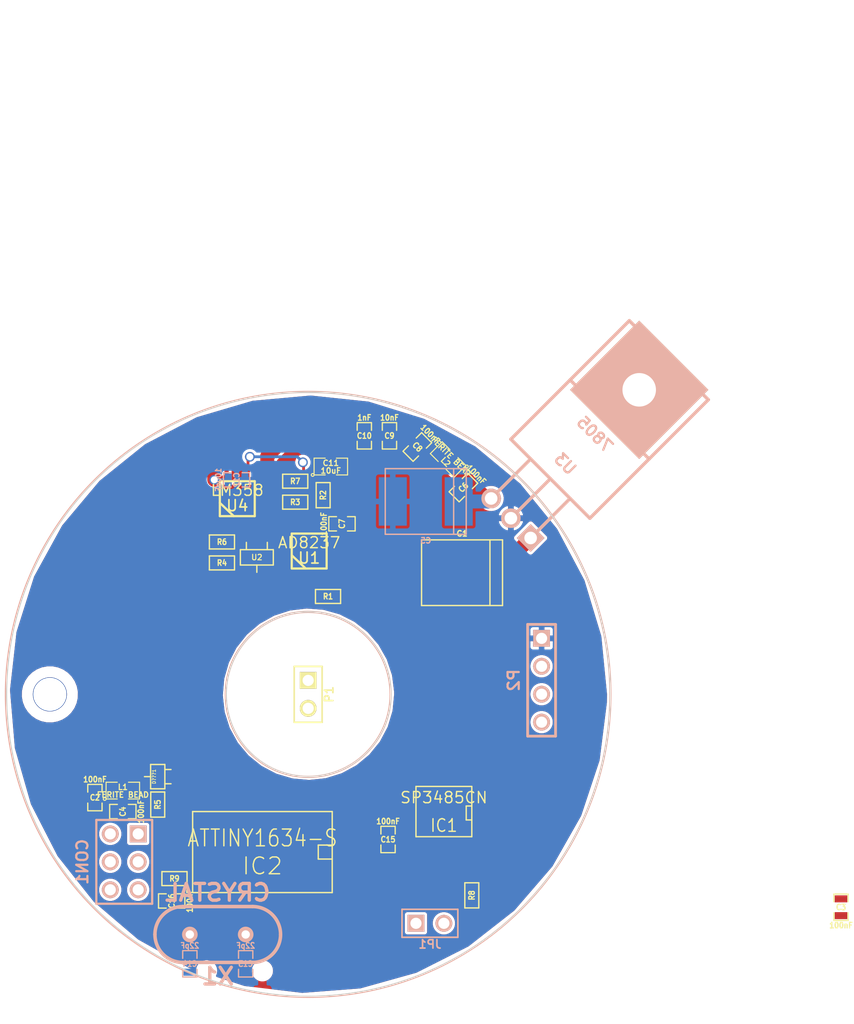
<source format=kicad_pcb>
(kicad_pcb (version 3) (host pcbnew "(2013-mar-13)-testing")

  (general
    (links 83)
    (no_connects 29)
    (area 211.963 86.868 290.06165 180.1114)
    (thickness 1.6)
    (drawings 4)
    (tracks 70)
    (zones 0)
    (modules 40)
    (nets 41)
  )

  (page A3)
  (layers
    (15 F.Cu signal)
    (0 B.Cu signal)
    (16 B.Adhes user)
    (17 F.Adhes user)
    (18 B.Paste user)
    (19 F.Paste user)
    (20 B.SilkS user)
    (21 F.SilkS user)
    (22 B.Mask user)
    (23 F.Mask user)
    (24 Dwgs.User user)
    (25 Cmts.User user)
    (26 Eco1.User user)
    (27 Eco2.User user)
    (28 Edge.Cuts user)
  )

  (setup
    (last_trace_width 0.254)
    (user_trace_width 0.254)
    (user_trace_width 0.508)
    (user_trace_width 1.27)
    (trace_clearance 0.254)
    (zone_clearance 0.254)
    (zone_45_only no)
    (trace_min 0.254)
    (segment_width 0.2)
    (edge_width 0.1)
    (via_size 0.889)
    (via_drill 0.635)
    (via_min_size 0.889)
    (via_min_drill 0.508)
    (uvia_size 0.508)
    (uvia_drill 0.127)
    (uvias_allowed no)
    (uvia_min_size 0.508)
    (uvia_min_drill 0.127)
    (pcb_text_width 0.3)
    (pcb_text_size 1.5 1.5)
    (mod_edge_width 0.15)
    (mod_text_size 1 1)
    (mod_text_width 0.15)
    (pad_size 3.1 3.1)
    (pad_drill 3)
    (pad_to_mask_clearance 0)
    (aux_axis_origin 0 0)
    (visible_elements FFFFFF7F)
    (pcbplotparams
      (layerselection 3178497)
      (usegerberextensions true)
      (excludeedgelayer true)
      (linewidth 0.150000)
      (plotframeref false)
      (viasonmask false)
      (mode 1)
      (useauxorigin false)
      (hpglpennumber 1)
      (hpglpenspeed 20)
      (hpglpendiameter 15)
      (hpglpenoverlay 2)
      (psnegative false)
      (psa4output false)
      (plotreference true)
      (plotvalue true)
      (plotothertext true)
      (plotinvisibletext false)
      (padsonsilk false)
      (subtractmaskfromsilk false)
      (outputformat 1)
      (mirror false)
      (drillshape 1)
      (scaleselection 1)
      (outputdirectory ""))
  )

  (net 0 "")
  (net 1 //RE)
  (net 2 /A)
  (net 3 /AMBIENT_TEMP)
  (net 4 /AREF)
  (net 5 /B)
  (net 6 /FB)
  (net 7 /RX)
  (net 8 /TERMINATOR)
  (net 9 /THERMOCOUPLE+)
  (net 10 /THERMOCOUPLE-)
  (net 11 /TX)
  (net 12 /VTHERMO_BUFFERED)
  (net 13 /VTHERMO_FILTERED)
  (net 14 GND)
  (net 15 N-0000011)
  (net 16 N-0000013)
  (net 17 N-0000014)
  (net 18 N-0000015)
  (net 19 N-0000016)
  (net 20 N-0000017)
  (net 21 N-0000018)
  (net 22 N-0000019)
  (net 23 N-0000020)
  (net 24 N-0000022)
  (net 25 N-0000023)
  (net 26 N-000003)
  (net 27 N-0000031)
  (net 28 N-0000032)
  (net 29 N-0000033)
  (net 30 N-0000034)
  (net 31 N-0000035)
  (net 32 N-0000036)
  (net 33 N-0000038)
  (net 34 N-0000039)
  (net 35 N-0000040)
  (net 36 N-000006)
  (net 37 N-000009)
  (net 38 VAA)
  (net 39 VCC)
  (net 40 VDD)

  (net_class Default "This is the default net class."
    (clearance 0.254)
    (trace_width 0.254)
    (via_dia 0.889)
    (via_drill 0.635)
    (uvia_dia 0.508)
    (uvia_drill 0.127)
    (add_net "")
    (add_net //RE)
    (add_net /A)
    (add_net /AMBIENT_TEMP)
    (add_net /B)
    (add_net /FB)
    (add_net /RX)
    (add_net /TERMINATOR)
    (add_net /THERMOCOUPLE+)
    (add_net /THERMOCOUPLE-)
    (add_net /TX)
    (add_net /VTHERMO_BUFFERED)
    (add_net /VTHERMO_FILTERED)
    (add_net GND)
    (add_net N-0000011)
    (add_net N-0000013)
    (add_net N-0000014)
    (add_net N-0000015)
    (add_net N-0000016)
    (add_net N-0000017)
    (add_net N-0000018)
    (add_net N-0000019)
    (add_net N-0000020)
    (add_net N-0000022)
    (add_net N-0000023)
    (add_net N-000003)
    (add_net N-0000031)
    (add_net N-0000032)
    (add_net N-0000033)
    (add_net N-0000034)
    (add_net N-0000035)
    (add_net N-0000036)
    (add_net N-0000038)
    (add_net N-0000039)
    (add_net N-0000040)
    (add_net N-000006)
    (add_net N-000009)
  )

  (net_class power ""
    (clearance 0.254)
    (trace_width 1.27)
    (via_dia 0.889)
    (via_drill 0.635)
    (uvia_dia 0.508)
    (uvia_drill 0.127)
    (add_net /AREF)
    (add_net VAA)
    (add_net VCC)
    (add_net VDD)
  )

  (module hole3mm (layer F.Cu) (tedit 51972EDB) (tstamp 5197E48B)
    (at 215.392 149.86)
    (fp_text reference "" (at 0 2.54) (layer F.SilkS)
      (effects (font (size 1 1) (thickness 0.15)))
    )
    (fp_text value "" (at 0 3.81) (layer F.SilkS)
      (effects (font (size 1 1) (thickness 0.15)))
    )
    (pad 1 thru_hole circle (at 1.108 0.14) (size 3.1 3.1) (drill 3)
      (layers *.Cu *.Mask)
      (clearance 1)
    )
  )

  (module MSOP_8 (layer F.Cu) (tedit 48A96A8A) (tstamp 518F7033)
    (at 240.0935 136.9695)
    (path /518E9DC9)
    (fp_text reference U1 (at 0 0.635) (layer F.SilkS)
      (effects (font (size 1.00076 1.00076) (thickness 0.1524)))
    )
    (fp_text value AD8237 (at 0 -0.762) (layer F.SilkS)
      (effects (font (size 1.00076 1.00076) (thickness 0.127)))
    )
    (fp_line (start -0.3175 1.5875) (end -1.5875 0.381) (layer F.SilkS) (width 0.2032))
    (fp_line (start -1.5875 1.5875) (end 1.5875 1.5875) (layer F.SilkS) (width 0.2032))
    (fp_line (start 1.5875 1.5875) (end 1.5875 -1.5875) (layer F.SilkS) (width 0.2032))
    (fp_line (start 1.5875 -1.5875) (end -1.5875 -1.5875) (layer F.SilkS) (width 0.2032))
    (fp_line (start -1.5875 -1.5875) (end -1.5875 1.5875) (layer F.SilkS) (width 0.2032))
    (pad 1 smd rect (at -0.97536 2.159) (size 0.381 1.27)
      (layers F.Cu F.Paste F.Mask)
      (net 14 GND)
    )
    (pad 2 smd rect (at -0.32512 2.159) (size 0.381 1.27)
      (layers F.Cu F.Paste F.Mask)
      (net 9 /THERMOCOUPLE+)
    )
    (pad 3 smd rect (at 0.32512 2.159) (size 0.381 1.27)
      (layers F.Cu F.Paste F.Mask)
      (net 10 /THERMOCOUPLE-)
    )
    (pad 4 smd rect (at 0.97536 2.159) (size 0.381 1.27)
      (layers F.Cu F.Paste F.Mask)
      (net 14 GND)
    )
    (pad 5 smd rect (at 0.97536 -2.159) (size 0.381 1.27)
      (layers F.Cu F.Paste F.Mask)
      (net 38 VAA)
    )
    (pad 6 smd rect (at 0.32512 -2.159) (size 0.381 1.27)
      (layers F.Cu F.Paste F.Mask)
      (net 14 GND)
    )
    (pad 7 smd rect (at -0.32512 -2.159) (size 0.381 1.27)
      (layers F.Cu F.Paste F.Mask)
      (net 6 /FB)
    )
    (pad 8 smd rect (at -0.97536 -2.159) (size 0.381 1.27)
      (layers F.Cu F.Paste F.Mask)
      (net 35 N-0000040)
    )
    (model smd/MSOP_8.wrl
      (at (xyz 0 0 0.001))
      (scale (xyz 0.3937 0.3937 0.3937))
      (rotate (xyz 0 0 0))
    )
  )

  (module sot23 (layer F.Cu) (tedit 518F9E6B) (tstamp 518F9FB6)
    (at 235.331 137.541 180)
    (descr SOT23)
    (path /518EA36D)
    (attr smd)
    (fp_text reference U2 (at 0 0 180) (layer F.SilkS)
      (effects (font (size 0.50038 0.50038) (thickness 0.09906)))
    )
    (fp_text value TC1047 (at 0 0.09906 180) (layer F.SilkS) hide
      (effects (font (size 0.50038 0.50038) (thickness 0.09906)))
    )
    (fp_line (start 0.9525 0.6985) (end 0.9525 1.3589) (layer F.SilkS) (width 0.127))
    (fp_line (start -0.9525 0.6985) (end -0.9525 1.3589) (layer F.SilkS) (width 0.127))
    (fp_line (start 0 -0.6985) (end 0 -1.3589) (layer F.SilkS) (width 0.127))
    (fp_line (start -1.4986 -0.6985) (end 1.4986 -0.6985) (layer F.SilkS) (width 0.127))
    (fp_line (start 1.4986 -0.6985) (end 1.4986 0.6985) (layer F.SilkS) (width 0.127))
    (fp_line (start 1.4986 0.6985) (end -1.4986 0.6985) (layer F.SilkS) (width 0.127))
    (fp_line (start -1.4986 0.6985) (end -1.4986 -0.6985) (layer F.SilkS) (width 0.127))
    (pad 1 smd rect (at -0.9525 1.05664 180) (size 0.59944 1.00076)
      (layers F.Cu F.Paste F.Mask)
      (net 38 VAA)
    )
    (pad 3 smd rect (at 0 -1.05664 180) (size 0.59944 1.00076)
      (layers F.Cu F.Paste F.Mask)
      (net 14 GND)
    )
    (pad 2 smd rect (at 0.9525 1.05664 180) (size 0.59944 1.00076)
      (layers F.Cu F.Paste F.Mask)
      (net 34 N-0000039)
    )
    (model smd/smd_transistors/sot23.wrl
      (at (xyz 0 0 0))
      (scale (xyz 1 1 1))
      (rotate (xyz 0 0 0))
    )
  )

  (module TO220 (layer B.Cu) (tedit 5196ACB9) (tstamp 5196AD15)
    (at 258.445 133.985 45)
    (descr "Transistor TO 220")
    (tags "TR TO220 DEV")
    (path /518EB05E)
    (fp_text reference U3 (at 6.985 0 315) (layer B.SilkS)
      (effects (font (size 1.016 1.016) (thickness 0.2032)) (justify mirror))
    )
    (fp_text value 7805 (at 10.795 0 315) (layer B.SilkS)
      (effects (font (size 1.016 1.016) (thickness 0.2032)) (justify mirror))
    )
    (fp_line (start 0 2.54) (end 5.08 2.54) (layer B.SilkS) (width 0.3048))
    (fp_line (start 0 0) (end 5.08 0) (layer B.SilkS) (width 0.3048))
    (fp_line (start 0 -2.54) (end 5.08 -2.54) (layer B.SilkS) (width 0.3048))
    (fp_line (start 5.08 -5.08) (end 20.32 -5.08) (layer B.SilkS) (width 0.3048))
    (fp_line (start 20.32 -5.08) (end 20.32 5.08) (layer B.SilkS) (width 0.3048))
    (fp_line (start 20.32 5.08) (end 5.08 5.08) (layer B.SilkS) (width 0.3048))
    (fp_line (start 5.08 5.08) (end 5.08 -5.08) (layer B.SilkS) (width 0.3048))
    (fp_line (start 12.7 -3.81) (end 12.7 5.08) (layer B.SilkS) (width 0.3048))
    (fp_line (start 12.7 -3.81) (end 12.7 -5.08) (layer B.SilkS) (width 0.3048))
    (pad 3 thru_hole circle (at 0 -2.54 45) (size 1.778 1.778) (drill 1.143)
      (layers *.Cu *.Mask B.SilkS)
      (net 40 VDD)
    )
    (pad 1 thru_hole rect (at 0 2.54 45) (size 1.778 1.778) (drill 1.143)
      (layers *.Cu *.Mask B.SilkS)
      (net 39 VCC)
    )
    (pad 2 thru_hole circle (at 0 0 45) (size 1.778 1.778) (drill 1.143)
      (layers *.Cu *.Mask B.SilkS)
      (net 14 GND)
    )
    (pad 4 thru_hole rect (at 16.51 0 45) (size 8.89 8.89) (drill 3.048)
      (layers *.Cu *.SilkS *.Mask)
      (net 14 GND)
    )
    (model discret/to220_horiz.wrl
      (at (xyz 0 0 0))
      (scale (xyz 1 1 1))
      (rotate (xyz 0 0 0))
    )
  )

  (module SM0603_Capa (layer F.Cu) (tedit 5051B1EC) (tstamp 518F53CF)
    (at 220.599 159.385 270)
    (path /518EC109)
    (attr smd)
    (fp_text reference C2 (at 0 0 360) (layer F.SilkS)
      (effects (font (size 0.508 0.4572) (thickness 0.1143)))
    )
    (fp_text value 100nF (at -1.651 0 360) (layer F.SilkS)
      (effects (font (size 0.508 0.4572) (thickness 0.1143)))
    )
    (fp_line (start 0.50038 0.65024) (end 1.19888 0.65024) (layer F.SilkS) (width 0.11938))
    (fp_line (start -0.50038 0.65024) (end -1.19888 0.65024) (layer F.SilkS) (width 0.11938))
    (fp_line (start 0.50038 -0.65024) (end 1.19888 -0.65024) (layer F.SilkS) (width 0.11938))
    (fp_line (start -1.19888 -0.65024) (end -0.50038 -0.65024) (layer F.SilkS) (width 0.11938))
    (fp_line (start 1.19888 -0.635) (end 1.19888 0.635) (layer F.SilkS) (width 0.11938))
    (fp_line (start -1.19888 0.635) (end -1.19888 -0.635) (layer F.SilkS) (width 0.11938))
    (pad 1 smd rect (at -0.762 0 270) (size 0.635 1.143)
      (layers F.Cu F.Paste F.Mask)
      (net 39 VCC)
    )
    (pad 2 smd rect (at 0.762 0 270) (size 0.635 1.143)
      (layers F.Cu F.Paste F.Mask)
      (net 14 GND)
    )
    (model smd\capacitors\C0603.wrl
      (at (xyz 0 0 0.001))
      (scale (xyz 0.5 0.5 0.5))
      (rotate (xyz 0 0 0))
    )
  )

  (module SM0603_Capa (layer F.Cu) (tedit 5051B1EC) (tstamp 518F53DB)
    (at 288.4805 169.3545 90)
    (path /518EB092)
    (attr smd)
    (fp_text reference C3 (at 0 0 180) (layer F.SilkS)
      (effects (font (size 0.508 0.4572) (thickness 0.1143)))
    )
    (fp_text value 100nF (at -1.651 0 180) (layer F.SilkS)
      (effects (font (size 0.508 0.4572) (thickness 0.1143)))
    )
    (fp_line (start 0.50038 0.65024) (end 1.19888 0.65024) (layer F.SilkS) (width 0.11938))
    (fp_line (start -0.50038 0.65024) (end -1.19888 0.65024) (layer F.SilkS) (width 0.11938))
    (fp_line (start 0.50038 -0.65024) (end 1.19888 -0.65024) (layer F.SilkS) (width 0.11938))
    (fp_line (start -1.19888 -0.65024) (end -0.50038 -0.65024) (layer F.SilkS) (width 0.11938))
    (fp_line (start 1.19888 -0.635) (end 1.19888 0.635) (layer F.SilkS) (width 0.11938))
    (fp_line (start -1.19888 0.635) (end -1.19888 -0.635) (layer F.SilkS) (width 0.11938))
    (pad 1 smd rect (at -0.762 0 90) (size 0.635 1.143)
      (layers F.Cu F.Paste F.Mask)
      (net 39 VCC)
    )
    (pad 2 smd rect (at 0.762 0 90) (size 0.635 1.143)
      (layers F.Cu F.Paste F.Mask)
      (net 14 GND)
    )
    (model smd\capacitors\C0603.wrl
      (at (xyz 0 0 0.001))
      (scale (xyz 0.5 0.5 0.5))
      (rotate (xyz 0 0 0))
    )
  )

  (module SM0603_Capa (layer F.Cu) (tedit 5051B1EC) (tstamp 518F53E7)
    (at 223.139 160.655 180)
    (path /518EC10F)
    (attr smd)
    (fp_text reference C4 (at 0 0 270) (layer F.SilkS)
      (effects (font (size 0.508 0.4572) (thickness 0.1143)))
    )
    (fp_text value 100nF (at -1.651 0 270) (layer F.SilkS)
      (effects (font (size 0.508 0.4572) (thickness 0.1143)))
    )
    (fp_line (start 0.50038 0.65024) (end 1.19888 0.65024) (layer F.SilkS) (width 0.11938))
    (fp_line (start -0.50038 0.65024) (end -1.19888 0.65024) (layer F.SilkS) (width 0.11938))
    (fp_line (start 0.50038 -0.65024) (end 1.19888 -0.65024) (layer F.SilkS) (width 0.11938))
    (fp_line (start -1.19888 -0.65024) (end -0.50038 -0.65024) (layer F.SilkS) (width 0.11938))
    (fp_line (start 1.19888 -0.635) (end 1.19888 0.635) (layer F.SilkS) (width 0.11938))
    (fp_line (start -1.19888 0.635) (end -1.19888 -0.635) (layer F.SilkS) (width 0.11938))
    (pad 1 smd rect (at -0.762 0 180) (size 0.635 1.143)
      (layers F.Cu F.Paste F.Mask)
      (net 37 N-000009)
    )
    (pad 2 smd rect (at 0.762 0 180) (size 0.635 1.143)
      (layers F.Cu F.Paste F.Mask)
      (net 14 GND)
    )
    (model smd\capacitors\C0603.wrl
      (at (xyz 0 0 0.001))
      (scale (xyz 0.5 0.5 0.5))
      (rotate (xyz 0 0 0))
    )
  )

  (module c_tant_E (layer B.Cu) (tedit 4D5D91A1) (tstamp 518F53F2)
    (at 250.698 132.461)
    (descr "SMT capacitor, tantalum size E")
    (path /518EAEC7)
    (fp_text reference C5 (at 0 3.556) (layer B.SilkS)
      (effects (font (size 0.50038 0.50038) (thickness 0.11938)) (justify mirror))
    )
    (fp_text value 100uF (at 0 -3.556) (layer B.SilkS) hide
      (effects (font (size 0.50038 0.50038) (thickness 0.11938)) (justify mirror))
    )
    (fp_line (start 3.683 2.9845) (end 3.683 -2.9845) (layer B.SilkS) (width 0.127))
    (fp_line (start 2.54 -2.9845) (end 2.54 2.9845) (layer B.SilkS) (width 0.127))
    (fp_line (start -3.683 2.9845) (end -3.683 -2.9845) (layer B.SilkS) (width 0.127))
    (fp_line (start -3.683 -2.9845) (end 3.683 -2.9845) (layer B.SilkS) (width 0.127))
    (fp_line (start 3.683 2.9845) (end -3.683 2.9845) (layer B.SilkS) (width 0.127))
    (pad 1 smd rect (at 2.99974 0) (size 2.55016 4.39928)
      (layers B.Cu B.Paste B.Mask)
      (net 40 VDD)
    )
    (pad 2 smd rect (at -2.99974 0) (size 2.55016 4.39928)
      (layers B.Cu B.Paste B.Mask)
      (net 14 GND)
    )
    (model smd/capacitors/c_tant_E.wrl
      (at (xyz 0 0 0))
      (scale (xyz 1 1 1))
      (rotate (xyz 0 0 0))
    )
  )

  (module SM0603_Capa (layer F.Cu) (tedit 518F662E) (tstamp 518F53FE)
    (at 254.127 131.191 225)
    (path /518EAEDC)
    (attr smd)
    (fp_text reference C6 (at 0 0 225) (layer F.SilkS)
      (effects (font (size 0.508 0.4572) (thickness 0.1143)))
    )
    (fp_text value 100nF (at -1.651 0 315) (layer F.SilkS)
      (effects (font (size 0.508 0.4572) (thickness 0.1143)))
    )
    (fp_line (start 0.50038 0.65024) (end 1.19888 0.65024) (layer F.SilkS) (width 0.11938))
    (fp_line (start -0.50038 0.65024) (end -1.19888 0.65024) (layer F.SilkS) (width 0.11938))
    (fp_line (start 0.50038 -0.65024) (end 1.19888 -0.65024) (layer F.SilkS) (width 0.11938))
    (fp_line (start -1.19888 -0.65024) (end -0.50038 -0.65024) (layer F.SilkS) (width 0.11938))
    (fp_line (start 1.19888 -0.635) (end 1.19888 0.635) (layer F.SilkS) (width 0.11938))
    (fp_line (start -1.19888 0.635) (end -1.19888 -0.635) (layer F.SilkS) (width 0.11938))
    (pad 1 smd rect (at -0.762 0 225) (size 0.635 1.143)
      (layers F.Cu F.Paste F.Mask)
      (net 40 VDD)
    )
    (pad 2 smd rect (at 0.762 0 225) (size 0.635 1.143)
      (layers F.Cu F.Paste F.Mask)
      (net 14 GND)
    )
    (model smd\capacitors\C0603.wrl
      (at (xyz 0 0 0.001))
      (scale (xyz 0.5 0.5 0.5))
      (rotate (xyz 0 0 0))
    )
  )

  (module SM0603_Capa (layer F.Cu) (tedit 5051B1EC) (tstamp 518F540A)
    (at 243.078 134.493)
    (path /518EA9A8)
    (attr smd)
    (fp_text reference C7 (at 0 0 90) (layer F.SilkS)
      (effects (font (size 0.508 0.4572) (thickness 0.1143)))
    )
    (fp_text value 100nF (at -1.651 0 90) (layer F.SilkS)
      (effects (font (size 0.508 0.4572) (thickness 0.1143)))
    )
    (fp_line (start 0.50038 0.65024) (end 1.19888 0.65024) (layer F.SilkS) (width 0.11938))
    (fp_line (start -0.50038 0.65024) (end -1.19888 0.65024) (layer F.SilkS) (width 0.11938))
    (fp_line (start 0.50038 -0.65024) (end 1.19888 -0.65024) (layer F.SilkS) (width 0.11938))
    (fp_line (start -1.19888 -0.65024) (end -0.50038 -0.65024) (layer F.SilkS) (width 0.11938))
    (fp_line (start 1.19888 -0.635) (end 1.19888 0.635) (layer F.SilkS) (width 0.11938))
    (fp_line (start -1.19888 0.635) (end -1.19888 -0.635) (layer F.SilkS) (width 0.11938))
    (pad 1 smd rect (at -0.762 0) (size 0.635 1.143)
      (layers F.Cu F.Paste F.Mask)
      (net 38 VAA)
    )
    (pad 2 smd rect (at 0.762 0) (size 0.635 1.143)
      (layers F.Cu F.Paste F.Mask)
      (net 14 GND)
    )
    (model smd\capacitors\C0603.wrl
      (at (xyz 0 0 0.001))
      (scale (xyz 0.5 0.5 0.5))
      (rotate (xyz 0 0 0))
    )
  )

  (module SM0603_Capa (layer F.Cu) (tedit 5051B1EC) (tstamp 518F5416)
    (at 249.936 127.508 225)
    (path /518EAEF1)
    (attr smd)
    (fp_text reference C8 (at 0 0 315) (layer F.SilkS)
      (effects (font (size 0.508 0.4572) (thickness 0.1143)))
    )
    (fp_text value 100nF (at -1.651 0 315) (layer F.SilkS)
      (effects (font (size 0.508 0.4572) (thickness 0.1143)))
    )
    (fp_line (start 0.50038 0.65024) (end 1.19888 0.65024) (layer F.SilkS) (width 0.11938))
    (fp_line (start -0.50038 0.65024) (end -1.19888 0.65024) (layer F.SilkS) (width 0.11938))
    (fp_line (start 0.50038 -0.65024) (end 1.19888 -0.65024) (layer F.SilkS) (width 0.11938))
    (fp_line (start -1.19888 -0.65024) (end -0.50038 -0.65024) (layer F.SilkS) (width 0.11938))
    (fp_line (start 1.19888 -0.635) (end 1.19888 0.635) (layer F.SilkS) (width 0.11938))
    (fp_line (start -1.19888 0.635) (end -1.19888 -0.635) (layer F.SilkS) (width 0.11938))
    (pad 1 smd rect (at -0.762 0 225) (size 0.635 1.143)
      (layers F.Cu F.Paste F.Mask)
      (net 38 VAA)
    )
    (pad 2 smd rect (at 0.762 0 225) (size 0.635 1.143)
      (layers F.Cu F.Paste F.Mask)
      (net 14 GND)
    )
    (model smd\capacitors\C0603.wrl
      (at (xyz 0 0 0.001))
      (scale (xyz 0.5 0.5 0.5))
      (rotate (xyz 0 0 0))
    )
  )

  (module SM0603_Capa (layer F.Cu) (tedit 5051B1EC) (tstamp 518F5422)
    (at 247.396 126.492 270)
    (path /518EAF10)
    (attr smd)
    (fp_text reference C9 (at 0 0 360) (layer F.SilkS)
      (effects (font (size 0.508 0.4572) (thickness 0.1143)))
    )
    (fp_text value 10nF (at -1.651 0 360) (layer F.SilkS)
      (effects (font (size 0.508 0.4572) (thickness 0.1143)))
    )
    (fp_line (start 0.50038 0.65024) (end 1.19888 0.65024) (layer F.SilkS) (width 0.11938))
    (fp_line (start -0.50038 0.65024) (end -1.19888 0.65024) (layer F.SilkS) (width 0.11938))
    (fp_line (start 0.50038 -0.65024) (end 1.19888 -0.65024) (layer F.SilkS) (width 0.11938))
    (fp_line (start -1.19888 -0.65024) (end -0.50038 -0.65024) (layer F.SilkS) (width 0.11938))
    (fp_line (start 1.19888 -0.635) (end 1.19888 0.635) (layer F.SilkS) (width 0.11938))
    (fp_line (start -1.19888 0.635) (end -1.19888 -0.635) (layer F.SilkS) (width 0.11938))
    (pad 1 smd rect (at -0.762 0 270) (size 0.635 1.143)
      (layers F.Cu F.Paste F.Mask)
      (net 38 VAA)
    )
    (pad 2 smd rect (at 0.762 0 270) (size 0.635 1.143)
      (layers F.Cu F.Paste F.Mask)
      (net 14 GND)
    )
    (model smd\capacitors\C0603.wrl
      (at (xyz 0 0 0.001))
      (scale (xyz 0.5 0.5 0.5))
      (rotate (xyz 0 0 0))
    )
  )

  (module SM0603_Capa (layer F.Cu) (tedit 5051B1EC) (tstamp 518F542E)
    (at 245.11 126.492 270)
    (path /518EAF1B)
    (attr smd)
    (fp_text reference C10 (at 0 0 360) (layer F.SilkS)
      (effects (font (size 0.508 0.4572) (thickness 0.1143)))
    )
    (fp_text value 1nF (at -1.651 0 360) (layer F.SilkS)
      (effects (font (size 0.508 0.4572) (thickness 0.1143)))
    )
    (fp_line (start 0.50038 0.65024) (end 1.19888 0.65024) (layer F.SilkS) (width 0.11938))
    (fp_line (start -0.50038 0.65024) (end -1.19888 0.65024) (layer F.SilkS) (width 0.11938))
    (fp_line (start 0.50038 -0.65024) (end 1.19888 -0.65024) (layer F.SilkS) (width 0.11938))
    (fp_line (start -1.19888 -0.65024) (end -0.50038 -0.65024) (layer F.SilkS) (width 0.11938))
    (fp_line (start 1.19888 -0.635) (end 1.19888 0.635) (layer F.SilkS) (width 0.11938))
    (fp_line (start -1.19888 0.635) (end -1.19888 -0.635) (layer F.SilkS) (width 0.11938))
    (pad 1 smd rect (at -0.762 0 270) (size 0.635 1.143)
      (layers F.Cu F.Paste F.Mask)
      (net 38 VAA)
    )
    (pad 2 smd rect (at 0.762 0 270) (size 0.635 1.143)
      (layers F.Cu F.Paste F.Mask)
      (net 14 GND)
    )
    (model smd\capacitors\C0603.wrl
      (at (xyz 0 0 0.001))
      (scale (xyz 0.5 0.5 0.5))
      (rotate (xyz 0 0 0))
    )
  )

  (module SM0603_Capa (layer B.Cu) (tedit 5051B1EC) (tstamp 518F5445)
    (at 233.4895 130.4925)
    (path /518EAA72)
    (attr smd)
    (fp_text reference C12 (at 0 0 270) (layer B.SilkS)
      (effects (font (size 0.508 0.4572) (thickness 0.1143)) (justify mirror))
    )
    (fp_text value 100nF (at -1.651 0 270) (layer B.SilkS)
      (effects (font (size 0.508 0.4572) (thickness 0.1143)) (justify mirror))
    )
    (fp_line (start 0.50038 -0.65024) (end 1.19888 -0.65024) (layer B.SilkS) (width 0.11938))
    (fp_line (start -0.50038 -0.65024) (end -1.19888 -0.65024) (layer B.SilkS) (width 0.11938))
    (fp_line (start 0.50038 0.65024) (end 1.19888 0.65024) (layer B.SilkS) (width 0.11938))
    (fp_line (start -1.19888 0.65024) (end -0.50038 0.65024) (layer B.SilkS) (width 0.11938))
    (fp_line (start 1.19888 0.635) (end 1.19888 -0.635) (layer B.SilkS) (width 0.11938))
    (fp_line (start -1.19888 -0.635) (end -1.19888 0.635) (layer B.SilkS) (width 0.11938))
    (pad 1 smd rect (at -0.762 0) (size 0.635 1.143)
      (layers B.Cu B.Paste B.Mask)
      (net 38 VAA)
    )
    (pad 2 smd rect (at 0.762 0) (size 0.635 1.143)
      (layers B.Cu B.Paste B.Mask)
      (net 14 GND)
    )
    (model smd\capacitors\C0603.wrl
      (at (xyz 0 0 0.001))
      (scale (xyz 0.5 0.5 0.5))
      (rotate (xyz 0 0 0))
    )
  )

  (module SM0603_Capa (layer B.Cu) (tedit 5051B1EC) (tstamp 518F5451)
    (at 234.315 174.498 270)
    (path /518EC39A)
    (attr smd)
    (fp_text reference C13 (at 0 0 540) (layer B.SilkS)
      (effects (font (size 0.508 0.4572) (thickness 0.1143)) (justify mirror))
    )
    (fp_text value 22pF (at -1.651 0 540) (layer B.SilkS)
      (effects (font (size 0.508 0.4572) (thickness 0.1143)) (justify mirror))
    )
    (fp_line (start 0.50038 -0.65024) (end 1.19888 -0.65024) (layer B.SilkS) (width 0.11938))
    (fp_line (start -0.50038 -0.65024) (end -1.19888 -0.65024) (layer B.SilkS) (width 0.11938))
    (fp_line (start 0.50038 0.65024) (end 1.19888 0.65024) (layer B.SilkS) (width 0.11938))
    (fp_line (start -1.19888 0.65024) (end -0.50038 0.65024) (layer B.SilkS) (width 0.11938))
    (fp_line (start 1.19888 0.635) (end 1.19888 -0.635) (layer B.SilkS) (width 0.11938))
    (fp_line (start -1.19888 -0.635) (end -1.19888 0.635) (layer B.SilkS) (width 0.11938))
    (pad 1 smd rect (at -0.762 0 270) (size 0.635 1.143)
      (layers B.Cu B.Paste B.Mask)
      (net 16 N-0000013)
    )
    (pad 2 smd rect (at 0.762 0 270) (size 0.635 1.143)
      (layers B.Cu B.Paste B.Mask)
      (net 14 GND)
    )
    (model smd\capacitors\C0603.wrl
      (at (xyz 0 0 0.001))
      (scale (xyz 0.5 0.5 0.5))
      (rotate (xyz 0 0 0))
    )
  )

  (module SM0603_Capa (layer B.Cu) (tedit 5051B1EC) (tstamp 518F545D)
    (at 229.235 174.498 270)
    (path /518EC394)
    (attr smd)
    (fp_text reference C14 (at 0 0 540) (layer B.SilkS)
      (effects (font (size 0.508 0.4572) (thickness 0.1143)) (justify mirror))
    )
    (fp_text value 22pF (at -1.651 0 540) (layer B.SilkS)
      (effects (font (size 0.508 0.4572) (thickness 0.1143)) (justify mirror))
    )
    (fp_line (start 0.50038 -0.65024) (end 1.19888 -0.65024) (layer B.SilkS) (width 0.11938))
    (fp_line (start -0.50038 -0.65024) (end -1.19888 -0.65024) (layer B.SilkS) (width 0.11938))
    (fp_line (start 0.50038 0.65024) (end 1.19888 0.65024) (layer B.SilkS) (width 0.11938))
    (fp_line (start -1.19888 0.65024) (end -0.50038 0.65024) (layer B.SilkS) (width 0.11938))
    (fp_line (start 1.19888 0.635) (end 1.19888 -0.635) (layer B.SilkS) (width 0.11938))
    (fp_line (start -1.19888 -0.635) (end -1.19888 0.635) (layer B.SilkS) (width 0.11938))
    (pad 1 smd rect (at -0.762 0 270) (size 0.635 1.143)
      (layers B.Cu B.Paste B.Mask)
      (net 22 N-0000019)
    )
    (pad 2 smd rect (at 0.762 0 270) (size 0.635 1.143)
      (layers B.Cu B.Paste B.Mask)
      (net 14 GND)
    )
    (model smd\capacitors\C0603.wrl
      (at (xyz 0 0 0.001))
      (scale (xyz 0.5 0.5 0.5))
      (rotate (xyz 0 0 0))
    )
  )

  (module SM0603_Capa (layer F.Cu) (tedit 5051B1EC) (tstamp 518F5469)
    (at 247.269 163.195 270)
    (path /518EBAF5)
    (attr smd)
    (fp_text reference C15 (at 0 0 360) (layer F.SilkS)
      (effects (font (size 0.508 0.4572) (thickness 0.1143)))
    )
    (fp_text value 100nF (at -1.651 0 360) (layer F.SilkS)
      (effects (font (size 0.508 0.4572) (thickness 0.1143)))
    )
    (fp_line (start 0.50038 0.65024) (end 1.19888 0.65024) (layer F.SilkS) (width 0.11938))
    (fp_line (start -0.50038 0.65024) (end -1.19888 0.65024) (layer F.SilkS) (width 0.11938))
    (fp_line (start 0.50038 -0.65024) (end 1.19888 -0.65024) (layer F.SilkS) (width 0.11938))
    (fp_line (start -1.19888 -0.65024) (end -0.50038 -0.65024) (layer F.SilkS) (width 0.11938))
    (fp_line (start 1.19888 -0.635) (end 1.19888 0.635) (layer F.SilkS) (width 0.11938))
    (fp_line (start -1.19888 0.635) (end -1.19888 -0.635) (layer F.SilkS) (width 0.11938))
    (pad 1 smd rect (at -0.762 0 270) (size 0.635 1.143)
      (layers F.Cu F.Paste F.Mask)
      (net 40 VDD)
    )
    (pad 2 smd rect (at 0.762 0 270) (size 0.635 1.143)
      (layers F.Cu F.Paste F.Mask)
      (net 14 GND)
    )
    (model smd\capacitors\C0603.wrl
      (at (xyz 0 0 0.001))
      (scale (xyz 0.5 0.5 0.5))
      (rotate (xyz 0 0 0))
    )
  )

  (module SM0603_Capa (layer F.Cu) (tedit 518F67C2) (tstamp 518F5475)
    (at 227.584 168.783 180)
    (path /518EB215)
    (attr smd)
    (fp_text reference C16 (at 0 0 270) (layer F.SilkS)
      (effects (font (size 0.508 0.4572) (thickness 0.1143)))
    )
    (fp_text value 100nF (at -1.651 0 270) (layer F.SilkS)
      (effects (font (size 0.508 0.4572) (thickness 0.1143)))
    )
    (fp_line (start 0.50038 0.65024) (end 1.19888 0.65024) (layer F.SilkS) (width 0.11938))
    (fp_line (start -0.50038 0.65024) (end -1.19888 0.65024) (layer F.SilkS) (width 0.11938))
    (fp_line (start 0.50038 -0.65024) (end 1.19888 -0.65024) (layer F.SilkS) (width 0.11938))
    (fp_line (start -1.19888 -0.65024) (end -0.50038 -0.65024) (layer F.SilkS) (width 0.11938))
    (fp_line (start 1.19888 -0.635) (end 1.19888 0.635) (layer F.SilkS) (width 0.11938))
    (fp_line (start -1.19888 0.635) (end -1.19888 -0.635) (layer F.SilkS) (width 0.11938))
    (pad 1 smd rect (at -0.762 0 180) (size 0.635 1.143)
      (layers F.Cu F.Paste F.Mask)
      (net 40 VDD)
    )
    (pad 2 smd rect (at 0.762 0 180) (size 0.635 1.143)
      (layers F.Cu F.Paste F.Mask)
      (net 14 GND)
    )
    (model smd\capacitors\C0603.wrl
      (at (xyz 0 0 0.001))
      (scale (xyz 0.5 0.5 0.5))
      (rotate (xyz 0 0 0))
    )
  )

  (module sc70 (layer F.Cu) (tedit 490474B5) (tstamp 518F548F)
    (at 226.314 157.48 90)
    (descr SC70)
    (path /518EC02F)
    (attr smd)
    (fp_text reference D???1 (at 0 -0.3302 90) (layer F.SilkS)
      (effects (font (size 0.29972 0.29972) (thickness 0.06096)))
    )
    (fp_text value ADR5045 (at 0 0.3302 90) (layer F.SilkS) hide
      (effects (font (size 0.29972 0.29972) (thickness 0.06096)))
    )
    (fp_line (start 0 -0.6477) (end 0 -1.2065) (layer F.SilkS) (width 0.127))
    (fp_line (start 0.6477 0.6477) (end 0.6477 1.2065) (layer F.SilkS) (width 0.127))
    (fp_line (start -0.6477 0.6477) (end -0.6477 1.2065) (layer F.SilkS) (width 0.127))
    (fp_line (start -1.1049 -0.6477) (end 1.1049 -0.6477) (layer F.SilkS) (width 0.127))
    (fp_line (start 1.1049 -0.6477) (end 1.1049 0.6477) (layer F.SilkS) (width 0.127))
    (fp_line (start 1.1049 0.6477) (end -1.1049 0.6477) (layer F.SilkS) (width 0.127))
    (fp_line (start -1.1049 0.6477) (end -1.1049 -0.6477) (layer F.SilkS) (width 0.127))
    (pad 1 smd rect (at -0.6604 1.016 90) (size 0.4572 0.7112)
      (layers F.Cu F.Paste F.Mask)
      (net 4 /AREF)
    )
    (pad 3 smd rect (at 0.6604 1.016 90) (size 0.4572 0.7112)
      (layers F.Cu F.Paste F.Mask)
      (net 15 N-0000011)
    )
    (pad 2 smd rect (at 0 -1.016 90) (size 0.4572 0.7112)
      (layers F.Cu F.Paste F.Mask)
      (net 14 GND)
    )
    (model smd/smd_transistors/sc70.wrl
      (at (xyz 0 0 0))
      (scale (xyz 1 1 1))
      (rotate (xyz 0 0 0))
    )
  )

  (module SM0805 (layer F.Cu) (tedit 5091495C) (tstamp 518F54A7)
    (at 223.139 158.75)
    (path /518EC0FD)
    (attr smd)
    (fp_text reference L1 (at 0 -0.3175) (layer F.SilkS)
      (effects (font (size 0.50038 0.50038) (thickness 0.10922)))
    )
    (fp_text value "FERITE BEAD" (at 0 0.381) (layer F.SilkS)
      (effects (font (size 0.50038 0.50038) (thickness 0.10922)))
    )
    (fp_circle (center -1.651 0.762) (end -1.651 0.635) (layer F.SilkS) (width 0.09906))
    (fp_line (start -0.508 0.762) (end -1.524 0.762) (layer F.SilkS) (width 0.09906))
    (fp_line (start -1.524 0.762) (end -1.524 -0.762) (layer F.SilkS) (width 0.09906))
    (fp_line (start -1.524 -0.762) (end -0.508 -0.762) (layer F.SilkS) (width 0.09906))
    (fp_line (start 0.508 -0.762) (end 1.524 -0.762) (layer F.SilkS) (width 0.09906))
    (fp_line (start 1.524 -0.762) (end 1.524 0.762) (layer F.SilkS) (width 0.09906))
    (fp_line (start 1.524 0.762) (end 0.508 0.762) (layer F.SilkS) (width 0.09906))
    (pad 1 smd rect (at -0.9525 0) (size 0.889 1.397)
      (layers F.Cu F.Paste F.Mask)
      (net 39 VCC)
    )
    (pad 2 smd rect (at 0.9525 0) (size 0.889 1.397)
      (layers F.Cu F.Paste F.Mask)
      (net 37 N-000009)
    )
    (model smd/chip_cms.wrl
      (at (xyz 0 0 0))
      (scale (xyz 0.1 0.1 0.1))
      (rotate (xyz 0 0 0))
    )
  )

  (module SM0805 (layer F.Cu) (tedit 518F6627) (tstamp 518F54B4)
    (at 252.73 128.651 135)
    (path /518EAEA1)
    (attr smd)
    (fp_text reference L2 (at 0 -0.3175 315) (layer F.SilkS)
      (effects (font (size 0.50038 0.50038) (thickness 0.10922)))
    )
    (fp_text value "FERITE BEAD" (at 0 0.381 135) (layer F.SilkS)
      (effects (font (size 0.50038 0.50038) (thickness 0.10922)))
    )
    (fp_circle (center -1.651 0.762) (end -1.651 0.635) (layer F.SilkS) (width 0.09906))
    (fp_line (start -0.508 0.762) (end -1.524 0.762) (layer F.SilkS) (width 0.09906))
    (fp_line (start -1.524 0.762) (end -1.524 -0.762) (layer F.SilkS) (width 0.09906))
    (fp_line (start -1.524 -0.762) (end -0.508 -0.762) (layer F.SilkS) (width 0.09906))
    (fp_line (start 0.508 -0.762) (end 1.524 -0.762) (layer F.SilkS) (width 0.09906))
    (fp_line (start 1.524 -0.762) (end 1.524 0.762) (layer F.SilkS) (width 0.09906))
    (fp_line (start 1.524 0.762) (end 0.508 0.762) (layer F.SilkS) (width 0.09906))
    (pad 1 smd rect (at -0.9525 0 135) (size 0.889 1.397)
      (layers F.Cu F.Paste F.Mask)
      (net 40 VDD)
    )
    (pad 2 smd rect (at 0.9525 0 135) (size 0.889 1.397)
      (layers F.Cu F.Paste F.Mask)
      (net 38 VAA)
    )
    (model smd/chip_cms.wrl
      (at (xyz 0 0 0))
      (scale (xyz 0.1 0.1 0.1))
      (rotate (xyz 0 0 0))
    )
  )

  (module PIN_ARRAY_2X1 (layer F.Cu) (tedit 4565C520) (tstamp 518F54BE)
    (at 240 150 270)
    (descr "Connecteurs 2 pins")
    (tags "CONN DEV")
    (path /518E9DDF)
    (fp_text reference P1 (at 0 -1.905 270) (layer F.SilkS)
      (effects (font (size 0.762 0.762) (thickness 0.1524)))
    )
    (fp_text value CONN_2 (at 0 -1.905 270) (layer F.SilkS) hide
      (effects (font (size 0.762 0.762) (thickness 0.1524)))
    )
    (fp_line (start -2.54 1.27) (end -2.54 -1.27) (layer F.SilkS) (width 0.1524))
    (fp_line (start -2.54 -1.27) (end 2.54 -1.27) (layer F.SilkS) (width 0.1524))
    (fp_line (start 2.54 -1.27) (end 2.54 1.27) (layer F.SilkS) (width 0.1524))
    (fp_line (start 2.54 1.27) (end -2.54 1.27) (layer F.SilkS) (width 0.1524))
    (pad 1 thru_hole rect (at -1.27 0 270) (size 1.524 1.524) (drill 1.016)
      (layers *.Cu *.Mask F.SilkS)
      (net 10 /THERMOCOUPLE-)
    )
    (pad 2 thru_hole circle (at 1.27 0 270) (size 1.524 1.524) (drill 1.016)
      (layers *.Cu *.Mask F.SilkS)
      (net 9 /THERMOCOUPLE+)
    )
    (model pin_array/pins_array_2x1.wrl
      (at (xyz 0 0 0))
      (scale (xyz 1 1 1))
      (rotate (xyz 0 0 0))
    )
  )

  (module PIN_ARRAY_4x1 (layer B.Cu) (tedit 4C10F42E) (tstamp 518F54CA)
    (at 261.239 148.717 270)
    (descr "Double rangee de contacts 2 x 5 pins")
    (tags CONN)
    (path /518EADCC)
    (fp_text reference P2 (at 0 2.54 270) (layer B.SilkS)
      (effects (font (size 1.016 1.016) (thickness 0.2032)) (justify mirror))
    )
    (fp_text value CONN_4 (at 0 -2.54 270) (layer B.SilkS) hide
      (effects (font (size 1.016 1.016) (thickness 0.2032)) (justify mirror))
    )
    (fp_line (start 5.08 -1.27) (end -5.08 -1.27) (layer B.SilkS) (width 0.254))
    (fp_line (start 5.08 1.27) (end -5.08 1.27) (layer B.SilkS) (width 0.254))
    (fp_line (start -5.08 1.27) (end -5.08 -1.27) (layer B.SilkS) (width 0.254))
    (fp_line (start 5.08 -1.27) (end 5.08 1.27) (layer B.SilkS) (width 0.254))
    (pad 1 thru_hole rect (at -3.81 0 270) (size 1.524 1.524) (drill 1.016)
      (layers *.Cu *.Mask B.SilkS)
      (net 14 GND)
    )
    (pad 2 thru_hole circle (at -1.27 0 270) (size 1.524 1.524) (drill 1.016)
      (layers *.Cu *.Mask B.SilkS)
      (net 5 /B)
    )
    (pad 3 thru_hole circle (at 1.27 0 270) (size 1.524 1.524) (drill 1.016)
      (layers *.Cu *.Mask B.SilkS)
      (net 2 /A)
    )
    (pad 4 thru_hole circle (at 3.81 0 270) (size 1.524 1.524) (drill 1.016)
      (layers *.Cu *.Mask B.SilkS)
      (net 39 VCC)
    )
    (model pin_array\pins_array_4x1.wrl
      (at (xyz 0 0 0))
      (scale (xyz 1 1 1))
      (rotate (xyz 0 0 0))
    )
  )

  (module HC-49V (layer B.Cu) (tedit 4C5EC450) (tstamp 518F5585)
    (at 231.775 171.831)
    (descr "Quartz boitier HC-49 Vertical")
    (tags "QUARTZ DEV")
    (path /518EC2FB)
    (autoplace_cost180 10)
    (fp_text reference X1 (at 0 3.81) (layer B.SilkS)
      (effects (font (thickness 0.3048)) (justify mirror))
    )
    (fp_text value CRYSTAL (at 0 -3.81) (layer B.SilkS)
      (effects (font (thickness 0.3048)) (justify mirror))
    )
    (fp_line (start -3.175 -2.54) (end 3.175 -2.54) (layer B.SilkS) (width 0.3175))
    (fp_line (start -3.175 2.54) (end 3.175 2.54) (layer B.SilkS) (width 0.3175))
    (fp_arc (start 3.175 0) (end 3.175 2.54) (angle -90) (layer B.SilkS) (width 0.3175))
    (fp_arc (start 3.175 0) (end 5.715 0) (angle -90) (layer B.SilkS) (width 0.3175))
    (fp_arc (start -3.175 0) (end -5.715 0) (angle -90) (layer B.SilkS) (width 0.3175))
    (fp_arc (start -3.175 0) (end -3.175 -2.54) (angle -90) (layer B.SilkS) (width 0.3175))
    (pad 1 thru_hole circle (at -2.54 0) (size 1.4224 1.4224) (drill 0.762)
      (layers *.Cu *.Mask B.SilkS)
      (net 22 N-0000019)
    )
    (pad 2 thru_hole circle (at 2.54 0) (size 1.4224 1.4224) (drill 0.762)
      (layers *.Cu *.Mask B.SilkS)
      (net 16 N-0000013)
    )
    (model discret/xtal/crystal_hc18u_vertical.wrl
      (at (xyz 0 0 0))
      (scale (xyz 1 1 0.2))
      (rotate (xyz 0 0 0))
    )
  )

  (module SO8N (layer F.Cu) (tedit 45127296) (tstamp 518F55CB)
    (at 252.349 160.655 180)
    (descr "Module CMS SOJ 8 pins large")
    (tags "CMS SOJ")
    (path /518EB3C7)
    (attr smd)
    (fp_text reference IC1 (at 0 -1.27 180) (layer F.SilkS)
      (effects (font (size 1.143 1.016) (thickness 0.127)))
    )
    (fp_text value SP3485CN (at 0 1.27 180) (layer F.SilkS)
      (effects (font (size 1.016 1.016) (thickness 0.127)))
    )
    (fp_line (start -2.54 -2.286) (end 2.54 -2.286) (layer F.SilkS) (width 0.127))
    (fp_line (start 2.54 -2.286) (end 2.54 2.286) (layer F.SilkS) (width 0.127))
    (fp_line (start 2.54 2.286) (end -2.54 2.286) (layer F.SilkS) (width 0.127))
    (fp_line (start -2.54 2.286) (end -2.54 -2.286) (layer F.SilkS) (width 0.127))
    (fp_line (start -2.54 -0.762) (end -2.032 -0.762) (layer F.SilkS) (width 0.127))
    (fp_line (start -2.032 -0.762) (end -2.032 0.508) (layer F.SilkS) (width 0.127))
    (fp_line (start -2.032 0.508) (end -2.54 0.508) (layer F.SilkS) (width 0.127))
    (pad 8 smd rect (at -1.905 -3.175 180) (size 0.508 1.143)
      (layers F.Cu F.Paste F.Mask)
    )
    (pad 7 smd rect (at -0.635 -3.175 180) (size 0.508 1.143)
      (layers F.Cu F.Paste F.Mask)
      (net 5 /B)
    )
    (pad 6 smd rect (at 0.635 -3.175 180) (size 0.508 1.143)
      (layers F.Cu F.Paste F.Mask)
      (net 2 /A)
    )
    (pad 5 smd rect (at 1.905 -3.175 180) (size 0.508 1.143)
      (layers F.Cu F.Paste F.Mask)
      (net 14 GND)
    )
    (pad 4 smd rect (at 1.905 3.175 180) (size 0.508 1.143)
      (layers F.Cu F.Paste F.Mask)
      (net 11 /TX)
    )
    (pad 3 smd rect (at 0.635 3.175 180) (size 0.508 1.143)
      (layers F.Cu F.Paste F.Mask)
      (net 1 //RE)
    )
    (pad 2 smd rect (at -0.635 3.175 180) (size 0.508 1.143)
      (layers F.Cu F.Paste F.Mask)
      (net 1 //RE)
    )
    (pad 1 smd rect (at -1.905 3.175 180) (size 0.508 1.143)
      (layers F.Cu F.Paste F.Mask)
      (net 7 /RX)
    )
    (model smd/cms_so8.wrl
      (at (xyz 0 0 0))
      (scale (xyz 0.5 0.38 0.5))
      (rotate (xyz 0 0 0))
    )
  )

  (module SO20L (layer F.Cu) (tedit 42807090) (tstamp 518F55EA)
    (at 235.839 164.338 180)
    (descr "Cms SOJ 20 pins large")
    (tags "CMS SOJ")
    (path /518F995E)
    (attr smd)
    (fp_text reference IC2 (at 0 -1.27 180) (layer F.SilkS)
      (effects (font (thickness 0.127)))
    )
    (fp_text value ATTINY1634-S (at 0 1.27 180) (layer F.SilkS)
      (effects (font (size 1.524 1.27) (thickness 0.127)))
    )
    (fp_line (start 6.35 3.683) (end 6.35 -3.683) (layer F.SilkS) (width 0.127))
    (fp_line (start -6.35 -3.683) (end -6.35 3.683) (layer F.SilkS) (width 0.127))
    (fp_line (start 6.35 3.683) (end -6.35 3.683) (layer F.SilkS) (width 0.127))
    (fp_line (start -6.35 -3.683) (end 6.35 -3.683) (layer F.SilkS) (width 0.127))
    (fp_line (start -6.35 -0.635) (end -5.08 -0.635) (layer F.SilkS) (width 0.127))
    (fp_line (start -5.08 -0.635) (end -5.08 0.635) (layer F.SilkS) (width 0.127))
    (fp_line (start -5.08 0.635) (end -6.35 0.635) (layer F.SilkS) (width 0.127))
    (pad 11 smd rect (at 5.715 -4.826 180) (size 0.508 1.27)
      (layers F.Cu F.Paste F.Mask)
      (net 40 VDD)
    )
    (pad 12 smd rect (at 4.445 -4.826 180) (size 0.508 1.27)
      (layers F.Cu F.Paste F.Mask)
      (net 22 N-0000019)
    )
    (pad 13 smd rect (at 3.175 -4.826 180) (size 0.508 1.27)
      (layers F.Cu F.Paste F.Mask)
      (net 16 N-0000013)
    )
    (pad 14 smd rect (at 1.905 -4.826 180) (size 0.508 1.27)
      (layers F.Cu F.Paste F.Mask)
      (net 36 N-000006)
    )
    (pad 15 smd rect (at 0.635 -4.826 180) (size 0.508 1.27)
      (layers F.Cu F.Paste F.Mask)
      (net 21 N-0000018)
    )
    (pad 16 smd rect (at -0.635 -4.826 180) (size 0.508 1.27)
      (layers F.Cu F.Paste F.Mask)
      (net 20 N-0000017)
    )
    (pad 17 smd rect (at -1.905 -4.826 180) (size 0.508 1.27)
      (layers F.Cu F.Paste F.Mask)
      (net 19 N-0000016)
    )
    (pad 18 smd rect (at -3.175 -4.826 180) (size 0.508 1.27)
      (layers F.Cu F.Paste F.Mask)
      (net 18 N-0000015)
    )
    (pad 19 smd rect (at -4.445 -4.826 180) (size 0.508 1.27)
      (layers F.Cu F.Paste F.Mask)
      (net 17 N-0000014)
    )
    (pad 20 smd rect (at -5.715 -4.826 180) (size 0.508 1.27)
      (layers F.Cu F.Paste F.Mask)
      (net 23 N-0000020)
    )
    (pad 1 smd rect (at -5.715 4.826 180) (size 0.508 1.27)
      (layers F.Cu F.Paste F.Mask)
      (net 11 /TX)
    )
    (pad 2 smd rect (at -4.445 4.826 180) (size 0.508 1.27)
      (layers F.Cu F.Paste F.Mask)
      (net 7 /RX)
    )
    (pad 3 smd rect (at -3.175 4.826 180) (size 0.508 1.27)
      (layers F.Cu F.Paste F.Mask)
      (net 1 //RE)
    )
    (pad 4 smd rect (at -1.905 4.826 180) (size 0.508 1.27)
      (layers F.Cu F.Paste F.Mask)
      (net 28 N-0000032)
    )
    (pad 5 smd rect (at -0.635 4.826 180) (size 0.508 1.27)
      (layers F.Cu F.Paste F.Mask)
      (net 12 /VTHERMO_BUFFERED)
    )
    (pad 6 smd rect (at 0.635 4.826 180) (size 0.508 1.27)
      (layers F.Cu F.Paste F.Mask)
      (net 3 /AMBIENT_TEMP)
    )
    (pad 7 smd rect (at 1.905 4.826 180) (size 0.508 1.27)
      (layers F.Cu F.Paste F.Mask)
      (net 25 N-0000023)
    )
    (pad 8 smd rect (at 3.175 4.826 180) (size 0.508 1.27)
      (layers F.Cu F.Paste F.Mask)
      (net 24 N-0000022)
    )
    (pad 9 smd rect (at 4.445 4.826 180) (size 0.508 1.27)
      (layers F.Cu F.Paste F.Mask)
      (net 4 /AREF)
    )
    (pad 10 smd rect (at 5.715 4.826 180) (size 0.508 1.27)
      (layers F.Cu F.Paste F.Mask)
      (net 14 GND)
    )
    (model smd/cms_so20.wrl
      (at (xyz 0 0 0))
      (scale (xyz 0.5 0.6 0.5))
      (rotate (xyz 0 0 0))
    )
  )

  (module c_tant_E (layer F.Cu) (tedit 4D5D91A1) (tstamp 518F6B2D)
    (at 254 138.938)
    (descr "SMT capacitor, tantalum size E")
    (path /518EB077)
    (fp_text reference C1 (at 0 -3.556) (layer F.SilkS)
      (effects (font (size 0.50038 0.50038) (thickness 0.11938)))
    )
    (fp_text value 100uF (at 0 3.556) (layer F.SilkS) hide
      (effects (font (size 0.50038 0.50038) (thickness 0.11938)))
    )
    (fp_line (start 3.683 -2.9845) (end 3.683 2.9845) (layer F.SilkS) (width 0.127))
    (fp_line (start 2.54 2.9845) (end 2.54 -2.9845) (layer F.SilkS) (width 0.127))
    (fp_line (start -3.683 -2.9845) (end -3.683 2.9845) (layer F.SilkS) (width 0.127))
    (fp_line (start -3.683 2.9845) (end 3.683 2.9845) (layer F.SilkS) (width 0.127))
    (fp_line (start 3.683 -2.9845) (end -3.683 -2.9845) (layer F.SilkS) (width 0.127))
    (pad 1 smd rect (at 2.99974 0) (size 2.55016 4.39928)
      (layers F.Cu F.Paste F.Mask)
      (net 39 VCC)
    )
    (pad 2 smd rect (at -2.99974 0) (size 2.55016 4.39928)
      (layers F.Cu F.Paste F.Mask)
      (net 14 GND)
    )
    (model smd/capacitors/c_tant_E.wrl
      (at (xyz 0 0 0))
      (scale (xyz 1 1 1))
      (rotate (xyz 0 0 0))
    )
  )

  (module SM0805 (layer F.Cu) (tedit 5091495C) (tstamp 518F6B37)
    (at 242.062 129.286)
    (path /518EA273)
    (attr smd)
    (fp_text reference C11 (at 0 -0.3175) (layer F.SilkS)
      (effects (font (size 0.50038 0.50038) (thickness 0.10922)))
    )
    (fp_text value 10uF (at 0 0.381) (layer F.SilkS)
      (effects (font (size 0.50038 0.50038) (thickness 0.10922)))
    )
    (fp_circle (center -1.651 0.762) (end -1.651 0.635) (layer F.SilkS) (width 0.09906))
    (fp_line (start -0.508 0.762) (end -1.524 0.762) (layer F.SilkS) (width 0.09906))
    (fp_line (start -1.524 0.762) (end -1.524 -0.762) (layer F.SilkS) (width 0.09906))
    (fp_line (start -1.524 -0.762) (end -0.508 -0.762) (layer F.SilkS) (width 0.09906))
    (fp_line (start 0.508 -0.762) (end 1.524 -0.762) (layer F.SilkS) (width 0.09906))
    (fp_line (start 1.524 -0.762) (end 1.524 0.762) (layer F.SilkS) (width 0.09906))
    (fp_line (start 1.524 0.762) (end 0.508 0.762) (layer F.SilkS) (width 0.09906))
    (pad 1 smd rect (at -0.9525 0) (size 0.889 1.397)
      (layers F.Cu F.Paste F.Mask)
      (net 13 /VTHERMO_FILTERED)
    )
    (pad 2 smd rect (at 0.9525 0) (size 0.889 1.397)
      (layers F.Cu F.Paste F.Mask)
      (net 14 GND)
    )
    (model smd/chip_cms.wrl
      (at (xyz 0 0 0))
      (scale (xyz 0.1 0.1 0.1))
      (rotate (xyz 0 0 0))
    )
  )

  (module pin_array_3x2 (layer B.Cu) (tedit 42931587) (tstamp 518F9F5B)
    (at 223.266 165.227 270)
    (descr "Double rangee de contacts 2 x 4 pins")
    (tags CONN)
    (path /518EC47F)
    (fp_text reference CON1 (at 0 3.81 270) (layer B.SilkS)
      (effects (font (size 1.016 1.016) (thickness 0.2032)) (justify mirror))
    )
    (fp_text value AVR-ISP-6 (at 0 -3.81 270) (layer B.SilkS) hide
      (effects (font (size 1.016 1.016) (thickness 0.2032)) (justify mirror))
    )
    (fp_line (start 3.81 -2.54) (end -3.81 -2.54) (layer B.SilkS) (width 0.2032))
    (fp_line (start -3.81 2.54) (end 3.81 2.54) (layer B.SilkS) (width 0.2032))
    (fp_line (start 3.81 2.54) (end 3.81 -2.54) (layer B.SilkS) (width 0.2032))
    (fp_line (start -3.81 -2.54) (end -3.81 2.54) (layer B.SilkS) (width 0.2032))
    (pad 1 thru_hole rect (at -2.54 -1.27 270) (size 1.524 1.524) (drill 1.016)
      (layers *.Cu *.Mask B.SilkS)
      (net 33 N-0000038)
    )
    (pad 2 thru_hole circle (at -2.54 1.27 270) (size 1.524 1.524) (drill 1.016)
      (layers *.Cu *.Mask B.SilkS)
      (net 27 N-0000031)
    )
    (pad 3 thru_hole circle (at 0 -1.27 270) (size 1.524 1.524) (drill 1.016)
      (layers *.Cu *.Mask B.SilkS)
      (net 32 N-0000036)
    )
    (pad 4 thru_hole circle (at 0 1.27 270) (size 1.524 1.524) (drill 1.016)
      (layers *.Cu *.Mask B.SilkS)
      (net 31 N-0000035)
    )
    (pad 5 thru_hole circle (at 2.54 -1.27 270) (size 1.524 1.524) (drill 1.016)
      (layers *.Cu *.Mask B.SilkS)
      (net 30 N-0000034)
    )
    (pad 6 thru_hole circle (at 2.54 1.27 270) (size 1.524 1.524) (drill 1.016)
      (layers *.Cu *.Mask B.SilkS)
      (net 29 N-0000033)
    )
    (model pin_array/pins_array_3x2.wrl
      (at (xyz 0 0 0))
      (scale (xyz 1 1 1))
      (rotate (xyz 0 0 0))
    )
  )

  (module PIN_ARRAY_2X1 (layer B.Cu) (tedit 4565C520) (tstamp 518F9F5C)
    (at 251.079 170.815)
    (descr "Connecteurs 2 pins")
    (tags "CONN DEV")
    (path /518EB987)
    (fp_text reference JP1 (at 0 1.905) (layer B.SilkS)
      (effects (font (size 0.762 0.762) (thickness 0.1524)) (justify mirror))
    )
    (fp_text value JUMPER (at 0 1.905) (layer B.SilkS) hide
      (effects (font (size 0.762 0.762) (thickness 0.1524)) (justify mirror))
    )
    (fp_line (start -2.54 -1.27) (end -2.54 1.27) (layer B.SilkS) (width 0.1524))
    (fp_line (start -2.54 1.27) (end 2.54 1.27) (layer B.SilkS) (width 0.1524))
    (fp_line (start 2.54 1.27) (end 2.54 -1.27) (layer B.SilkS) (width 0.1524))
    (fp_line (start 2.54 -1.27) (end -2.54 -1.27) (layer B.SilkS) (width 0.1524))
    (pad 1 thru_hole rect (at -1.27 0) (size 1.524 1.524) (drill 1.016)
      (layers *.Cu *.Mask B.SilkS)
      (net 8 /TERMINATOR)
    )
    (pad 2 thru_hole circle (at 1.27 0) (size 1.524 1.524) (drill 1.016)
      (layers *.Cu *.Mask B.SilkS)
      (net 2 /A)
    )
    (model pin_array/pins_array_2x1.wrl
      (at (xyz 0 0 0))
      (scale (xyz 1 1 1))
      (rotate (xyz 0 0 0))
    )
  )

  (module SM0603 (layer F.Cu) (tedit 4E43A3D1) (tstamp 518F9F65)
    (at 241.808 141.097)
    (path /518EA0FF)
    (attr smd)
    (fp_text reference R1 (at 0 0) (layer F.SilkS)
      (effects (font (size 0.508 0.4572) (thickness 0.1143)))
    )
    (fp_text value 10M (at 0 0) (layer F.SilkS) hide
      (effects (font (size 0.508 0.4572) (thickness 0.1143)))
    )
    (fp_line (start -1.143 -0.635) (end 1.143 -0.635) (layer F.SilkS) (width 0.127))
    (fp_line (start 1.143 -0.635) (end 1.143 0.635) (layer F.SilkS) (width 0.127))
    (fp_line (start 1.143 0.635) (end -1.143 0.635) (layer F.SilkS) (width 0.127))
    (fp_line (start -1.143 0.635) (end -1.143 -0.635) (layer F.SilkS) (width 0.127))
    (pad 1 smd rect (at -0.762 0) (size 0.635 1.143)
      (layers F.Cu F.Paste F.Mask)
      (net 10 /THERMOCOUPLE-)
    )
    (pad 2 smd rect (at 0.762 0) (size 0.635 1.143)
      (layers F.Cu F.Paste F.Mask)
      (net 14 GND)
    )
    (model smd\resistors\R0603.wrl
      (at (xyz 0 0 0.001))
      (scale (xyz 0.5 0.5 0.5))
      (rotate (xyz 0 0 0))
    )
  )

  (module SM0603 (layer F.Cu) (tedit 4E43A3D1) (tstamp 518F9F6E)
    (at 241.3635 131.8895 270)
    (path /518EA1EB)
    (attr smd)
    (fp_text reference R2 (at 0 0 270) (layer F.SilkS)
      (effects (font (size 0.508 0.4572) (thickness 0.1143)))
    )
    (fp_text value R (at 0 0 270) (layer F.SilkS) hide
      (effects (font (size 0.508 0.4572) (thickness 0.1143)))
    )
    (fp_line (start -1.143 -0.635) (end 1.143 -0.635) (layer F.SilkS) (width 0.127))
    (fp_line (start 1.143 -0.635) (end 1.143 0.635) (layer F.SilkS) (width 0.127))
    (fp_line (start 1.143 0.635) (end -1.143 0.635) (layer F.SilkS) (width 0.127))
    (fp_line (start -1.143 0.635) (end -1.143 -0.635) (layer F.SilkS) (width 0.127))
    (pad 1 smd rect (at -0.762 0 270) (size 0.635 1.143)
      (layers F.Cu F.Paste F.Mask)
      (net 14 GND)
    )
    (pad 2 smd rect (at 0.762 0 270) (size 0.635 1.143)
      (layers F.Cu F.Paste F.Mask)
      (net 6 /FB)
    )
    (model smd\resistors\R0603.wrl
      (at (xyz 0 0 0.001))
      (scale (xyz 0.5 0.5 0.5))
      (rotate (xyz 0 0 0))
    )
  )

  (module SM0603 (layer F.Cu) (tedit 4E43A3D1) (tstamp 518F9F77)
    (at 238.8235 132.5245)
    (path /518EA1E0)
    (attr smd)
    (fp_text reference R3 (at 0 0) (layer F.SilkS)
      (effects (font (size 0.508 0.4572) (thickness 0.1143)))
    )
    (fp_text value R (at 0 0) (layer F.SilkS) hide
      (effects (font (size 0.508 0.4572) (thickness 0.1143)))
    )
    (fp_line (start -1.143 -0.635) (end 1.143 -0.635) (layer F.SilkS) (width 0.127))
    (fp_line (start 1.143 -0.635) (end 1.143 0.635) (layer F.SilkS) (width 0.127))
    (fp_line (start 1.143 0.635) (end -1.143 0.635) (layer F.SilkS) (width 0.127))
    (fp_line (start -1.143 0.635) (end -1.143 -0.635) (layer F.SilkS) (width 0.127))
    (pad 1 smd rect (at -0.762 0) (size 0.635 1.143)
      (layers F.Cu F.Paste F.Mask)
      (net 35 N-0000040)
    )
    (pad 2 smd rect (at 0.762 0) (size 0.635 1.143)
      (layers F.Cu F.Paste F.Mask)
      (net 6 /FB)
    )
    (model smd\resistors\R0603.wrl
      (at (xyz 0 0 0.001))
      (scale (xyz 0.5 0.5 0.5))
      (rotate (xyz 0 0 0))
    )
  )

  (module SM0603 (layer F.Cu) (tedit 4E43A3D1) (tstamp 518F9F80)
    (at 232.156 138.049)
    (path /518EAB63)
    (attr smd)
    (fp_text reference R4 (at 0 0) (layer F.SilkS)
      (effects (font (size 0.508 0.4572) (thickness 0.1143)))
    )
    (fp_text value 1k (at 0 0) (layer F.SilkS) hide
      (effects (font (size 0.508 0.4572) (thickness 0.1143)))
    )
    (fp_line (start -1.143 -0.635) (end 1.143 -0.635) (layer F.SilkS) (width 0.127))
    (fp_line (start 1.143 -0.635) (end 1.143 0.635) (layer F.SilkS) (width 0.127))
    (fp_line (start 1.143 0.635) (end -1.143 0.635) (layer F.SilkS) (width 0.127))
    (fp_line (start -1.143 0.635) (end -1.143 -0.635) (layer F.SilkS) (width 0.127))
    (pad 1 smd rect (at -0.762 0) (size 0.635 1.143)
      (layers F.Cu F.Paste F.Mask)
      (net 14 GND)
    )
    (pad 2 smd rect (at 0.762 0) (size 0.635 1.143)
      (layers F.Cu F.Paste F.Mask)
      (net 26 N-000003)
    )
    (model smd\resistors\R0603.wrl
      (at (xyz 0 0 0.001))
      (scale (xyz 0.5 0.5 0.5))
      (rotate (xyz 0 0 0))
    )
  )

  (module SM0603 (layer F.Cu) (tedit 4E43A3D1) (tstamp 518F9F89)
    (at 226.314 160.02 270)
    (path /518EC082)
    (attr smd)
    (fp_text reference R5 (at 0 0 270) (layer F.SilkS)
      (effects (font (size 0.508 0.4572) (thickness 0.1143)))
    )
    (fp_text value R (at 0 0 270) (layer F.SilkS) hide
      (effects (font (size 0.508 0.4572) (thickness 0.1143)))
    )
    (fp_line (start -1.143 -0.635) (end 1.143 -0.635) (layer F.SilkS) (width 0.127))
    (fp_line (start 1.143 -0.635) (end 1.143 0.635) (layer F.SilkS) (width 0.127))
    (fp_line (start 1.143 0.635) (end -1.143 0.635) (layer F.SilkS) (width 0.127))
    (fp_line (start -1.143 0.635) (end -1.143 -0.635) (layer F.SilkS) (width 0.127))
    (pad 1 smd rect (at -0.762 0 270) (size 0.635 1.143)
      (layers F.Cu F.Paste F.Mask)
      (net 4 /AREF)
    )
    (pad 2 smd rect (at 0.762 0 270) (size 0.635 1.143)
      (layers F.Cu F.Paste F.Mask)
      (net 37 N-000009)
    )
    (model smd\resistors\R0603.wrl
      (at (xyz 0 0 0.001))
      (scale (xyz 0.5 0.5 0.5))
      (rotate (xyz 0 0 0))
    )
  )

  (module SM0603 (layer F.Cu) (tedit 4E43A3D1) (tstamp 518F9F92)
    (at 232.156 136.144 180)
    (path /518EAB48)
    (attr smd)
    (fp_text reference R6 (at 0 0 180) (layer F.SilkS)
      (effects (font (size 0.508 0.4572) (thickness 0.1143)))
    )
    (fp_text value 1k (at 0 0 180) (layer F.SilkS) hide
      (effects (font (size 0.508 0.4572) (thickness 0.1143)))
    )
    (fp_line (start -1.143 -0.635) (end 1.143 -0.635) (layer F.SilkS) (width 0.127))
    (fp_line (start 1.143 -0.635) (end 1.143 0.635) (layer F.SilkS) (width 0.127))
    (fp_line (start 1.143 0.635) (end -1.143 0.635) (layer F.SilkS) (width 0.127))
    (fp_line (start -1.143 0.635) (end -1.143 -0.635) (layer F.SilkS) (width 0.127))
    (pad 1 smd rect (at -0.762 0 180) (size 0.635 1.143)
      (layers F.Cu F.Paste F.Mask)
      (net 26 N-000003)
    )
    (pad 2 smd rect (at 0.762 0 180) (size 0.635 1.143)
      (layers F.Cu F.Paste F.Mask)
      (net 3 /AMBIENT_TEMP)
    )
    (model smd\resistors\R0603.wrl
      (at (xyz 0 0 0.001))
      (scale (xyz 0.5 0.5 0.5))
      (rotate (xyz 0 0 0))
    )
  )

  (module SM0603 (layer F.Cu) (tedit 4E43A3D1) (tstamp 518F9F9B)
    (at 238.8235 130.6195)
    (path /518EA26B)
    (attr smd)
    (fp_text reference R7 (at 0 0) (layer F.SilkS)
      (effects (font (size 0.508 0.4572) (thickness 0.1143)))
    )
    (fp_text value 10k (at 0 0) (layer F.SilkS) hide
      (effects (font (size 0.508 0.4572) (thickness 0.1143)))
    )
    (fp_line (start -1.143 -0.635) (end 1.143 -0.635) (layer F.SilkS) (width 0.127))
    (fp_line (start 1.143 -0.635) (end 1.143 0.635) (layer F.SilkS) (width 0.127))
    (fp_line (start 1.143 0.635) (end -1.143 0.635) (layer F.SilkS) (width 0.127))
    (fp_line (start -1.143 0.635) (end -1.143 -0.635) (layer F.SilkS) (width 0.127))
    (pad 1 smd rect (at -0.762 0) (size 0.635 1.143)
      (layers F.Cu F.Paste F.Mask)
      (net 35 N-0000040)
    )
    (pad 2 smd rect (at 0.762 0) (size 0.635 1.143)
      (layers F.Cu F.Paste F.Mask)
      (net 13 /VTHERMO_FILTERED)
    )
    (model smd\resistors\R0603.wrl
      (at (xyz 0 0 0.001))
      (scale (xyz 0.5 0.5 0.5))
      (rotate (xyz 0 0 0))
    )
  )

  (module SM0603 (layer F.Cu) (tedit 4E43A3D1) (tstamp 518F9FA4)
    (at 254.889 168.275 90)
    (path /518EB97F)
    (attr smd)
    (fp_text reference R8 (at 0 0 90) (layer F.SilkS)
      (effects (font (size 0.508 0.4572) (thickness 0.1143)))
    )
    (fp_text value 120 (at 0 0 90) (layer F.SilkS) hide
      (effects (font (size 0.508 0.4572) (thickness 0.1143)))
    )
    (fp_line (start -1.143 -0.635) (end 1.143 -0.635) (layer F.SilkS) (width 0.127))
    (fp_line (start 1.143 -0.635) (end 1.143 0.635) (layer F.SilkS) (width 0.127))
    (fp_line (start 1.143 0.635) (end -1.143 0.635) (layer F.SilkS) (width 0.127))
    (fp_line (start -1.143 0.635) (end -1.143 -0.635) (layer F.SilkS) (width 0.127))
    (pad 1 smd rect (at -0.762 0 90) (size 0.635 1.143)
      (layers F.Cu F.Paste F.Mask)
      (net 8 /TERMINATOR)
    )
    (pad 2 smd rect (at 0.762 0 90) (size 0.635 1.143)
      (layers F.Cu F.Paste F.Mask)
      (net 5 /B)
    )
    (model smd\resistors\R0603.wrl
      (at (xyz 0 0 0.001))
      (scale (xyz 0.5 0.5 0.5))
      (rotate (xyz 0 0 0))
    )
  )

  (module SM0603 (layer F.Cu) (tedit 4E43A3D1) (tstamp 518F9FAD)
    (at 227.838 166.751)
    (path /518EC3B6)
    (attr smd)
    (fp_text reference R9 (at 0 0) (layer F.SilkS)
      (effects (font (size 0.508 0.4572) (thickness 0.1143)))
    )
    (fp_text value 120 (at 0 0) (layer F.SilkS) hide
      (effects (font (size 0.508 0.4572) (thickness 0.1143)))
    )
    (fp_line (start -1.143 -0.635) (end 1.143 -0.635) (layer F.SilkS) (width 0.127))
    (fp_line (start 1.143 -0.635) (end 1.143 0.635) (layer F.SilkS) (width 0.127))
    (fp_line (start 1.143 0.635) (end -1.143 0.635) (layer F.SilkS) (width 0.127))
    (fp_line (start -1.143 0.635) (end -1.143 -0.635) (layer F.SilkS) (width 0.127))
    (pad 1 smd rect (at -0.762 0) (size 0.635 1.143)
      (layers F.Cu F.Paste F.Mask)
      (net 36 N-000006)
    )
    (pad 2 smd rect (at 0.762 0) (size 0.635 1.143)
      (layers F.Cu F.Paste F.Mask)
      (net 40 VDD)
    )
    (model smd\resistors\R0603.wrl
      (at (xyz 0 0 0.001))
      (scale (xyz 0.5 0.5 0.5))
      (rotate (xyz 0 0 0))
    )
  )

  (module MSOP_8 (layer F.Cu) (tedit 48A96A8A) (tstamp 518F9FC3)
    (at 233.553 132.207)
    (path /518EA88D)
    (fp_text reference U4 (at 0 0.635) (layer F.SilkS)
      (effects (font (size 1.00076 1.00076) (thickness 0.1524)))
    )
    (fp_text value LM358 (at 0 -0.762) (layer F.SilkS)
      (effects (font (size 1.00076 1.00076) (thickness 0.127)))
    )
    (fp_line (start -0.3175 1.5875) (end -1.5875 0.381) (layer F.SilkS) (width 0.2032))
    (fp_line (start -1.5875 1.5875) (end 1.5875 1.5875) (layer F.SilkS) (width 0.2032))
    (fp_line (start 1.5875 1.5875) (end 1.5875 -1.5875) (layer F.SilkS) (width 0.2032))
    (fp_line (start 1.5875 -1.5875) (end -1.5875 -1.5875) (layer F.SilkS) (width 0.2032))
    (fp_line (start -1.5875 -1.5875) (end -1.5875 1.5875) (layer F.SilkS) (width 0.2032))
    (pad 1 smd rect (at -0.97536 2.159) (size 0.381 1.27)
      (layers F.Cu F.Paste F.Mask)
      (net 3 /AMBIENT_TEMP)
    )
    (pad 2 smd rect (at -0.32512 2.159) (size 0.381 1.27)
      (layers F.Cu F.Paste F.Mask)
      (net 26 N-000003)
    )
    (pad 3 smd rect (at 0.32512 2.159) (size 0.381 1.27)
      (layers F.Cu F.Paste F.Mask)
      (net 34 N-0000039)
    )
    (pad 4 smd rect (at 0.97536 2.159) (size 0.381 1.27)
      (layers F.Cu F.Paste F.Mask)
      (net 14 GND)
    )
    (pad 5 smd rect (at 0.97536 -2.159) (size 0.381 1.27)
      (layers F.Cu F.Paste F.Mask)
      (net 13 /VTHERMO_FILTERED)
    )
    (pad 6 smd rect (at 0.32512 -2.159) (size 0.381 1.27)
      (layers F.Cu F.Paste F.Mask)
      (net 12 /VTHERMO_BUFFERED)
    )
    (pad 7 smd rect (at -0.32512 -2.159) (size 0.381 1.27)
      (layers F.Cu F.Paste F.Mask)
      (net 12 /VTHERMO_BUFFERED)
    )
    (pad 8 smd rect (at -0.97536 -2.159) (size 0.381 1.27)
      (layers F.Cu F.Paste F.Mask)
      (net 38 VAA)
    )
    (model smd/MSOP_8.wrl
      (at (xyz 0 0 0.001))
      (scale (xyz 0.3937 0.3937 0.3937))
      (rotate (xyz 0 0 0))
    )
  )

  (gr_circle (center 240.03 149.987) (end 267.462 148.717) (layer Edge.Cuts) (width 0.1))
  (gr_circle (center 240.03 149.987) (end 247.523 149.987) (layer Edge.Cuts) (width 0.1))
  (gr_circle (center 240 150) (end 247.5 150) (layer B.SilkS) (width 0.2))
  (gr_circle (center 240 150) (end 267.5 150) (layer B.SilkS) (width 0.2))

  (segment (start 232.57764 134.366) (end 232.57764 134.96036) (width 0.254) (layer F.Cu) (net 3))
  (segment (start 232.57764 134.96036) (end 231.521 136.017) (width 0.254) (layer F.Cu) (net 3) (tstamp 518FA3D4))
  (segment (start 227.33 158.1404) (end 230.7844 158.1404) (width 0.508) (layer F.Cu) (net 4))
  (segment (start 231.394 159.385) (end 231.394 159.512) (width 0.508) (layer F.Cu) (net 4) (tstamp 518FA8AF))
  (segment (start 231.394 158.75) (end 231.394 159.385) (width 0.508) (layer F.Cu) (net 4) (tstamp 518FA8AD))
  (segment (start 230.7844 158.1404) (end 231.394 158.75) (width 0.508) (layer F.Cu) (net 4) (tstamp 518FA8AC))
  (segment (start 226.314 159.258) (end 226.314 159.1564) (width 0.508) (layer F.Cu) (net 4))
  (segment (start 226.314 159.1564) (end 227.33 158.1404) (width 0.508) (layer F.Cu) (net 4) (tstamp 518FA8A5))
  (segment (start 241.3635 132.6515) (end 239.7125 132.6515) (width 0.254) (layer F.Cu) (net 6))
  (segment (start 239.7125 132.6515) (end 239.5855 132.5245) (width 0.254) (layer F.Cu) (net 6) (tstamp 518F904C))
  (segment (start 239.76838 134.8105) (end 239.76838 132.70738) (width 0.254) (layer F.Cu) (net 6))
  (segment (start 239.76838 132.70738) (end 239.5855 132.5245) (width 0.254) (layer F.Cu) (net 6) (tstamp 518F8FD5))
  (segment (start 233.87812 130.048) (end 233.22788 130.048) (width 0.254) (layer F.Cu) (net 12))
  (segment (start 239.5855 130.6195) (end 239.5855 128.9685) (width 0.254) (layer F.Cu) (net 13))
  (segment (start 234.52836 128.56464) (end 234.52836 130.048) (width 0.254) (layer F.Cu) (net 13) (tstamp 5196BA6E))
  (segment (start 234.696 128.397) (end 234.52836 128.56464) (width 0.254) (layer F.Cu) (net 13) (tstamp 5196BA6D))
  (via (at 234.696 128.397) (size 0.889) (layers F.Cu B.Cu) (net 13))
  (segment (start 239.014 128.397) (end 234.696 128.397) (width 0.254) (layer B.Cu) (net 13) (tstamp 5196BA65))
  (segment (start 239.522 128.905) (end 239.014 128.397) (width 0.254) (layer B.Cu) (net 13) (tstamp 5196BA64))
  (via (at 239.522 128.905) (size 0.889) (layers F.Cu B.Cu) (net 13))
  (segment (start 239.5855 128.9685) (end 239.522 128.905) (width 0.254) (layer F.Cu) (net 13) (tstamp 5196BA5F))
  (segment (start 239.5855 130.6195) (end 240.919 129.286) (width 0.254) (layer F.Cu) (net 13))
  (segment (start 240.919 129.286) (end 241.1095 129.286) (width 0.254) (layer F.Cu) (net 13) (tstamp 5196B51D))
  (segment (start 234.52836 134.366) (end 234.52836 133.00964) (width 0.254) (layer F.Cu) (net 14))
  (segment (start 234.52836 133.00964) (end 234.569 132.969) (width 0.254) (layer F.Cu) (net 14) (tstamp 518FA3D7))
  (segment (start 234.315 173.736) (end 234.315 171.831) (width 0.254) (layer B.Cu) (net 16))
  (segment (start 229.235 173.736) (end 229.235 171.831) (width 0.254) (layer B.Cu) (net 22))
  (segment (start 233.22788 134.366) (end 233.22788 135.83412) (width 0.254) (layer F.Cu) (net 26))
  (segment (start 233.22788 135.83412) (end 233.045 136.017) (width 0.254) (layer F.Cu) (net 26) (tstamp 518FA3D1))
  (segment (start 233.045 136.017) (end 233.045 137.922) (width 0.254) (layer F.Cu) (net 26))
  (segment (start 233.87812 134.366) (end 233.87812 135.98398) (width 0.254) (layer F.Cu) (net 34))
  (segment (start 233.87812 135.98398) (end 234.3785 136.48436) (width 0.254) (layer F.Cu) (net 34) (tstamp 5196B90F))
  (segment (start 239.11814 134.8105) (end 239.11814 133.58114) (width 0.254) (layer F.Cu) (net 35))
  (segment (start 239.11814 133.58114) (end 238.0615 132.5245) (width 0.254) (layer F.Cu) (net 35) (tstamp 518F8FD8))
  (segment (start 238.0615 132.5245) (end 238.0615 130.6195) (width 0.254) (layer F.Cu) (net 35))
  (segment (start 223.901 160.655) (end 226.187 160.655) (width 0.508) (layer F.Cu) (net 37))
  (segment (start 226.187 160.655) (end 226.314 160.782) (width 0.508) (layer F.Cu) (net 37) (tstamp 518FA876))
  (segment (start 223.901 160.655) (end 223.901 158.9405) (width 0.508) (layer F.Cu) (net 37))
  (segment (start 223.901 158.9405) (end 224.0915 158.75) (width 0.508) (layer F.Cu) (net 37) (tstamp 518FA873))
  (segment (start 242.316 134.493) (end 242.316 136.652) (width 1.27) (layer F.Cu) (net 38))
  (segment (start 236.83214 137.033) (end 236.2835 136.48436) (width 1.27) (layer F.Cu) (net 38) (tstamp 5196BA1E))
  (segment (start 241.935 137.033) (end 236.83214 137.033) (width 1.27) (layer F.Cu) (net 38) (tstamp 5196BA1B))
  (segment (start 242.316 136.652) (end 241.935 137.033) (width 1.27) (layer F.Cu) (net 38) (tstamp 5196BA14))
  (segment (start 236.2835 136.48436) (end 236.2835 128.3335) (width 1.27) (layer F.Cu) (net 38))
  (segment (start 236.2835 128.3335) (end 238.887 125.73) (width 1.27) (layer F.Cu) (net 38) (tstamp 5196B9B6))
  (segment (start 245.11 125.73) (end 238.887 125.73) (width 1.27) (layer F.Cu) (net 38))
  (segment (start 238.887 125.73) (end 234.188 125.73) (width 1.27) (layer F.Cu) (net 38) (tstamp 5196B9CD))
  (segment (start 231.4575 128.4605) (end 231.4575 130.4925) (width 1.27) (layer F.Cu) (net 38) (tstamp 5196B96E))
  (segment (start 234.188 125.73) (end 231.4575 128.4605) (width 1.27) (layer F.Cu) (net 38) (tstamp 5196B951))
  (segment (start 232.57764 130.048) (end 232.38714 130.2385) (width 0.254) (layer F.Cu) (net 38))
  (segment (start 232.38714 130.2385) (end 231.7115 130.2385) (width 0.254) (layer F.Cu) (net 38) (tstamp 5196B210))
  (segment (start 231.7115 130.2385) (end 231.4575 130.4925) (width 0.254) (layer F.Cu) (net 38) (tstamp 5196B218))
  (segment (start 231.4575 130.4925) (end 232.7275 130.4925) (width 0.254) (layer B.Cu) (net 38) (tstamp 5196B224))
  (via (at 231.4575 130.4925) (size 0.889) (layers F.Cu B.Cu) (net 38))
  (segment (start 247.396 125.73) (end 245.11 125.73) (width 1.27) (layer F.Cu) (net 38))
  (segment (start 250.474815 126.969185) (end 249.23563 125.73) (width 1.27) (layer F.Cu) (net 38))
  (segment (start 249.23563 125.73) (end 247.396 125.73) (width 1.27) (layer F.Cu) (net 38) (tstamp 5196AFB9))
  (segment (start 252.056481 127.977481) (end 251.048185 126.969185) (width 1.27) (layer F.Cu) (net 38))
  (segment (start 251.048185 126.969185) (end 250.474815 126.969185) (width 1.27) (layer F.Cu) (net 38) (tstamp 5196AFB4))
  (segment (start 241.19586 134.9375) (end 241.06886 134.8105) (width 0.254) (layer F.Cu) (net 38) (tstamp 518F91FD))
  (segment (start 260.241051 135.781051) (end 257.084102 138.938) (width 1.27) (layer F.Cu) (net 39))
  (segment (start 257.084102 138.938) (end 256.99974 138.938) (width 1.27) (layer F.Cu) (net 39) (tstamp 5196B2C5))
  (segment (start 220.599 158.623) (end 222.0595 158.623) (width 0.508) (layer F.Cu) (net 39))
  (segment (start 222.0595 158.623) (end 222.1865 158.75) (width 0.508) (layer F.Cu) (net 39) (tstamp 518FA8A8))
  (segment (start 256.648949 132.188949) (end 256.376898 132.461) (width 1.27) (layer B.Cu) (net 40))
  (segment (start 256.376898 132.461) (end 253.69774 132.461) (width 1.27) (layer B.Cu) (net 40) (tstamp 5196B04B))
  (segment (start 256.648949 132.188949) (end 256.202579 132.188949) (width 1.27) (layer F.Cu) (net 40))
  (segment (start 256.202579 132.188949) (end 254.665815 130.652185) (width 1.27) (layer F.Cu) (net 40) (tstamp 5196AFB1))
  (segment (start 253.403519 129.324519) (end 253.403519 129.389889) (width 1.27) (layer F.Cu) (net 40))
  (segment (start 253.403519 129.389889) (end 254.665815 130.652185) (width 1.27) (layer F.Cu) (net 40) (tstamp 5196AF3E))

  (zone (net 14) (net_name GND) (layer F.Cu) (tstamp 518F8E2F) (hatch edge 0.508)
    (connect_pads (clearance 0.254))
    (min_thickness 0.254)
    (fill (arc_segments 32) (thermal_gap 0.508) (thermal_bridge_width 0.508))
    (polygon
      (pts
        (xy 268.097 179.959) (xy 211.963 175.26) (xy 212.217 86.868) (xy 267.081 87.757)
      )
    )
    (filled_polygon
      (pts
        (xy 222.524 160.782) (xy 222.504 160.782) (xy 222.504 160.802) (xy 222.25 160.802) (xy 222.25 160.782)
        (xy 222.23 160.782) (xy 222.23 160.528) (xy 222.25 160.528) (xy 222.25 160.508) (xy 222.504 160.508)
        (xy 222.504 160.528) (xy 222.524 160.528) (xy 222.524 160.782)
      )
    )
    (filled_polygon
      (pts
        (xy 267.060382 149.987) (xy 267.049843 150.741733) (xy 266.38866 155.975541) (xy 264.723483 160.981247) (xy 262.636 164.655881)
        (xy 262.636 145.731542) (xy 262.636 145.19275) (xy 262.636 144.62125) (xy 262.636 144.082458) (xy 262.611597 143.959777)
        (xy 262.56373 143.844215) (xy 262.494237 143.740211) (xy 262.405789 143.651763) (xy 262.301785 143.58227) (xy 262.186223 143.534403)
        (xy 262.063542 143.51) (xy 261.938458 143.51) (xy 261.879287 143.51) (xy 261.879287 135.818576) (xy 261.879287 135.743526)
        (xy 261.864645 135.669917) (xy 261.835925 135.60058) (xy 261.794229 135.538177) (xy 261.74116 135.485109) (xy 260.483925 134.227873)
        (xy 260.421522 134.186178) (xy 260.352185 134.157457) (xy 260.278576 134.142815) (xy 260.203526 134.142815) (xy 260.129917 134.157457)
        (xy 260.06058 134.186177) (xy 259.998177 134.227873) (xy 259.945109 134.280942) (xy 259.932443 134.293607) (xy 259.932443 133.620829)
        (xy 259.832816 133.337641) (xy 259.679856 133.07933) (xy 259.479441 132.855824) (xy 259.239273 132.675711) (xy 258.968582 132.545914)
        (xy 258.809171 132.497557) (xy 258.572 132.618264) (xy 258.572 133.858) (xy 259.811736 133.858) (xy 259.932443 133.620829)
        (xy 259.932443 134.293607) (xy 259.913702 134.312348) (xy 259.811736 134.112) (xy 258.751608 134.112) (xy 258.638749 133.999141)
        (xy 258.459141 134.178749) (xy 258.572 134.291608) (xy 258.572 135.351736) (xy 258.772347 135.453702) (xy 258.687873 135.538177)
        (xy 258.646178 135.60058) (xy 258.617457 135.669917) (xy 258.602815 135.743526) (xy 258.602815 135.818576) (xy 258.617457 135.892185)
        (xy 258.639605 135.945656) (xy 258.318 136.267261) (xy 258.318 135.351736) (xy 258.318 134.112) (xy 257.078264 134.112)
        (xy 256.957557 134.349171) (xy 257.057184 134.632359) (xy 257.210144 134.89067) (xy 257.410559 135.114176) (xy 257.650727 135.294289)
        (xy 257.921418 135.424086) (xy 258.080829 135.472443) (xy 258.318 135.351736) (xy 258.318 136.267261) (xy 258.227901 136.35736)
        (xy 255.687135 136.35736) (xy 255.613527 136.372002) (xy 255.544189 136.400722) (xy 255.481787 136.442418) (xy 255.428718 136.495486)
        (xy 255.387022 136.557889) (xy 255.358302 136.627226) (xy 255.34366 136.700835) (xy 255.34366 136.775885) (xy 255.34366 141.175165)
        (xy 255.358302 141.248773) (xy 255.387022 141.318111) (xy 255.428718 141.380513) (xy 255.481786 141.433582) (xy 255.544189 141.475278)
        (xy 255.613526 141.503998) (xy 255.687135 141.51864) (xy 255.762185 141.51864) (xy 258.312345 141.51864) (xy 258.385953 141.503998)
        (xy 258.455291 141.475278) (xy 258.517693 141.433582) (xy 258.570762 141.380514) (xy 258.612458 141.318111) (xy 258.641178 141.248774)
        (xy 258.65582 141.175165) (xy 258.65582 141.100115) (xy 258.65582 138.803122) (xy 260.076446 137.382496) (xy 260.129917 137.404645)
        (xy 260.203526 137.419287) (xy 260.278576 137.419287) (xy 260.352185 137.404645) (xy 260.421522 137.375925) (xy 260.483925 137.334229)
        (xy 260.536993 137.28116) (xy 261.794229 136.023925) (xy 261.835924 135.961522) (xy 261.864645 135.892185) (xy 261.879287 135.818576)
        (xy 261.879287 143.51) (xy 261.52475 143.51) (xy 261.366 143.66875) (xy 261.366 144.78) (xy 262.47725 144.78)
        (xy 262.636 144.62125) (xy 262.636 145.19275) (xy 262.47725 145.034) (xy 261.366 145.034) (xy 261.366 145.054)
        (xy 261.112 145.054) (xy 261.112 145.034) (xy 261.112 144.78) (xy 261.112 143.66875) (xy 260.95325 143.51)
        (xy 260.539542 143.51) (xy 260.414458 143.51) (xy 260.291777 143.534403) (xy 260.176215 143.58227) (xy 260.072211 143.651763)
        (xy 259.983763 143.740211) (xy 259.91427 143.844215) (xy 259.866403 143.959777) (xy 259.842 144.082458) (xy 259.842 144.62125)
        (xy 260.00075 144.78) (xy 261.112 144.78) (xy 261.112 145.034) (xy 260.00075 145.034) (xy 259.842 145.19275)
        (xy 259.842 145.731542) (xy 259.866403 145.854223) (xy 259.91427 145.969785) (xy 259.983763 146.073789) (xy 260.072211 146.162237)
        (xy 260.176215 146.23173) (xy 260.291777 146.279597) (xy 260.414458 146.304) (xy 260.539542 146.304) (xy 260.95325 146.304)
        (xy 261.111998 146.145252) (xy 261.111998 146.304) (xy 261.112 146.304) (xy 261.130695 146.304) (xy 261.112 146.307566)
        (xy 260.914722 146.345199) (xy 260.706891 146.429169) (xy 260.519327 146.551907) (xy 260.359175 146.708739) (xy 260.232535 146.893691)
        (xy 260.144232 147.099719) (xy 260.097628 147.318975) (xy 260.094498 147.543107) (xy 260.134962 147.763578) (xy 260.217479 147.971991)
        (xy 260.338905 148.160407) (xy 260.494615 148.32165) (xy 260.678679 148.449577) (xy 260.884085 148.539317) (xy 261.103009 148.587451)
        (xy 261.327114 148.592145) (xy 261.547862 148.553221) (xy 261.756846 148.472162) (xy 261.946106 148.352054) (xy 262.108432 148.197473)
        (xy 262.237641 148.014307) (xy 262.328813 147.809532) (xy 262.378473 147.590949) (xy 262.382049 147.334923) (xy 262.33851 147.115038)
        (xy 262.253092 146.907798) (xy 262.129047 146.721095) (xy 261.971101 146.562042) (xy 261.785269 146.436697) (xy 261.57863 146.349834)
        (xy 261.359054 146.304762) (xy 261.249916 146.304) (xy 261.366002 146.304) (xy 261.366002 146.145252) (xy 261.52475 146.304)
        (xy 261.938458 146.304) (xy 262.063542 146.304) (xy 262.186223 146.279597) (xy 262.301785 146.23173) (xy 262.405789 146.162237)
        (xy 262.494237 146.073789) (xy 262.56373 145.969785) (xy 262.611597 145.854223) (xy 262.636 145.731542) (xy 262.636 164.655881)
        (xy 262.382049 165.102916) (xy 262.382049 152.414923) (xy 262.382049 149.874923) (xy 262.33851 149.655038) (xy 262.253092 149.447798)
        (xy 262.129047 149.261095) (xy 261.971101 149.102042) (xy 261.785269 148.976697) (xy 261.57863 148.889834) (xy 261.359054 148.844762)
        (xy 261.134906 148.843197) (xy 260.914722 148.885199) (xy 260.706891 148.969169) (xy 260.519327 149.091907) (xy 260.359175 149.248739)
        (xy 260.232535 149.433691) (xy 260.144232 149.639719) (xy 260.097628 149.858975) (xy 260.094498 150.083107) (xy 260.134962 150.303578)
        (xy 260.217479 150.511991) (xy 260.338905 150.700407) (xy 260.494615 150.86165) (xy 260.678679 150.989577) (xy 260.884085 151.079317)
        (xy 261.103009 151.127451) (xy 261.327114 151.132145) (xy 261.547862 151.093221) (xy 261.756846 151.012162) (xy 261.946106 150.892054)
        (xy 262.108432 150.737473) (xy 262.237641 150.554307) (xy 262.328813 150.349532) (xy 262.378473 150.130949) (xy 262.382049 149.874923)
        (xy 262.382049 152.414923) (xy 262.33851 152.195038) (xy 262.253092 151.987798) (xy 262.129047 151.801095) (xy 261.971101 151.642042)
        (xy 261.785269 151.516697) (xy 261.57863 151.429834) (xy 261.359054 151.384762) (xy 261.134906 151.383197) (xy 260.914722 151.425199)
        (xy 260.706891 151.509169) (xy 260.519327 151.631907) (xy 260.359175 151.788739) (xy 260.232535 151.973691) (xy 260.144232 152.179719)
        (xy 260.097628 152.398975) (xy 260.094498 152.623107) (xy 260.134962 152.843578) (xy 260.217479 153.051991) (xy 260.338905 153.240407)
        (xy 260.494615 153.40165) (xy 260.678679 153.529577) (xy 260.884085 153.619317) (xy 261.103009 153.667451) (xy 261.327114 153.672145)
        (xy 261.547862 153.633221) (xy 261.756846 153.552162) (xy 261.946106 153.432054) (xy 262.108432 153.277473) (xy 262.237641 153.094307)
        (xy 262.328813 152.889532) (xy 262.378473 152.670949) (xy 262.382049 152.414923) (xy 262.382049 165.102916) (xy 262.117739 165.568186)
        (xy 258.67068 169.561642) (xy 255.8415 171.772039) (xy 255.8415 169.392025) (xy 255.8415 169.316975) (xy 255.8415 168.681975)
        (xy 255.8415 167.868025) (xy 255.8415 167.792975) (xy 255.8415 167.157975) (xy 255.826858 167.084367) (xy 255.798138 167.015029)
        (xy 255.756442 166.952627) (xy 255.703374 166.899558) (xy 255.640971 166.857862) (xy 255.571634 166.829142) (xy 255.498025 166.8145)
        (xy 255.422975 166.8145) (xy 254.889 166.8145) (xy 254.889 164.439025) (xy 254.889 164.363975) (xy 254.889 163.220975)
        (xy 254.889 158.089025) (xy 254.889 158.013975) (xy 254.889 156.870975) (xy 254.874358 156.797367) (xy 254.845638 156.728029)
        (xy 254.803942 156.665627) (xy 254.750874 156.612558) (xy 254.688471 156.570862) (xy 254.619134 156.542142) (xy 254.545525 156.5275)
        (xy 254.470475 156.5275) (xy 254.239254 156.5275) (xy 254.239254 132.784995) (xy 254.239254 132.560489) (xy 253.588185 131.90942)
        (xy 253.40858 132.089025) (xy 253.40858 131.729815) (xy 252.757511 131.078746) (xy 252.533005 131.078746) (xy 252.46633 131.145421)
        (xy 252.396837 131.249425) (xy 252.34897 131.364987) (xy 252.324567 131.487668) (xy 252.324567 131.612752) (xy 252.34897 131.735433)
        (xy 252.396837 131.850995) (xy 252.46633 131.954999) (xy 252.554778 132.043447) (xy 252.71261 132.201278) (xy 252.937116 132.201278)
        (xy 253.40858 131.729815) (xy 253.40858 132.089025) (xy 253.116722 132.380884) (xy 253.116722 132.60539) (xy 253.274553 132.763222)
        (xy 253.363001 132.85167) (xy 253.467005 132.921163) (xy 253.582567 132.96903) (xy 253.705248 132.993433) (xy 253.830332 132.993433)
        (xy 253.953013 132.96903) (xy 254.068575 132.921163) (xy 254.172579 132.85167) (xy 254.239254 132.784995) (xy 254.239254 156.5275)
        (xy 253.962475 156.5275) (xy 253.888867 156.542142) (xy 253.819529 156.570862) (xy 253.757127 156.612558) (xy 253.704058 156.665626)
        (xy 253.662362 156.728029) (xy 253.633642 156.797366) (xy 253.619 156.870975) (xy 253.604358 156.797367) (xy 253.575638 156.728029)
        (xy 253.533942 156.665627) (xy 253.480874 156.612558) (xy 253.418471 156.570862) (xy 253.349134 156.542142) (xy 253.275525 156.5275)
        (xy 253.200475 156.5275) (xy 252.91034 156.5275) (xy 252.91034 141.200182) (xy 252.91034 141.075098) (xy 252.91034 139.22375)
        (xy 252.91034 138.65225) (xy 252.91034 136.800902) (xy 252.91034 136.675818) (xy 252.885937 136.553137) (xy 252.83807 136.437575)
        (xy 252.768577 136.333571) (xy 252.680129 136.245123) (xy 252.576125 136.17563) (xy 252.460563 136.127763) (xy 252.337882 136.10336)
        (xy 251.28601 136.10336) (xy 251.12726 136.26211) (xy 251.12726 138.811) (xy 252.75159 138.811) (xy 252.91034 138.65225)
        (xy 252.91034 139.22375) (xy 252.75159 139.065) (xy 251.12726 139.065) (xy 251.12726 141.61389) (xy 251.28601 141.77264)
        (xy 252.337882 141.77264) (xy 252.460563 141.748237) (xy 252.576125 141.70037) (xy 252.680129 141.630877) (xy 252.768577 141.542429)
        (xy 252.83807 141.438425) (xy 252.885937 141.322863) (xy 252.91034 141.200182) (xy 252.91034 156.5275) (xy 252.692475 156.5275)
        (xy 252.618867 156.542142) (xy 252.549529 156.570862) (xy 252.487127 156.612558) (xy 252.434058 156.665626) (xy 252.392362 156.728029)
        (xy 252.363642 156.797366) (xy 252.349 156.870975) (xy 252.334358 156.797367) (xy 252.305638 156.728029) (xy 252.263942 156.665627)
        (xy 252.210874 156.612558) (xy 252.148471 156.570862) (xy 252.079134 156.542142) (xy 252.005525 156.5275) (xy 251.930475 156.5275)
        (xy 251.422475 156.5275) (xy 251.348867 156.542142) (xy 251.279529 156.570862) (xy 251.217127 156.612558) (xy 251.164058 156.665626)
        (xy 251.122362 156.728029) (xy 251.093642 156.797366) (xy 251.079 156.870975) (xy 251.064358 156.797367) (xy 251.035638 156.728029)
        (xy 250.993942 156.665627) (xy 250.940874 156.612558) (xy 250.878471 156.570862) (xy 250.87326 156.568703) (xy 250.87326 141.61389)
        (xy 250.87326 139.065) (xy 250.87326 138.811) (xy 250.87326 136.26211) (xy 250.71451 136.10336) (xy 250.048254 136.10336)
        (xy 250.048254 129.101995) (xy 250.048254 128.877489) (xy 249.397185 128.22642) (xy 249.21758 128.406025) (xy 249.21758 128.046815)
        (xy 248.566511 127.395746) (xy 248.458496 127.395746) (xy 248.44375 127.381) (xy 247.523 127.381) (xy 247.523 128.04775)
        (xy 247.68175 128.2065) (xy 247.904958 128.2065) (xy 248.030042 128.2065) (xy 248.152723 128.182097) (xy 248.203044 128.161253)
        (xy 248.205837 128.167995) (xy 248.27533 128.271999) (xy 248.363778 128.360447) (xy 248.52161 128.518278) (xy 248.746116 128.518278)
        (xy 249.21758 128.046815) (xy 249.21758 128.406025) (xy 248.925722 128.697884) (xy 248.925722 128.92239) (xy 249.083553 129.080222)
        (xy 249.172001 129.16867) (xy 249.276005 129.238163) (xy 249.391567 129.28603) (xy 249.514248 129.310433) (xy 249.639332 129.310433)
        (xy 249.762013 129.28603) (xy 249.877575 129.238163) (xy 249.981579 129.16867) (xy 250.048254 129.101995) (xy 250.048254 136.10336)
        (xy 249.662638 136.10336) (xy 249.539957 136.127763) (xy 249.424395 136.17563) (xy 249.320391 136.245123) (xy 249.231943 136.333571)
        (xy 249.16245 136.437575) (xy 249.114583 136.553137) (xy 249.09018 136.675818) (xy 249.09018 136.800902) (xy 249.09018 138.65225)
        (xy 249.24893 138.811) (xy 250.87326 138.811) (xy 250.87326 139.065) (xy 249.24893 139.065) (xy 249.09018 139.22375)
        (xy 249.09018 141.075098) (xy 249.09018 141.200182) (xy 249.114583 141.322863) (xy 249.16245 141.438425) (xy 249.231943 141.542429)
        (xy 249.320391 141.630877) (xy 249.424395 141.70037) (xy 249.539957 141.748237) (xy 249.662638 141.77264) (xy 250.71451 141.77264)
        (xy 250.87326 141.61389) (xy 250.87326 156.568703) (xy 250.809134 156.542142) (xy 250.735525 156.5275) (xy 250.660475 156.5275)
        (xy 250.152475 156.5275) (xy 250.078867 156.542142) (xy 250.009529 156.570862) (xy 249.947127 156.612558) (xy 249.894058 156.665626)
        (xy 249.852362 156.728029) (xy 249.823642 156.797366) (xy 249.809 156.870975) (xy 249.809 156.946025) (xy 249.809 158.089025)
        (xy 249.823642 158.162633) (xy 249.852362 158.231971) (xy 249.894058 158.294373) (xy 249.947126 158.347442) (xy 250.009529 158.389138)
        (xy 250.078866 158.417858) (xy 250.152475 158.4325) (xy 250.227525 158.4325) (xy 250.735525 158.4325) (xy 250.809133 158.417858)
        (xy 250.878471 158.389138) (xy 250.940873 158.347442) (xy 250.993942 158.294374) (xy 251.035638 158.231971) (xy 251.064358 158.162634)
        (xy 251.079 158.089025) (xy 251.093642 158.162633) (xy 251.122362 158.231971) (xy 251.164058 158.294373) (xy 251.217126 158.347442)
        (xy 251.279529 158.389138) (xy 251.348866 158.417858) (xy 251.422475 158.4325) (xy 251.497525 158.4325) (xy 252.005525 158.4325)
        (xy 252.079133 158.417858) (xy 252.148471 158.389138) (xy 252.210873 158.347442) (xy 252.263942 158.294374) (xy 252.305638 158.231971)
        (xy 252.334358 158.162634) (xy 252.349 158.089025) (xy 252.363642 158.162633) (xy 252.392362 158.231971) (xy 252.434058 158.294373)
        (xy 252.487126 158.347442) (xy 252.549529 158.389138) (xy 252.618866 158.417858) (xy 252.692475 158.4325) (xy 252.767525 158.4325)
        (xy 253.275525 158.4325) (xy 253.349133 158.417858) (xy 253.418471 158.389138) (xy 253.480873 158.347442) (xy 253.533942 158.294374)
        (xy 253.575638 158.231971) (xy 253.604358 158.162634) (xy 253.619 158.089025) (xy 253.633642 158.162633) (xy 253.662362 158.231971)
        (xy 253.704058 158.294373) (xy 253.757126 158.347442) (xy 253.819529 158.389138) (xy 253.888866 158.417858) (xy 253.962475 158.4325)
        (xy 254.037525 158.4325) (xy 254.545525 158.4325) (xy 254.619133 158.417858) (xy 254.688471 158.389138) (xy 254.750873 158.347442)
        (xy 254.803942 158.294374) (xy 254.845638 158.231971) (xy 254.874358 158.162634) (xy 254.889 158.089025) (xy 254.889 163.220975)
        (xy 254.874358 163.147367) (xy 254.845638 163.078029) (xy 254.803942 163.015627) (xy 254.750874 162.962558) (xy 254.688471 162.920862)
        (xy 254.619134 162.892142) (xy 254.545525 162.8775) (xy 254.470475 162.8775) (xy 253.962475 162.8775) (xy 253.888867 162.892142)
        (xy 253.819529 162.920862) (xy 253.757127 162.962558) (xy 253.704058 163.015626) (xy 253.662362 163.078029) (xy 253.633642 163.147366)
        (xy 253.619 163.220975) (xy 253.604358 163.147367) (xy 253.575638 163.078029) (xy 253.533942 163.015627) (xy 253.480874 162.962558)
        (xy 253.418471 162.920862) (xy 253.349134 162.892142) (xy 253.275525 162.8775) (xy 253.200475 162.8775) (xy 252.692475 162.8775)
        (xy 252.618867 162.892142) (xy 252.549529 162.920862) (xy 252.487127 162.962558) (xy 252.434058 163.015626) (xy 252.392362 163.078029)
        (xy 252.363642 163.147366) (xy 252.349 163.220975) (xy 252.334358 163.147367) (xy 252.305638 163.078029) (xy 252.263942 163.015627)
        (xy 252.210874 162.962558) (xy 252.148471 162.920862) (xy 252.079134 162.892142) (xy 252.005525 162.8775) (xy 251.930475 162.8775)
        (xy 251.422475 162.8775) (xy 251.348867 162.892142) (xy 251.279529 162.920862) (xy 251.249508 162.940921) (xy 251.191237 162.853711)
        (xy 251.102789 162.765263) (xy 250.998785 162.69577) (xy 250.883223 162.647903) (xy 250.760542 162.6235) (xy 250.72975 162.6235)
        (xy 250.571 162.78225) (xy 250.571 163.703) (xy 250.591 163.703) (xy 250.591 163.957) (xy 250.571 163.957)
        (xy 250.571 164.87775) (xy 250.72975 165.0365) (xy 250.760542 165.0365) (xy 250.883223 165.012097) (xy 250.998785 164.96423)
        (xy 251.102789 164.894737) (xy 251.191237 164.806289) (xy 251.249508 164.719079) (xy 251.279529 164.739138) (xy 251.348866 164.767858)
        (xy 251.422475 164.7825) (xy 251.497525 164.7825) (xy 252.005525 164.7825) (xy 252.079133 164.767858) (xy 252.148471 164.739138)
        (xy 252.210873 164.697442) (xy 252.263942 164.644374) (xy 252.305638 164.581971) (xy 252.334358 164.512634) (xy 252.349 164.439025)
        (xy 252.363642 164.512633) (xy 252.392362 164.581971) (xy 252.434058 164.644373) (xy 252.487126 164.697442) (xy 252.549529 164.739138)
        (xy 252.618866 164.767858) (xy 252.692475 164.7825) (xy 252.767525 164.7825) (xy 253.275525 164.7825) (xy 253.349133 164.767858)
        (xy 253.418471 164.739138) (xy 253.480873 164.697442) (xy 253.533942 164.644374) (xy 253.575638 164.581971) (xy 253.604358 164.512634)
        (xy 253.619 164.439025) (xy 253.633642 164.512633) (xy 253.662362 164.581971) (xy 253.704058 164.644373) (xy 253.757126 164.697442)
        (xy 253.819529 164.739138) (xy 253.888866 164.767858) (xy 253.962475 164.7825) (xy 254.037525 164.7825) (xy 254.545525 164.7825)
        (xy 254.619133 164.767858) (xy 254.688471 164.739138) (xy 254.750873 164.697442) (xy 254.803942 164.644374) (xy 254.845638 164.581971)
        (xy 254.874358 164.512634) (xy 254.889 164.439025) (xy 254.889 166.8145) (xy 254.279975 166.8145) (xy 254.206367 166.829142)
        (xy 254.137029 166.857862) (xy 254.074627 166.899558) (xy 254.021558 166.952626) (xy 253.979862 167.015029) (xy 253.951142 167.084366)
        (xy 253.9365 167.157975) (xy 253.9365 167.233025) (xy 253.9365 167.868025) (xy 253.951142 167.941633) (xy 253.979862 168.010971)
        (xy 254.021558 168.073373) (xy 254.074626 168.126442) (xy 254.137029 168.168138) (xy 254.206366 168.196858) (xy 254.279975 168.2115)
        (xy 254.355025 168.2115) (xy 255.498025 168.2115) (xy 255.571633 168.196858) (xy 255.640971 168.168138) (xy 255.703373 168.126442)
        (xy 255.756442 168.073374) (xy 255.798138 168.010971) (xy 255.826858 167.941634) (xy 255.8415 167.868025) (xy 255.8415 168.681975)
        (xy 255.826858 168.608367) (xy 255.798138 168.539029) (xy 255.756442 168.476627) (xy 255.703374 168.423558) (xy 255.640971 168.381862)
        (xy 255.571634 168.353142) (xy 255.498025 168.3385) (xy 255.422975 168.3385) (xy 254.279975 168.3385) (xy 254.206367 168.353142)
        (xy 254.137029 168.381862) (xy 254.074627 168.423558) (xy 254.021558 168.476626) (xy 253.979862 168.539029) (xy 253.951142 168.608366)
        (xy 253.9365 168.681975) (xy 253.9365 168.757025) (xy 253.9365 169.392025) (xy 253.951142 169.465633) (xy 253.979862 169.534971)
        (xy 254.021558 169.597373) (xy 254.074626 169.650442) (xy 254.137029 169.692138) (xy 254.206366 169.720858) (xy 254.279975 169.7355)
        (xy 254.355025 169.7355) (xy 255.498025 169.7355) (xy 255.571633 169.720858) (xy 255.640971 169.692138) (xy 255.703373 169.650442)
        (xy 255.756442 169.597374) (xy 255.798138 169.534971) (xy 255.826858 169.465634) (xy 255.8415 169.392025) (xy 255.8415 171.772039)
        (xy 254.513603 172.809506) (xy 253.492049 173.325529) (xy 253.492049 170.702923) (xy 253.44851 170.483038) (xy 253.363092 170.275798)
        (xy 253.239047 170.089095) (xy 253.081101 169.930042) (xy 252.895269 169.804697) (xy 252.68863 169.717834) (xy 252.469054 169.672762)
        (xy 252.244906 169.671197) (xy 252.024722 169.713199) (xy 251.816891 169.797169) (xy 251.629327 169.919907) (xy 251.469175 170.076739)
        (xy 251.342535 170.261691) (xy 251.254232 170.467719) (xy 251.207628 170.686975) (xy 251.204498 170.911107) (xy 251.244962 171.131578)
        (xy 251.327479 171.339991) (xy 251.448905 171.528407) (xy 251.604615 171.68965) (xy 251.788679 171.817577) (xy 251.994085 171.907317)
        (xy 252.213009 171.955451) (xy 252.437114 171.960145) (xy 252.657862 171.921221) (xy 252.866846 171.840162) (xy 253.056106 171.720054)
        (xy 253.218432 171.565473) (xy 253.347641 171.382307) (xy 253.438813 171.177532) (xy 253.488473 170.958949) (xy 253.492049 170.702923)
        (xy 253.492049 173.325529) (xy 250.952 174.6086) (xy 250.952 171.614525) (xy 250.952 171.539475) (xy 250.952 170.015475)
        (xy 250.937358 169.941867) (xy 250.908638 169.872529) (xy 250.866942 169.810127) (xy 250.813874 169.757058) (xy 250.751471 169.715362)
        (xy 250.682134 169.686642) (xy 250.608525 169.672) (xy 250.533475 169.672) (xy 250.317 169.672) (xy 250.317 164.87775)
        (xy 250.317 163.957) (xy 250.317 163.703) (xy 250.317 162.78225) (xy 250.15825 162.6235) (xy 250.127458 162.6235)
        (xy 250.004777 162.647903) (xy 249.889215 162.69577) (xy 249.785211 162.765263) (xy 249.696763 162.853711) (xy 249.62727 162.957715)
        (xy 249.579403 163.073277) (xy 249.555 163.195958) (xy 249.555 163.321042) (xy 249.555 163.54425) (xy 249.71375 163.703)
        (xy 250.317 163.703) (xy 250.317 163.957) (xy 249.71375 163.957) (xy 249.555 164.11575) (xy 249.555 164.338958)
        (xy 249.555 164.464042) (xy 249.579403 164.586723) (xy 249.62727 164.702285) (xy 249.696763 164.806289) (xy 249.785211 164.894737)
        (xy 249.889215 164.96423) (xy 250.004777 165.012097) (xy 250.127458 165.0365) (xy 250.15825 165.0365) (xy 250.317 164.87775)
        (xy 250.317 169.672) (xy 249.009475 169.672) (xy 248.935867 169.686642) (xy 248.866529 169.715362) (xy 248.804127 169.757058)
        (xy 248.751058 169.810126) (xy 248.709362 169.872529) (xy 248.680642 169.941866) (xy 248.666 170.015475) (xy 248.666 170.090525)
        (xy 248.666 171.614525) (xy 248.680642 171.688133) (xy 248.709362 171.757471) (xy 248.751058 171.819873) (xy 248.804126 171.872942)
        (xy 248.866529 171.914638) (xy 248.935866 171.943358) (xy 249.009475 171.958) (xy 249.084525 171.958) (xy 250.608525 171.958)
        (xy 250.682133 171.943358) (xy 250.751471 171.914638) (xy 250.813873 171.872942) (xy 250.866942 171.819874) (xy 250.908638 171.757471)
        (xy 250.937358 171.688134) (xy 250.952 171.614525) (xy 250.952 174.6086) (xy 249.80485 175.188068) (xy 248.4755 175.559229)
        (xy 248.4755 164.337042) (xy 248.4755 164.24275) (xy 248.4755 163.67125) (xy 248.4755 163.576958) (xy 248.451097 163.454277)
        (xy 248.40323 163.338715) (xy 248.333737 163.234711) (xy 248.245289 163.146263) (xy 248.141285 163.07677) (xy 248.077515 163.050355)
        (xy 248.083373 163.046442) (xy 248.136442 162.993374) (xy 248.178138 162.930971) (xy 248.206858 162.861634) (xy 248.2215 162.788025)
        (xy 248.2215 162.712975) (xy 248.2215 162.077975) (xy 248.206858 162.004367) (xy 248.178138 161.935029) (xy 248.136442 161.872627)
        (xy 248.083374 161.819558) (xy 248.020971 161.777862) (xy 247.954 161.750122) (xy 247.954 149.987) (xy 247.950911 149.765749)
        (xy 247.757083 148.23145) (xy 247.269 146.764217) (xy 247.269 128.04775) (xy 247.269 127.381) (xy 246.34825 127.381)
        (xy 246.253 127.47625) (xy 246.15775 127.381) (xy 245.237 127.381) (xy 245.237 128.04775) (xy 245.39575 128.2065)
        (xy 245.618958 128.2065) (xy 245.744042 128.2065) (xy 245.866723 128.182097) (xy 245.982285 128.13423) (xy 246.086289 128.064737)
        (xy 246.174737 127.976289) (xy 246.24423 127.872285) (xy 246.253 127.851112) (xy 246.26177 127.872285) (xy 246.331263 127.976289)
        (xy 246.419711 128.064737) (xy 246.523715 128.13423) (xy 246.639277 128.182097) (xy 246.761958 128.2065) (xy 246.887042 128.2065)
        (xy 247.11025 128.2065) (xy 247.269 128.04775) (xy 247.269 146.764217) (xy 247.268934 146.764019) (xy 246.505056 145.41935)
        (xy 245.494545 144.248662) (xy 244.983 143.848999) (xy 244.983 128.04775) (xy 244.983 127.381) (xy 244.06225 127.381)
        (xy 243.9035 127.53975) (xy 243.9035 127.634042) (xy 243.927903 127.756723) (xy 243.97577 127.872285) (xy 244.045263 127.976289)
        (xy 244.133711 128.064737) (xy 244.237715 128.13423) (xy 244.353277 128.182097) (xy 244.475958 128.2065) (xy 244.601042 128.2065)
        (xy 244.82425 128.2065) (xy 244.983 128.04775) (xy 244.983 143.848999) (xy 244.7925 143.700164) (xy 244.7925 135.127042)
        (xy 244.7925 135.001958) (xy 244.7925 134.77875) (xy 244.7925 134.20725) (xy 244.7925 133.984042) (xy 244.7925 133.858958)
        (xy 244.768097 133.736277) (xy 244.72023 133.620715) (xy 244.650737 133.516711) (xy 244.562289 133.428263) (xy 244.458285 133.35877)
        (xy 244.342723 133.310903) (xy 244.220042 133.2865) (xy 244.12575 133.2865) (xy 244.094 133.31825) (xy 244.094 130.047042)
        (xy 244.094 129.921958) (xy 244.094 129.57175) (xy 244.094 129.00025) (xy 244.094 128.650042) (xy 244.094 128.524958)
        (xy 244.069597 128.402277) (xy 244.02173 128.286715) (xy 243.952237 128.182711) (xy 243.863789 128.094263) (xy 243.759785 128.02477)
        (xy 243.644223 127.976903) (xy 243.521542 127.9525) (xy 243.30025 127.9525) (xy 243.1415 128.11125) (xy 243.1415 129.159)
        (xy 243.93525 129.159) (xy 244.094 129.00025) (xy 244.094 129.57175) (xy 243.93525 129.413) (xy 243.1415 129.413)
        (xy 243.1415 130.46075) (xy 243.30025 130.6195) (xy 243.521542 130.6195) (xy 243.644223 130.595097) (xy 243.759785 130.54723)
        (xy 243.863789 130.477737) (xy 243.952237 130.389289) (xy 244.02173 130.285285) (xy 244.069597 130.169723) (xy 244.094 130.047042)
        (xy 244.094 133.31825) (xy 243.967 133.44525) (xy 243.967 134.366) (xy 244.63375 134.366) (xy 244.7925 134.20725)
        (xy 244.7925 134.77875) (xy 244.63375 134.62) (xy 243.967 134.62) (xy 243.967 135.54075) (xy 244.12575 135.6995)
        (xy 244.220042 135.6995) (xy 244.342723 135.675097) (xy 244.458285 135.62723) (xy 244.562289 135.557737) (xy 244.650737 135.469289)
        (xy 244.72023 135.365285) (xy 244.768097 135.249723) (xy 244.7925 135.127042) (xy 244.7925 143.700164) (xy 244.275892 143.296546)
        (xy 243.5225 142.91598) (xy 243.5225 141.731042) (xy 243.5225 141.605958) (xy 243.5225 141.38275) (xy 243.5225 140.81125)
        (xy 243.5225 140.588042) (xy 243.5225 140.462958) (xy 243.498097 140.340277) (xy 243.45023 140.224715) (xy 243.380737 140.120711)
        (xy 243.292289 140.032263) (xy 243.188285 139.96277) (xy 243.072723 139.914903) (xy 242.950042 139.8905) (xy 242.85575 139.8905)
        (xy 242.697 140.04925) (xy 242.697 140.97) (xy 243.36375 140.97) (xy 243.5225 140.81125) (xy 243.5225 141.38275)
        (xy 243.36375 141.224) (xy 242.697 141.224) (xy 242.697 142.14475) (xy 242.85575 142.3035) (xy 242.950042 142.3035)
        (xy 243.072723 142.279097) (xy 243.188285 142.23123) (xy 243.292289 142.161737) (xy 243.380737 142.073289) (xy 243.45023 141.969285)
        (xy 243.498097 141.853723) (xy 243.5225 141.731042) (xy 243.5225 142.91598) (xy 242.895513 142.599266) (xy 241.405988 142.183383)
        (xy 239.864052 142.064738) (xy 239.02289 142.16504) (xy 239.02289 140.23975) (xy 239.02289 139.2555) (xy 238.45139 139.2555)
        (xy 238.29264 139.41425) (xy 238.29264 139.700958) (xy 238.29264 139.826042) (xy 238.317043 139.948723) (xy 238.36491 140.064285)
        (xy 238.434403 140.168289) (xy 238.522851 140.256737) (xy 238.626855 140.32623) (xy 238.742417 140.374097) (xy 238.864298 140.398341)
        (xy 239.02289 140.23975) (xy 239.02289 142.16504) (xy 238.328437 142.247849) (xy 236.857634 142.725742) (xy 236.26572 143.056551)
        (xy 236.26572 139.160562) (xy 236.26572 139.035478) (xy 236.26572 138.88339) (xy 236.10697 138.72464) (xy 235.458 138.72464)
        (xy 235.458 139.57427) (xy 235.61675 139.73302) (xy 235.693262 139.73302) (xy 235.815943 139.708617) (xy 235.931505 139.66075)
        (xy 236.035509 139.591257) (xy 236.123957 139.502809) (xy 236.19345 139.398805) (xy 236.241317 139.283243) (xy 236.26572 139.160562)
        (xy 236.26572 143.056551) (xy 235.507666 143.480214) (xy 235.204 143.738653) (xy 235.204 139.57427) (xy 235.204 138.72464)
        (xy 235.204 138.47064) (xy 235.204 137.62101) (xy 235.04525 137.46226) (xy 234.968738 137.46226) (xy 234.846057 137.486663)
        (xy 234.730495 137.53453) (xy 234.626491 137.604023) (xy 234.538043 137.692471) (xy 234.46855 137.796475) (xy 234.420683 137.912037)
        (xy 234.39628 138.034718) (xy 234.39628 138.159802) (xy 234.39628 138.31189) (xy 234.55503 138.47064) (xy 235.204 138.47064)
        (xy 235.204 138.72464) (xy 234.55503 138.72464) (xy 234.39628 138.88339) (xy 234.39628 139.035478) (xy 234.39628 139.160562)
        (xy 234.420683 139.283243) (xy 234.46855 139.398805) (xy 234.538043 139.502809) (xy 234.626491 139.591257) (xy 234.730495 139.66075)
        (xy 234.846057 139.708617) (xy 234.968738 139.73302) (xy 235.04525 139.73302) (xy 235.204 139.57427) (xy 235.204 143.738653)
        (xy 234.329951 144.482527) (xy 233.36935 145.694504) (xy 232.662451 147.069981) (xy 232.23618 148.556566) (xy 232.106772 150.097636)
        (xy 232.279158 151.634492) (xy 232.746772 153.108596) (xy 233.491801 154.463799) (xy 234.485868 155.648482) (xy 235.691109 156.61752)
        (xy 237.061617 157.334005) (xy 238.54519 157.770644) (xy 240.08532 157.910807) (xy 241.623341 157.749154) (xy 243.100674 157.291844)
        (xy 244.461045 156.556294) (xy 245.652639 155.570521) (xy 246.630068 154.372075) (xy 247.356103 153.006602) (xy 247.803089 151.526113)
        (xy 247.954 149.987) (xy 247.954 161.750122) (xy 247.951634 161.749142) (xy 247.878025 161.7345) (xy 247.802975 161.7345)
        (xy 246.659975 161.7345) (xy 246.586367 161.749142) (xy 246.517029 161.777862) (xy 246.454627 161.819558) (xy 246.401558 161.872626)
        (xy 246.359862 161.935029) (xy 246.331142 162.004366) (xy 246.3165 162.077975) (xy 246.3165 162.153025) (xy 246.3165 162.788025)
        (xy 246.331142 162.861633) (xy 246.359862 162.930971) (xy 246.401558 162.993373) (xy 246.454626 163.046442) (xy 246.460484 163.050356)
        (xy 246.396715 163.07677) (xy 246.292711 163.146263) (xy 246.204263 163.234711) (xy 246.13477 163.338715) (xy 246.086903 163.454277)
        (xy 246.0625 163.576958) (xy 246.0625 163.67125) (xy 246.22125 163.83) (xy 247.142 163.83) (xy 247.142 163.81)
        (xy 247.396 163.81) (xy 247.396 163.83) (xy 248.31675 163.83) (xy 248.4755 163.67125) (xy 248.4755 164.24275)
        (xy 248.31675 164.084) (xy 247.396 164.084) (xy 247.396 164.75075) (xy 247.55475 164.9095) (xy 247.777958 164.9095)
        (xy 247.903042 164.9095) (xy 248.025723 164.885097) (xy 248.141285 164.83723) (xy 248.245289 164.767737) (xy 248.333737 164.679289)
        (xy 248.40323 164.575285) (xy 248.451097 164.459723) (xy 248.4755 164.337042) (xy 248.4755 175.559229) (xy 247.142 175.931549)
        (xy 247.142 164.75075) (xy 247.142 164.084) (xy 246.22125 164.084) (xy 246.0625 164.24275) (xy 246.0625 164.337042)
        (xy 246.086903 164.459723) (xy 246.13477 164.575285) (xy 246.204263 164.679289) (xy 246.292711 164.767737) (xy 246.396715 164.83723)
        (xy 246.512277 164.885097) (xy 246.634958 164.9095) (xy 246.760042 164.9095) (xy 246.98325 164.9095) (xy 247.142 164.75075)
        (xy 247.142 175.931549) (xy 244.723777 176.60673) (xy 242.189 176.80177) (xy 242.189 169.836525) (xy 242.189 169.761475)
        (xy 242.189 168.491475) (xy 242.189 160.184525) (xy 242.189 160.109475) (xy 242.189 158.839475) (xy 242.174358 158.765867)
        (xy 242.145638 158.696529) (xy 242.103942 158.634127) (xy 242.050874 158.581058) (xy 241.988471 158.539362) (xy 241.919134 158.510642)
        (xy 241.845525 158.496) (xy 241.770475 158.496) (xy 241.262475 158.496) (xy 241.188867 158.510642) (xy 241.119529 158.539362)
        (xy 241.057127 158.581058) (xy 241.004058 158.634126) (xy 240.962362 158.696529) (xy 240.933642 158.765866) (xy 240.919 158.839475)
        (xy 240.904358 158.765867) (xy 240.875638 158.696529) (xy 240.833942 158.634127) (xy 240.780874 158.581058) (xy 240.718471 158.539362)
        (xy 240.649134 158.510642) (xy 240.575525 158.496) (xy 240.500475 158.496) (xy 239.992475 158.496) (xy 239.918867 158.510642)
        (xy 239.849529 158.539362) (xy 239.787127 158.581058) (xy 239.734058 158.634126) (xy 239.692362 158.696529) (xy 239.663642 158.765866)
        (xy 239.649 158.839475) (xy 239.634358 158.765867) (xy 239.605638 158.696529) (xy 239.563942 158.634127) (xy 239.510874 158.581058)
        (xy 239.448471 158.539362) (xy 239.379134 158.510642) (xy 239.305525 158.496) (xy 239.230475 158.496) (xy 238.722475 158.496)
        (xy 238.648867 158.510642) (xy 238.579529 158.539362) (xy 238.517127 158.581058) (xy 238.464058 158.634126) (xy 238.422362 158.696529)
        (xy 238.393642 158.765866) (xy 238.379 158.839475) (xy 238.364358 158.765867) (xy 238.335638 158.696529) (xy 238.293942 158.634127)
        (xy 238.240874 158.581058) (xy 238.178471 158.539362) (xy 238.109134 158.510642) (xy 238.035525 158.496) (xy 237.960475 158.496)
        (xy 237.452475 158.496) (xy 237.378867 158.510642) (xy 237.309529 158.539362) (xy 237.247127 158.581058) (xy 237.194058 158.634126)
        (xy 237.152362 158.696529) (xy 237.123642 158.765866) (xy 237.109 158.839475) (xy 237.094358 158.765867) (xy 237.065638 158.696529)
        (xy 237.023942 158.634127) (xy 236.970874 158.581058) (xy 236.908471 158.539362) (xy 236.839134 158.510642) (xy 236.765525 158.496)
        (xy 236.690475 158.496) (xy 236.182475 158.496) (xy 236.108867 158.510642) (xy 236.039529 158.539362) (xy 235.977127 158.581058)
        (xy 235.924058 158.634126) (xy 235.882362 158.696529) (xy 235.853642 158.765866) (xy 235.839 158.839475) (xy 235.824358 158.765867)
        (xy 235.795638 158.696529) (xy 235.753942 158.634127) (xy 235.700874 158.581058) (xy 235.638471 158.539362) (xy 235.569134 158.510642)
        (xy 235.495525 158.496) (xy 235.420475 158.496) (xy 234.912475 158.496) (xy 234.838867 158.510642) (xy 234.769529 158.539362)
        (xy 234.707127 158.581058) (xy 234.654058 158.634126) (xy 234.612362 158.696529) (xy 234.583642 158.765866) (xy 234.569 158.839475)
        (xy 234.554358 158.765867) (xy 234.525638 158.696529) (xy 234.483942 158.634127) (xy 234.430874 158.581058) (xy 234.368471 158.539362)
        (xy 234.299134 158.510642) (xy 234.225525 158.496) (xy 234.150475 158.496) (xy 233.642475 158.496) (xy 233.568867 158.510642)
        (xy 233.499529 158.539362) (xy 233.437127 158.581058) (xy 233.384058 158.634126) (xy 233.342362 158.696529) (xy 233.313642 158.765866)
        (xy 233.299 158.839475) (xy 233.284358 158.765867) (xy 233.255638 158.696529) (xy 233.213942 158.634127) (xy 233.160874 158.581058)
        (xy 233.098471 158.539362) (xy 233.029134 158.510642) (xy 232.955525 158.496) (xy 232.880475 158.496) (xy 232.372475 158.496)
        (xy 232.298867 158.510642) (xy 232.229529 158.539362) (xy 232.167127 158.581058) (xy 232.114058 158.634126) (xy 232.072362 158.696529)
        (xy 232.043642 158.765866) (xy 232.029 158.839475) (xy 232.029 158.75) (xy 232.023273 158.691594) (xy 232.018164 158.633191)
        (xy 232.017233 158.629986) (xy 232.016907 158.626661) (xy 231.999946 158.570485) (xy 231.983589 158.514182) (xy 231.982052 158.511217)
        (xy 231.981087 158.50802) (xy 231.953546 158.456224) (xy 231.926556 158.404154) (xy 231.924472 158.401544) (xy 231.922905 158.398596)
        (xy 231.885814 158.353119) (xy 231.849238 158.307301) (xy 231.844654 158.302651) (xy 231.844577 158.302557) (xy 231.844489 158.302484)
        (xy 231.843013 158.300987) (xy 231.267 157.724974) (xy 231.267 139.09675) (xy 231.267 138.176) (xy 230.60025 138.176)
        (xy 230.4415 138.33475) (xy 230.4415 138.557958) (xy 230.4415 138.683042) (xy 230.465903 138.805723) (xy 230.51377 138.921285)
        (xy 230.583263 139.025289) (xy 230.671711 139.113737) (xy 230.775715 139.18323) (xy 230.891277 139.231097) (xy 231.013958 139.2555)
        (xy 231.10825 139.2555) (xy 231.267 139.09675) (xy 231.267 157.724974) (xy 231.233413 157.691387) (xy 231.188034 157.654112)
        (xy 231.143154 157.616453) (xy 231.140232 157.614846) (xy 231.137648 157.612724) (xy 231.085903 157.584978) (xy 231.034553 157.556749)
        (xy 231.031371 157.555739) (xy 231.028427 157.554161) (xy 230.972346 157.537015) (xy 230.916424 157.519276) (xy 230.913102 157.518903)
        (xy 230.909912 157.517928) (xy 230.851584 157.512003) (xy 230.793266 157.505462) (xy 230.786737 157.505416) (xy 230.786616 157.505404)
        (xy 230.786502 157.505414) (xy 230.7844 157.5054) (xy 228.0666 157.5054) (xy 228.0666 157.085725) (xy 228.0666 157.010675)
        (xy 228.0666 156.553475) (xy 228.051958 156.479867) (xy 228.023238 156.410529) (xy 227.981542 156.348127) (xy 227.928474 156.295058)
        (xy 227.866071 156.253362) (xy 227.796734 156.224642) (xy 227.723125 156.21) (xy 227.648075 156.21) (xy 226.936875 156.21)
        (xy 226.863267 156.224642) (xy 226.793929 156.253362) (xy 226.731527 156.295058) (xy 226.678458 156.348126) (xy 226.636762 156.410529)
        (xy 226.608042 156.479866) (xy 226.5934 156.553475) (xy 226.5934 156.628525) (xy 226.5934 157.085725) (xy 226.608042 157.159333)
        (xy 226.636762 157.228671) (xy 226.678458 157.291073) (xy 226.731526 157.344142) (xy 226.793929 157.385838) (xy 226.863266 157.414558)
        (xy 226.936875 157.4292) (xy 227.011925 157.4292) (xy 227.723125 157.4292) (xy 227.796733 157.414558) (xy 227.866071 157.385838)
        (xy 227.928473 157.344142) (xy 227.981542 157.291074) (xy 228.023238 157.228671) (xy 228.051958 157.159334) (xy 228.0666 157.085725)
        (xy 228.0666 157.5054) (xy 227.33 157.5054) (xy 227.271594 157.511126) (xy 227.213191 157.516236) (xy 227.209986 157.517166)
        (xy 227.206661 157.517493) (xy 227.162586 157.5308) (xy 226.936875 157.5308) (xy 226.863267 157.545442) (xy 226.793929 157.574162)
        (xy 226.731527 157.615858) (xy 226.678458 157.668926) (xy 226.636762 157.731329) (xy 226.608042 157.800666) (xy 226.5934 157.874275)
        (xy 226.5934 157.949325) (xy 226.5934 157.978974) (xy 226.2886 158.283774) (xy 226.2886 157.771142) (xy 226.2886 157.75305)
        (xy 226.2886 157.20695) (xy 226.2886 157.188858) (xy 226.264197 157.066177) (xy 226.21633 156.950615) (xy 226.146837 156.846611)
        (xy 226.058389 156.758163) (xy 225.954385 156.68867) (xy 225.838823 156.640803) (xy 225.716142 156.6164) (xy 225.591058 156.6164)
        (xy 225.58375 156.6164) (xy 225.425 156.77515) (xy 225.425 157.3657) (xy 226.12985 157.3657) (xy 226.2886 157.20695)
        (xy 226.2886 157.75305) (xy 226.12985 157.5943) (xy 225.425 157.5943) (xy 225.425 158.18485) (xy 225.58375 158.3436)
        (xy 225.591058 158.3436) (xy 225.716142 158.3436) (xy 225.838823 158.319197) (xy 225.954385 158.27133) (xy 226.058389 158.201837)
        (xy 226.146837 158.113389) (xy 226.21633 158.009385) (xy 226.264197 157.893823) (xy 226.2886 157.771142) (xy 226.2886 158.283774)
        (xy 226.012874 158.5595) (xy 225.704975 158.5595) (xy 225.631367 158.574142) (xy 225.562029 158.602862) (xy 225.499627 158.644558)
        (xy 225.446558 158.697626) (xy 225.404862 158.760029) (xy 225.376142 158.829366) (xy 225.3615 158.902975) (xy 225.3615 158.978025)
        (xy 225.3615 159.613025) (xy 225.376142 159.686633) (xy 225.404862 159.755971) (xy 225.446558 159.818373) (xy 225.499626 159.871442)
        (xy 225.562029 159.913138) (xy 225.631366 159.941858) (xy 225.704975 159.9565) (xy 225.780025 159.9565) (xy 226.923025 159.9565)
        (xy 226.996633 159.941858) (xy 227.065971 159.913138) (xy 227.128373 159.871442) (xy 227.181442 159.818374) (xy 227.223138 159.755971)
        (xy 227.251858 159.686634) (xy 227.2665 159.613025) (xy 227.2665 159.537975) (xy 227.2665 159.101926) (xy 227.593026 158.7754)
        (xy 229.242769 158.7754) (xy 229.235 158.814458) (xy 229.235 158.939542) (xy 229.235 159.22625) (xy 229.39375 159.385)
        (xy 229.997 159.385) (xy 229.997 159.365) (xy 230.251 159.365) (xy 230.251 159.385) (xy 230.271 159.385)
        (xy 230.271 159.639) (xy 230.251 159.639) (xy 230.251 160.62325) (xy 230.40975 160.782) (xy 230.440542 160.782)
        (xy 230.563223 160.757597) (xy 230.678785 160.70973) (xy 230.782789 160.640237) (xy 230.871237 160.551789) (xy 230.929508 160.464579)
        (xy 230.959529 160.484638) (xy 231.028866 160.513358) (xy 231.102475 160.528) (xy 231.177525 160.528) (xy 231.685525 160.528)
        (xy 231.759133 160.513358) (xy 231.828471 160.484638) (xy 231.890873 160.442942) (xy 231.943942 160.389874) (xy 231.985638 160.327471)
        (xy 232.014358 160.258134) (xy 232.029 160.184525) (xy 232.043642 160.258133) (xy 232.072362 160.327471) (xy 232.114058 160.389873)
        (xy 232.167126 160.442942) (xy 232.229529 160.484638) (xy 232.298866 160.513358) (xy 232.372475 160.528) (xy 232.447525 160.528)
        (xy 232.955525 160.528) (xy 233.029133 160.513358) (xy 233.098471 160.484638) (xy 233.160873 160.442942) (xy 233.213942 160.389874)
        (xy 233.255638 160.327471) (xy 233.284358 160.258134) (xy 233.299 160.184525) (xy 233.313642 160.258133) (xy 233.342362 160.327471)
        (xy 233.384058 160.389873) (xy 233.437126 160.442942) (xy 233.499529 160.484638) (xy 233.568866 160.513358) (xy 233.642475 160.528)
        (xy 233.717525 160.528) (xy 234.225525 160.528) (xy 234.299133 160.513358) (xy 234.368471 160.484638) (xy 234.430873 160.442942)
        (xy 234.483942 160.389874) (xy 234.525638 160.327471) (xy 234.554358 160.258134) (xy 234.569 160.184525) (xy 234.583642 160.258133)
        (xy 234.612362 160.327471) (xy 234.654058 160.389873) (xy 234.707126 160.442942) (xy 234.769529 160.484638) (xy 234.838866 160.513358)
        (xy 234.912475 160.528) (xy 234.987525 160.528) (xy 235.495525 160.528) (xy 235.569133 160.513358) (xy 235.638471 160.484638)
        (xy 235.700873 160.442942) (xy 235.753942 160.389874) (xy 235.795638 160.327471) (xy 235.824358 160.258134) (xy 235.839 160.184525)
        (xy 235.853642 160.258133) (xy 235.882362 160.327471) (xy 235.924058 160.389873) (xy 235.977126 160.442942) (xy 236.039529 160.484638)
        (xy 236.108866 160.513358) (xy 236.182475 160.528) (xy 236.257525 160.528) (xy 236.765525 160.528) (xy 236.839133 160.513358)
        (xy 236.908471 160.484638) (xy 236.970873 160.442942) (xy 237.023942 160.389874) (xy 237.065638 160.327471) (xy 237.094358 160.258134)
        (xy 237.109 160.184525) (xy 237.123642 160.258133) (xy 237.152362 160.327471) (xy 237.194058 160.389873) (xy 237.247126 160.442942)
        (xy 237.309529 160.484638) (xy 237.378866 160.513358) (xy 237.452475 160.528) (xy 237.527525 160.528) (xy 238.035525 160.528)
        (xy 238.109133 160.513358) (xy 238.178471 160.484638) (xy 238.240873 160.442942) (xy 238.293942 160.389874) (xy 238.335638 160.327471)
        (xy 238.364358 160.258134) (xy 238.379 160.184525) (xy 238.393642 160.258133) (xy 238.422362 160.327471) (xy 238.464058 160.389873)
        (xy 238.517126 160.442942) (xy 238.579529 160.484638) (xy 238.648866 160.513358) (xy 238.722475 160.528) (xy 238.797525 160.528)
        (xy 239.305525 160.528) (xy 239.379133 160.513358) (xy 239.448471 160.484638) (xy 239.510873 160.442942) (xy 239.563942 160.389874)
        (xy 239.605638 160.327471) (xy 239.634358 160.258134) (xy 239.649 160.184525) (xy 239.663642 160.258133) (xy 239.692362 160.327471)
        (xy 239.734058 160.389873) (xy 239.787126 160.442942) (xy 239.849529 160.484638) (xy 239.918866 160.513358) (xy 239.992475 160.528)
        (xy 240.067525 160.528) (xy 240.575525 160.528) (xy 240.649133 160.513358) (xy 240.718471 160.484638) (xy 240.780873 160.442942)
        (xy 240.833942 160.389874) (xy 240.875638 160.327471) (xy 240.904358 160.258134) (xy 240.919 160.184525) (xy 240.933642 160.258133)
        (xy 240.962362 160.327471) (xy 241.004058 160.389873) (xy 241.057126 160.442942) (xy 241.119529 160.484638) (xy 241.188866 160.513358)
        (xy 241.262475 160.528) (xy 241.337525 160.528) (xy 241.845525 160.528) (xy 241.919133 160.513358) (xy 241.988471 160.484638)
        (xy 242.050873 160.442942) (xy 242.103942 160.389874) (xy 242.145638 160.327471) (xy 242.174358 160.258134) (xy 242.189 160.184525)
        (xy 242.189 168.491475) (xy 242.174358 168.417867) (xy 242.145638 168.348529) (xy 242.103942 168.286127) (xy 242.050874 168.233058)
        (xy 241.988471 168.191362) (xy 241.919134 168.162642) (xy 241.845525 168.148) (xy 241.770475 168.148) (xy 241.262475 168.148)
        (xy 241.188867 168.162642) (xy 241.119529 168.191362) (xy 241.057127 168.233058) (xy 241.004058 168.286126) (xy 240.962362 168.348529)
        (xy 240.933642 168.417866) (xy 240.919 168.491475) (xy 240.904358 168.417867) (xy 240.875638 168.348529) (xy 240.833942 168.286127)
        (xy 240.780874 168.233058) (xy 240.718471 168.191362) (xy 240.649134 168.162642) (xy 240.575525 168.148) (xy 240.500475 168.148)
        (xy 239.992475 168.148) (xy 239.918867 168.162642) (xy 239.849529 168.191362) (xy 239.787127 168.233058) (xy 239.734058 168.286126)
        (xy 239.692362 168.348529) (xy 239.663642 168.417866) (xy 239.649 168.491475) (xy 239.634358 168.417867) (xy 239.605638 168.348529)
        (xy 239.563942 168.286127) (xy 239.510874 168.233058) (xy 239.448471 168.191362) (xy 239.379134 168.162642) (xy 239.305525 168.148)
        (xy 239.230475 168.148) (xy 238.722475 168.148) (xy 238.648867 168.162642) (xy 238.579529 168.191362) (xy 238.517127 168.233058)
        (xy 238.464058 168.286126) (xy 238.422362 168.348529) (xy 238.393642 168.417866) (xy 238.379 168.491475) (xy 238.364358 168.417867)
        (xy 238.335638 168.348529) (xy 238.293942 168.286127) (xy 238.240874 168.233058) (xy 238.178471 168.191362) (xy 238.109134 168.162642)
        (xy 238.035525 168.148) (xy 237.960475 168.148) (xy 237.452475 168.148) (xy 237.378867 168.162642) (xy 237.309529 168.191362)
        (xy 237.247127 168.233058) (xy 237.194058 168.286126) (xy 237.152362 168.348529) (xy 237.123642 168.417866) (xy 237.109 168.491475)
        (xy 237.094358 168.417867) (xy 237.065638 168.348529) (xy 237.023942 168.286127) (xy 236.970874 168.233058) (xy 236.908471 168.191362)
        (xy 236.839134 168.162642) (xy 236.765525 168.148) (xy 236.690475 168.148) (xy 236.182475 168.148) (xy 236.108867 168.162642)
        (xy 236.039529 168.191362) (xy 235.977127 168.233058) (xy 235.924058 168.286126) (xy 235.882362 168.348529) (xy 235.853642 168.417866)
        (xy 235.839 168.491475) (xy 235.824358 168.417867) (xy 235.795638 168.348529) (xy 235.753942 168.286127) (xy 235.700874 168.233058)
        (xy 235.638471 168.191362) (xy 235.569134 168.162642) (xy 235.495525 168.148) (xy 235.420475 168.148) (xy 234.912475 168.148)
        (xy 234.838867 168.162642) (xy 234.769529 168.191362) (xy 234.707127 168.233058) (xy 234.654058 168.286126) (xy 234.612362 168.348529)
        (xy 234.583642 168.417866) (xy 234.569 168.491475) (xy 234.554358 168.417867) (xy 234.525638 168.348529) (xy 234.483942 168.286127)
        (xy 234.430874 168.233058) (xy 234.368471 168.191362) (xy 234.299134 168.162642) (xy 234.225525 168.148) (xy 234.150475 168.148)
        (xy 233.642475 168.148) (xy 233.568867 168.162642) (xy 233.499529 168.191362) (xy 233.437127 168.233058) (xy 233.384058 168.286126)
        (xy 233.342362 168.348529) (xy 233.313642 168.417866) (xy 233.299 168.491475) (xy 233.284358 168.417867) (xy 233.255638 168.348529)
        (xy 233.213942 168.286127) (xy 233.160874 168.233058) (xy 233.098471 168.191362) (xy 233.029134 168.162642) (xy 232.955525 168.148)
        (xy 232.880475 168.148) (xy 232.372475 168.148) (xy 232.298867 168.162642) (xy 232.229529 168.191362) (xy 232.167127 168.233058)
        (xy 232.114058 168.286126) (xy 232.072362 168.348529) (xy 232.043642 168.417866) (xy 232.029 168.491475) (xy 232.014358 168.417867)
        (xy 231.985638 168.348529) (xy 231.943942 168.286127) (xy 231.890874 168.233058) (xy 231.828471 168.191362) (xy 231.759134 168.162642)
        (xy 231.685525 168.148) (xy 231.610475 168.148) (xy 231.102475 168.148) (xy 231.028867 168.162642) (xy 230.959529 168.191362)
        (xy 230.897127 168.233058) (xy 230.844058 168.286126) (xy 230.802362 168.348529) (xy 230.773642 168.417866) (xy 230.759 168.491475)
        (xy 230.744358 168.417867) (xy 230.715638 168.348529) (xy 230.673942 168.286127) (xy 230.620874 168.233058) (xy 230.558471 168.191362)
        (xy 230.489134 168.162642) (xy 230.415525 168.148) (xy 230.340475 168.148) (xy 229.997 168.148) (xy 229.997 160.62325)
        (xy 229.997 159.639) (xy 229.39375 159.639) (xy 229.235 159.79775) (xy 229.235 160.084458) (xy 229.235 160.209542)
        (xy 229.259403 160.332223) (xy 229.30727 160.447785) (xy 229.376763 160.551789) (xy 229.465211 160.640237) (xy 229.569215 160.70973)
        (xy 229.684777 160.757597) (xy 229.807458 160.782) (xy 229.83825 160.782) (xy 229.997 160.62325) (xy 229.997 168.148)
        (xy 229.832475 168.148) (xy 229.758867 168.162642) (xy 229.689529 168.191362) (xy 229.627127 168.233058) (xy 229.574058 168.286126)
        (xy 229.532362 168.348529) (xy 229.503642 168.417866) (xy 229.489 168.491475) (xy 229.489 168.566525) (xy 229.489 169.836525)
        (xy 229.503642 169.910133) (xy 229.532362 169.979471) (xy 229.574058 170.041873) (xy 229.627126 170.094942) (xy 229.689529 170.136638)
        (xy 229.758866 170.165358) (xy 229.832475 170.18) (xy 229.907525 170.18) (xy 230.415525 170.18) (xy 230.489133 170.165358)
        (xy 230.558471 170.136638) (xy 230.620873 170.094942) (xy 230.673942 170.041874) (xy 230.715638 169.979471) (xy 230.744358 169.910134)
        (xy 230.759 169.836525) (xy 230.773642 169.910133) (xy 230.802362 169.979471) (xy 230.844058 170.041873) (xy 230.897126 170.094942)
        (xy 230.959529 170.136638) (xy 231.028866 170.165358) (xy 231.102475 170.18) (xy 231.177525 170.18) (xy 231.685525 170.18)
        (xy 231.759133 170.165358) (xy 231.828471 170.136638) (xy 231.890873 170.094942) (xy 231.943942 170.041874) (xy 231.985638 169.979471)
        (xy 232.014358 169.910134) (xy 232.029 169.836525) (xy 232.043642 169.910133) (xy 232.072362 169.979471) (xy 232.114058 170.041873)
        (xy 232.167126 170.094942) (xy 232.229529 170.136638) (xy 232.298866 170.165358) (xy 232.372475 170.18) (xy 232.447525 170.18)
        (xy 232.955525 170.18) (xy 233.029133 170.165358) (xy 233.098471 170.136638) (xy 233.160873 170.094942) (xy 233.213942 170.041874)
        (xy 233.255638 169.979471) (xy 233.284358 169.910134) (xy 233.299 169.836525) (xy 233.313642 169.910133) (xy 233.342362 169.979471)
        (xy 233.384058 170.041873) (xy 233.437126 170.094942) (xy 233.499529 170.136638) (xy 233.568866 170.165358) (xy 233.642475 170.18)
        (xy 233.717525 170.18) (xy 234.225525 170.18) (xy 234.299133 170.165358) (xy 234.368471 170.136638) (xy 234.430873 170.094942)
        (xy 234.483942 170.041874) (xy 234.525638 169.979471) (xy 234.554358 169.910134) (xy 234.569 169.836525) (xy 234.583642 169.910133)
        (xy 234.612362 169.979471) (xy 234.654058 170.041873) (xy 234.707126 170.094942) (xy 234.769529 170.136638) (xy 234.838866 170.165358)
        (xy 234.912475 170.18) (xy 234.987525 170.18) (xy 235.495525 170.18) (xy 235.569133 170.165358) (xy 235.638471 170.136638)
        (xy 235.700873 170.094942) (xy 235.753942 170.041874) (xy 235.795638 169.979471) (xy 235.824358 169.910134) (xy 235.839 169.836525)
        (xy 235.853642 169.910133) (xy 235.882362 169.979471) (xy 235.924058 170.041873) (xy 235.977126 170.094942) (xy 236.039529 170.136638)
        (xy 236.108866 170.165358) (xy 236.182475 170.18) (xy 236.257525 170.18) (xy 236.765525 170.18) (xy 236.839133 170.165358)
        (xy 236.908471 170.136638) (xy 236.970873 170.094942) (xy 237.023942 170.041874) (xy 237.065638 169.979471) (xy 237.094358 169.910134)
        (xy 237.109 169.836525) (xy 237.123642 169.910133) (xy 237.152362 169.979471) (xy 237.194058 170.041873) (xy 237.247126 170.094942)
        (xy 237.309529 170.136638) (xy 237.378866 170.165358) (xy 237.452475 170.18) (xy 237.527525 170.18) (xy 238.035525 170.18)
        (xy 238.109133 170.165358) (xy 238.178471 170.136638) (xy 238.240873 170.094942) (xy 238.293942 170.041874) (xy 238.335638 169.979471)
        (xy 238.364358 169.910134) (xy 238.379 169.836525) (xy 238.393642 169.910133) (xy 238.422362 169.979471) (xy 238.464058 170.041873)
        (xy 238.517126 170.094942) (xy 238.579529 170.136638) (xy 238.648866 170.165358) (xy 238.722475 170.18) (xy 238.797525 170.18)
        (xy 239.305525 170.18) (xy 239.379133 170.165358) (xy 239.448471 170.136638) (xy 239.510873 170.094942) (xy 239.563942 170.041874)
        (xy 239.605638 169.979471) (xy 239.634358 169.910134) (xy 239.649 169.836525) (xy 239.663642 169.910133) (xy 239.692362 169.979471)
        (xy 239.734058 170.041873) (xy 239.787126 170.094942) (xy 239.849529 170.136638) (xy 239.918866 170.165358) (xy 239.992475 170.18)
        (xy 240.067525 170.18) (xy 240.575525 170.18) (xy 240.649133 170.165358) (xy 240.718471 170.136638) (xy 240.780873 170.094942)
        (xy 240.833942 170.041874) (xy 240.875638 169.979471) (xy 240.904358 169.910134) (xy 240.919 169.836525) (xy 240.933642 169.910133)
        (xy 240.962362 169.979471) (xy 241.004058 170.041873) (xy 241.057126 170.094942) (xy 241.119529 170.136638) (xy 241.188866 170.165358)
        (xy 241.262475 170.18) (xy 241.337525 170.18) (xy 241.845525 170.18) (xy 241.919133 170.165358) (xy 241.988471 170.136638)
        (xy 242.050873 170.094942) (xy 242.103942 170.041874) (xy 242.145638 169.979471) (xy 242.174358 169.910134) (xy 242.189 169.836525)
        (xy 242.189 176.80177) (xy 239.463918 177.011454) (xy 236.931247 176.709451) (xy 236.931247 175.025904) (xy 236.889644 174.815792)
        (xy 236.808022 174.617762) (xy 236.68949 174.439357) (xy 236.538563 174.287373) (xy 236.36099 174.167599) (xy 236.163535 174.084596)
        (xy 235.953718 174.041527) (xy 235.739532 174.040032) (xy 235.529134 174.080167) (xy 235.33054 174.160405) (xy 235.151312 174.277688)
        (xy 234.998278 174.42755) (xy 234.877267 174.604283) (xy 234.792888 174.801154) (xy 234.748355 175.010665) (xy 234.745364 175.224835)
        (xy 234.78403 175.435508) (xy 234.862879 175.634658) (xy 234.978908 175.8147) (xy 235.127698 175.968777) (xy 235.303581 176.091019)
        (xy 235.499858 176.17677) (xy 235.709053 176.222765) (xy 235.923198 176.22725) (xy 236.134135 176.190056) (xy 236.333831 176.1126)
        (xy 236.514679 175.99783) (xy 236.669791 175.850119) (xy 236.793258 175.675094) (xy 236.880377 175.47942) (xy 236.927831 175.270551)
        (xy 236.931247 175.025904) (xy 236.931247 176.709451) (xy 234.225622 176.386825) (xy 231.753937 175.583725) (xy 231.800377 175.47942)
        (xy 231.847831 175.270551) (xy 231.851247 175.025904) (xy 231.809644 174.815792) (xy 231.728022 174.617762) (xy 231.60949 174.439357)
        (xy 231.458563 174.287373) (xy 231.28099 174.167599) (xy 231.083535 174.084596) (xy 230.873718 174.041527) (xy 230.659532 174.040032)
        (xy 230.449134 174.080167) (xy 230.25054 174.160405) (xy 230.071312 174.277688) (xy 229.918278 174.42755) (xy 229.797267 174.604283)
        (xy 229.712888 174.801154) (xy 229.689149 174.912835) (xy 229.2985 174.785905) (xy 229.2985 167.360025) (xy 229.2985 167.284975)
        (xy 229.2985 166.141975) (xy 229.283858 166.068367) (xy 229.255138 165.999029) (xy 229.213442 165.936627) (xy 229.160374 165.883558)
        (xy 229.097971 165.841862) (xy 229.028634 165.813142) (xy 228.955025 165.7985) (xy 228.879975 165.7985) (xy 228.244975 165.7985)
        (xy 228.171367 165.813142) (xy 228.102029 165.841862) (xy 228.039627 165.883558) (xy 227.986558 165.936626) (xy 227.944862 165.999029)
        (xy 227.916142 166.068366) (xy 227.9015 166.141975) (xy 227.9015 166.217025) (xy 227.9015 167.360025) (xy 227.916142 167.433633)
        (xy 227.944862 167.502971) (xy 227.986558 167.565373) (xy 228.039626 167.618442) (xy 228.102029 167.660138) (xy 228.171366 167.688858)
        (xy 228.244975 167.7035) (xy 228.320025 167.7035) (xy 228.955025 167.7035) (xy 229.028633 167.688858) (xy 229.097971 167.660138)
        (xy 229.160373 167.618442) (xy 229.213442 167.565374) (xy 229.255138 167.502971) (xy 229.283858 167.433634) (xy 229.2985 167.360025)
        (xy 229.2985 174.785905) (xy 229.208413 174.756635) (xy 229.0445 174.665027) (xy 229.0445 169.392025) (xy 229.0445 169.316975)
        (xy 229.0445 168.173975) (xy 229.029858 168.100367) (xy 229.001138 168.031029) (xy 228.959442 167.968627) (xy 228.906374 167.915558)
        (xy 228.843971 167.873862) (xy 228.774634 167.845142) (xy 228.701025 167.8305) (xy 228.625975 167.8305) (xy 227.990975 167.8305)
        (xy 227.917367 167.845142) (xy 227.848029 167.873862) (xy 227.785627 167.915558) (xy 227.732558 167.968626) (xy 227.728643 167.974484)
        (xy 227.70223 167.910715) (xy 227.632737 167.806711) (xy 227.544289 167.718263) (xy 227.501279 167.689525) (xy 227.504633 167.688858)
        (xy 227.573971 167.660138) (xy 227.636373 167.618442) (xy 227.689442 167.565374) (xy 227.731138 167.502971) (xy 227.759858 167.433634)
        (xy 227.7745 167.360025) (xy 227.7745 167.284975) (xy 227.7745 166.141975) (xy 227.759858 166.068367) (xy 227.731138 165.999029)
        (xy 227.689442 165.936627) (xy 227.636374 165.883558) (xy 227.573971 165.841862) (xy 227.504634 165.813142) (xy 227.431025 165.7985)
        (xy 227.355975 165.7985) (xy 227.2665 165.7985) (xy 227.2665 161.137025) (xy 227.2665 161.061975) (xy 227.2665 160.426975)
        (xy 227.251858 160.353367) (xy 227.223138 160.284029) (xy 227.181442 160.221627) (xy 227.128374 160.168558) (xy 227.065971 160.126862)
        (xy 226.996634 160.098142) (xy 226.923025 160.0835) (xy 226.847975 160.0835) (xy 226.459255 160.0835) (xy 226.437153 160.071349)
        (xy 226.433971 160.070339) (xy 226.431027 160.068761) (xy 226.374946 160.051615) (xy 226.319024 160.033876) (xy 226.315702 160.033503)
        (xy 226.312512 160.032528) (xy 226.254184 160.026603) (xy 226.195866 160.020062) (xy 226.189337 160.020016) (xy 226.189216 160.020004)
        (xy 226.189102 160.020014) (xy 226.187 160.02) (xy 224.594333 160.02) (xy 224.584858 159.972367) (xy 224.556138 159.903029)
        (xy 224.536 159.87289) (xy 224.536 159.8295) (xy 224.573525 159.8295) (xy 224.647133 159.814858) (xy 224.716471 159.786138)
        (xy 224.778873 159.744442) (xy 224.831942 159.691374) (xy 224.873638 159.628971) (xy 224.902358 159.559634) (xy 224.917 159.486025)
        (xy 224.917 159.410975) (xy 224.917 158.3436) (xy 225.004942 158.3436) (xy 225.01225 158.3436) (xy 225.171 158.18485)
        (xy 225.171 157.5943) (xy 225.171 157.3657) (xy 225.171 156.77515) (xy 225.01225 156.6164) (xy 225.004942 156.6164)
        (xy 224.879858 156.6164) (xy 224.757177 156.640803) (xy 224.641615 156.68867) (xy 224.537611 156.758163) (xy 224.449163 156.846611)
        (xy 224.37967 156.950615) (xy 224.331803 157.066177) (xy 224.3074 157.188858) (xy 224.3074 157.20695) (xy 224.46615 157.3657)
        (xy 225.171 157.3657) (xy 225.171 157.5943) (xy 224.46615 157.5943) (xy 224.38995 157.6705) (xy 223.609475 157.6705)
        (xy 223.535867 157.685142) (xy 223.466529 157.713862) (xy 223.404127 157.755558) (xy 223.351058 157.808626) (xy 223.309362 157.871029)
        (xy 223.280642 157.940366) (xy 223.266 158.013975) (xy 223.266 158.089025) (xy 223.266 158.9405) (xy 223.266 159.486025)
        (xy 223.266 159.803887) (xy 223.25723 159.782715) (xy 223.187737 159.678711) (xy 223.099289 159.590263) (xy 223.003938 159.526552)
        (xy 223.012 159.486025) (xy 223.012 159.410975) (xy 223.012 158.013975) (xy 222.997358 157.940367) (xy 222.968638 157.871029)
        (xy 222.926942 157.808627) (xy 222.873874 157.755558) (xy 222.811471 157.713862) (xy 222.742134 157.685142) (xy 222.668525 157.6705)
        (xy 222.593475 157.6705) (xy 221.704475 157.6705) (xy 221.630867 157.685142) (xy 221.561529 157.713862) (xy 221.499127 157.755558)
        (xy 221.446058 157.808626) (xy 221.404362 157.871029) (xy 221.375642 157.940366) (xy 221.367919 157.979186) (xy 221.350971 157.967862)
        (xy 221.281634 157.939142) (xy 221.208025 157.9245) (xy 221.132975 157.9245) (xy 219.989975 157.9245) (xy 219.916367 157.939142)
        (xy 219.847029 157.967862) (xy 219.784627 158.009558) (xy 219.731558 158.062626) (xy 219.689862 158.125029) (xy 219.661142 158.194366)
        (xy 219.6465 158.267975) (xy 219.6465 158.343025) (xy 219.6465 158.978025) (xy 219.661142 159.051633) (xy 219.689862 159.120971)
        (xy 219.731558 159.183373) (xy 219.784626 159.236442) (xy 219.790484 159.240356) (xy 219.726715 159.26677) (xy 219.622711 159.336263)
        (xy 219.534263 159.424711) (xy 219.46477 159.528715) (xy 219.416903 159.644277) (xy 219.3925 159.766958) (xy 219.3925 159.86125)
        (xy 219.55125 160.02) (xy 220.472 160.02) (xy 220.472 160) (xy 220.726 160) (xy 220.726 160.02)
        (xy 220.746 160.02) (xy 220.746 160.274) (xy 220.726 160.274) (xy 220.726 160.94075) (xy 220.88475 161.0995)
        (xy 221.107958 161.0995) (xy 221.233042 161.0995) (xy 221.355723 161.075097) (xy 221.4245 161.046608) (xy 221.4245 161.163958)
        (xy 221.4245 161.289042) (xy 221.448903 161.411723) (xy 221.49677 161.527285) (xy 221.564431 161.628547) (xy 221.463891 161.669169)
        (xy 221.276327 161.791907) (xy 221.116175 161.948739) (xy 220.989535 162.133691) (xy 220.901232 162.339719) (xy 220.854628 162.558975)
        (xy 220.851498 162.783107) (xy 220.891962 163.003578) (xy 220.974479 163.211991) (xy 221.095905 163.400407) (xy 221.251615 163.56165)
        (xy 221.435679 163.689577) (xy 221.641085 163.779317) (xy 221.860009 163.827451) (xy 222.084114 163.832145) (xy 222.304862 163.793221)
        (xy 222.513846 163.712162) (xy 222.703106 163.592054) (xy 222.865432 163.437473) (xy 222.994641 163.254307) (xy 223.085813 163.049532)
        (xy 223.135473 162.830949) (xy 223.139049 162.574923) (xy 223.09551 162.355038) (xy 223.010092 162.147798) (xy 222.886047 161.961095)
        (xy 222.782179 161.856499) (xy 222.879723 161.837097) (xy 222.995285 161.78923) (xy 223.099289 161.719737) (xy 223.187737 161.631289)
        (xy 223.25723 161.527285) (xy 223.283644 161.463515) (xy 223.287558 161.469373) (xy 223.340626 161.522442) (xy 223.403029 161.564138)
        (xy 223.472366 161.592858) (xy 223.545975 161.6075) (xy 223.56339 161.6075) (xy 223.531127 161.629058) (xy 223.478058 161.682126)
        (xy 223.436362 161.744529) (xy 223.407642 161.813866) (xy 223.393 161.887475) (xy 223.393 161.962525) (xy 223.393 163.486525)
        (xy 223.407642 163.560133) (xy 223.436362 163.629471) (xy 223.478058 163.691873) (xy 223.531126 163.744942) (xy 223.593529 163.786638)
        (xy 223.662866 163.815358) (xy 223.736475 163.83) (xy 223.811525 163.83) (xy 225.335525 163.83) (xy 225.409133 163.815358)
        (xy 225.478471 163.786638) (xy 225.540873 163.744942) (xy 225.593942 163.691874) (xy 225.635638 163.629471) (xy 225.664358 163.560134)
        (xy 225.679 163.486525) (xy 225.679 163.411475) (xy 225.679 161.887475) (xy 225.664358 161.813867) (xy 225.635638 161.744529)
        (xy 225.593942 161.682127) (xy 225.540874 161.629058) (xy 225.478471 161.587362) (xy 225.409134 161.558642) (xy 225.335525 161.544)
        (xy 225.260475 161.544) (xy 224.429109 161.544) (xy 224.461373 161.522442) (xy 224.514442 161.469374) (xy 224.556138 161.406971)
        (xy 224.584858 161.337634) (xy 224.594333 161.29) (xy 225.411563 161.29) (xy 225.446558 161.342373) (xy 225.499626 161.395442)
        (xy 225.562029 161.437138) (xy 225.631366 161.465858) (xy 225.704975 161.4805) (xy 225.780025 161.4805) (xy 226.923025 161.4805)
        (xy 226.996633 161.465858) (xy 227.065971 161.437138) (xy 227.128373 161.395442) (xy 227.181442 161.342374) (xy 227.223138 161.279971)
        (xy 227.251858 161.210634) (xy 227.2665 161.137025) (xy 227.2665 165.7985) (xy 226.720975 165.7985) (xy 226.647367 165.813142)
        (xy 226.578029 165.841862) (xy 226.515627 165.883558) (xy 226.462558 165.936626) (xy 226.420862 165.999029) (xy 226.392142 166.068366)
        (xy 226.3775 166.141975) (xy 226.3775 166.217025) (xy 226.3775 167.360025) (xy 226.392142 167.433633) (xy 226.420862 167.502971)
        (xy 226.462558 167.565373) (xy 226.473684 167.5765) (xy 226.441958 167.5765) (xy 226.319277 167.600903) (xy 226.203715 167.64877)
        (xy 226.099711 167.718263) (xy 226.011263 167.806711) (xy 225.94177 167.910715) (xy 225.893903 168.026277) (xy 225.8695 168.148958)
        (xy 225.8695 168.274042) (xy 225.8695 168.49725) (xy 226.02825 168.656) (xy 226.695 168.656) (xy 226.695 168.636)
        (xy 226.949 168.636) (xy 226.949 168.656) (xy 226.969 168.656) (xy 226.969 168.91) (xy 226.949 168.91)
        (xy 226.949 169.83075) (xy 227.10775 169.9895) (xy 227.202042 169.9895) (xy 227.324723 169.965097) (xy 227.440285 169.91723)
        (xy 227.544289 169.847737) (xy 227.632737 169.759289) (xy 227.70223 169.655285) (xy 227.728644 169.591515) (xy 227.732558 169.597373)
        (xy 227.785626 169.650442) (xy 227.848029 169.692138) (xy 227.917366 169.720858) (xy 227.990975 169.7355) (xy 228.066025 169.7355)
        (xy 228.701025 169.7355) (xy 228.774633 169.720858) (xy 228.843971 169.692138) (xy 228.906373 169.650442) (xy 228.959442 169.597374)
        (xy 229.001138 169.534971) (xy 229.029858 169.465634) (xy 229.0445 169.392025) (xy 229.0445 174.665027) (xy 226.695 173.351936)
        (xy 226.695 169.83075) (xy 226.695 168.91) (xy 226.02825 168.91) (xy 225.8695 169.06875) (xy 225.8695 169.291958)
        (xy 225.8695 169.417042) (xy 225.893903 169.539723) (xy 225.94177 169.655285) (xy 226.011263 169.759289) (xy 226.099711 169.847737)
        (xy 226.203715 169.91723) (xy 226.319277 169.965097) (xy 226.441958 169.9895) (xy 226.53625 169.9895) (xy 226.695 169.83075)
        (xy 226.695 173.351936) (xy 225.679049 172.78414) (xy 225.679049 167.654923) (xy 225.679049 165.114923) (xy 225.63551 164.895038)
        (xy 225.550092 164.687798) (xy 225.426047 164.501095) (xy 225.268101 164.342042) (xy 225.082269 164.216697) (xy 224.87563 164.129834)
        (xy 224.656054 164.084762) (xy 224.431906 164.083197) (xy 224.211722 164.125199) (xy 224.003891 164.209169) (xy 223.816327 164.331907)
        (xy 223.656175 164.488739) (xy 223.529535 164.673691) (xy 223.441232 164.879719) (xy 223.394628 165.098975) (xy 223.391498 165.323107)
        (xy 223.431962 165.543578) (xy 223.514479 165.751991) (xy 223.635905 165.940407) (xy 223.791615 166.10165) (xy 223.975679 166.229577)
        (xy 224.181085 166.319317) (xy 224.400009 166.367451) (xy 224.624114 166.372145) (xy 224.844862 166.333221) (xy 225.053846 166.252162)
        (xy 225.243106 166.132054) (xy 225.405432 165.977473) (xy 225.534641 165.794307) (xy 225.625813 165.589532) (xy 225.675473 165.370949)
        (xy 225.679049 165.114923) (xy 225.679049 167.654923) (xy 225.63551 167.435038) (xy 225.550092 167.227798) (xy 225.426047 167.041095)
        (xy 225.268101 166.882042) (xy 225.082269 166.756697) (xy 224.87563 166.669834) (xy 224.656054 166.624762) (xy 224.431906 166.623197)
        (xy 224.211722 166.665199) (xy 224.003891 166.749169) (xy 223.816327 166.871907) (xy 223.656175 167.028739) (xy 223.529535 167.213691)
        (xy 223.441232 167.419719) (xy 223.394628 167.638975) (xy 223.391498 167.863107) (xy 223.431962 168.083578) (xy 223.514479 168.291991)
        (xy 223.635905 168.480407) (xy 223.791615 168.64165) (xy 223.975679 168.769577) (xy 224.181085 168.859317) (xy 224.400009 168.907451)
        (xy 224.624114 168.912145) (xy 224.844862 168.873221) (xy 225.053846 168.792162) (xy 225.243106 168.672054) (xy 225.405432 168.517473)
        (xy 225.534641 168.334307) (xy 225.625813 168.129532) (xy 225.675473 167.910949) (xy 225.679049 167.654923) (xy 225.679049 172.78414)
        (xy 224.603394 172.182977) (xy 223.139049 170.936721) (xy 223.139049 167.654923) (xy 223.139049 165.114923) (xy 223.09551 164.895038)
        (xy 223.010092 164.687798) (xy 222.886047 164.501095) (xy 222.728101 164.342042) (xy 222.542269 164.216697) (xy 222.33563 164.129834)
        (xy 222.116054 164.084762) (xy 221.891906 164.083197) (xy 221.671722 164.125199) (xy 221.463891 164.209169) (xy 221.276327 164.331907)
        (xy 221.116175 164.488739) (xy 220.989535 164.673691) (xy 220.901232 164.879719) (xy 220.854628 165.098975) (xy 220.851498 165.323107)
        (xy 220.891962 165.543578) (xy 220.974479 165.751991) (xy 221.095905 165.940407) (xy 221.251615 166.10165) (xy 221.435679 166.229577)
        (xy 221.641085 166.319317) (xy 221.860009 166.367451) (xy 222.084114 166.372145) (xy 222.304862 166.333221) (xy 222.513846 166.252162)
        (xy 222.703106 166.132054) (xy 222.865432 165.977473) (xy 222.994641 165.794307) (xy 223.085813 165.589532) (xy 223.135473 165.370949)
        (xy 223.139049 165.114923) (xy 223.139049 167.654923) (xy 223.09551 167.435038) (xy 223.010092 167.227798) (xy 222.886047 167.041095)
        (xy 222.728101 166.882042) (xy 222.542269 166.756697) (xy 222.33563 166.669834) (xy 222.116054 166.624762) (xy 221.891906 166.623197)
        (xy 221.671722 166.665199) (xy 221.463891 166.749169) (xy 221.276327 166.871907) (xy 221.116175 167.028739) (xy 220.989535 167.213691)
        (xy 220.901232 167.419719) (xy 220.854628 167.638975) (xy 220.851498 167.863107) (xy 220.891962 168.083578) (xy 220.974479 168.291991)
        (xy 221.095905 168.480407) (xy 221.251615 168.64165) (xy 221.435679 168.769577) (xy 221.641085 168.859317) (xy 221.860009 168.907451)
        (xy 222.084114 168.912145) (xy 222.304862 168.873221) (xy 222.513846 168.792162) (xy 222.703106 168.672054) (xy 222.865432 168.517473)
        (xy 222.994641 168.334307) (xy 223.085813 168.129532) (xy 223.135473 167.910949) (xy 223.139049 167.654923) (xy 223.139049 170.936721)
        (xy 220.58597 168.763881) (xy 220.472 168.620086) (xy 220.472 160.94075) (xy 220.472 160.274) (xy 219.55125 160.274)
        (xy 219.3925 160.43275) (xy 219.3925 160.527042) (xy 219.416903 160.649723) (xy 219.46477 160.765285) (xy 219.534263 160.869289)
        (xy 219.622711 160.957737) (xy 219.726715 161.02723) (xy 219.842277 161.075097) (xy 219.964958 161.0995) (xy 220.090042 161.0995)
        (xy 220.31325 161.0995) (xy 220.472 160.94075) (xy 220.472 168.620086) (xy 219.177115 166.986348) (xy 219.177115 149.737507)
        (xy 219.075144 149.222518) (xy 218.875088 148.737144) (xy 218.584564 148.299871) (xy 218.214641 147.927356) (xy 217.779407 147.633787)
        (xy 217.295441 147.430346) (xy 216.781177 147.324783) (xy 216.256203 147.321118) (xy 215.740515 147.41949) (xy 215.253755 147.616154)
        (xy 214.814465 147.903618) (xy 214.439376 148.270932) (xy 214.142776 148.704105) (xy 213.935962 149.186639) (xy 213.826811 149.700154)
        (xy 213.819481 150.225089) (xy 213.914251 150.741452) (xy 214.107512 151.229572) (xy 214.391901 151.670858) (xy 214.756588 152.048502)
        (xy 215.18768 152.348119) (xy 215.668759 152.558297) (xy 216.181499 152.671031) (xy 216.706371 152.682025) (xy 217.223382 152.590862)
        (xy 217.712839 152.401014) (xy 218.1561 152.119712) (xy 218.536281 151.757671) (xy 218.8389 151.32868) (xy 219.052432 150.849081)
        (xy 219.168742 150.337141) (xy 219.177115 149.737507) (xy 219.177115 166.986348) (xy 217.309164 164.62958) (xy 214.897786 159.937547)
        (xy 213.443687 154.866501) (xy 213.002253 149.609597) (xy 213.590297 144.367068) (xy 215.185421 139.3386) (xy 217.726867 134.715726)
        (xy 221.117833 130.674531) (xy 225.229157 127.368941) (xy 229.904241 124.924866) (xy 234.965011 123.4354) (xy 240.218706 122.957277)
        (xy 245.465213 123.508707) (xy 249.417379 124.732106) (xy 249.343049 124.724556) (xy 249.249816 124.714099) (xy 249.239375 124.714026)
        (xy 249.239177 124.714006) (xy 249.238992 124.714023) (xy 249.23563 124.714) (xy 247.396 124.714) (xy 245.11 124.714)
        (xy 238.887 124.714) (xy 234.188 124.714) (xy 234.094592 124.723158) (xy 234.001105 124.731338) (xy 233.995973 124.732828)
        (xy 233.990658 124.73335) (xy 233.900833 124.760469) (xy 233.81069 124.786658) (xy 233.805946 124.789116) (xy 233.800832 124.790661)
        (xy 233.717967 124.834721) (xy 233.634646 124.877911) (xy 233.63047 124.881244) (xy 233.625754 124.883752) (xy 233.553033 124.943061)
        (xy 233.47968 125.001619) (xy 233.472243 125.008952) (xy 233.472092 125.009076) (xy 233.471975 125.009216) (xy 233.469579 125.01158)
        (xy 230.73908 127.74208) (xy 230.679522 127.814585) (xy 230.619185 127.886494) (xy 230.616611 127.891175) (xy 230.61322 127.895304)
        (xy 230.568871 127.978012) (xy 230.523658 128.060255) (xy 230.522042 128.065348) (xy 230.519518 128.070056) (xy 230.492072 128.159827)
        (xy 230.463702 128.249262) (xy 230.463106 128.254568) (xy 230.461544 128.25968) (xy 230.452056 128.35308) (xy 230.441599 128.446314)
        (xy 230.441526 128.456754) (xy 230.441506 128.456953) (xy 230.441523 128.457137) (xy 230.4415 128.4605) (xy 230.4415 130.4925)
        (xy 230.46085 130.689842) (xy 230.518161 130.879668) (xy 230.611252 131.054746) (xy 230.736576 131.208408) (xy 230.88936 131.334802)
        (xy 231.063784 131.429113) (xy 231.253205 131.487748) (xy 231.450407 131.508475) (xy 231.647879 131.490504) (xy 231.8381 131.434519)
        (xy 232.013824 131.342653) (xy 232.168358 131.218404) (xy 232.295815 131.066506) (xy 232.30236 131.0546) (xy 232.349615 131.064)
        (xy 232.424665 131.064) (xy 232.805665 131.064) (xy 232.879273 131.049358) (xy 232.902759 131.039629) (xy 232.926246 131.049358)
        (xy 232.999855 131.064) (xy 233.074905 131.064) (xy 233.455905 131.064) (xy 233.529513 131.049358) (xy 233.552999 131.039629)
        (xy 233.576486 131.049358) (xy 233.650095 131.064) (xy 233.725145 131.064) (xy 234.106145 131.064) (xy 234.179753 131.049358)
        (xy 234.203239 131.039629) (xy 234.226726 131.049358) (xy 234.300335 131.064) (xy 234.375385 131.064) (xy 234.756385 131.064)
        (xy 234.829993 131.049358) (xy 234.899331 131.020638) (xy 234.961733 130.978942) (xy 235.014802 130.925874) (xy 235.056498 130.863471)
        (xy 235.085218 130.794134) (xy 235.09986 130.720525) (xy 235.09986 130.645475) (xy 235.09986 129.375475) (xy 235.085218 129.301867)
        (xy 235.056498 129.232529) (xy 235.03636 129.20239) (xy 235.03636 129.150443) (xy 235.07 129.137395) (xy 235.206687 129.05065)
        (xy 235.2675 128.992738) (xy 235.2675 133.409127) (xy 235.212097 133.326211) (xy 235.123649 133.237763) (xy 235.019645 133.16827)
        (xy 234.904083 133.120403) (xy 234.782201 133.096158) (xy 234.62361 133.25475) (xy 234.62361 134.239) (xy 234.67536 134.239)
        (xy 234.67536 134.493) (xy 234.62361 134.493) (xy 234.62361 134.513) (xy 234.44962 134.513) (xy 234.44962 133.693475)
        (xy 234.434978 133.619867) (xy 234.43311 133.615357) (xy 234.43311 133.25475) (xy 234.274518 133.096158) (xy 234.152637 133.120403)
        (xy 234.037075 133.16827) (xy 233.933071 133.237763) (xy 233.844623 133.326211) (xy 233.828727 133.35) (xy 233.650095 133.35)
        (xy 233.576487 133.364642) (xy 233.553 133.37437) (xy 233.529514 133.364642) (xy 233.455905 133.35) (xy 233.380855 133.35)
        (xy 232.999855 133.35) (xy 232.926247 133.364642) (xy 232.90276 133.37437) (xy 232.879274 133.364642) (xy 232.805665 133.35)
        (xy 232.730615 133.35) (xy 232.349615 133.35) (xy 232.276007 133.364642) (xy 232.206669 133.393362) (xy 232.144267 133.435058)
        (xy 232.091198 133.488126) (xy 232.049502 133.550529) (xy 232.020782 133.619866) (xy 232.00614 133.693475) (xy 232.00614 133.768525)
        (xy 232.00614 134.813439) (xy 231.628079 135.1915) (xy 231.038975 135.1915) (xy 230.965367 135.206142) (xy 230.896029 135.234862)
        (xy 230.833627 135.276558) (xy 230.780558 135.329626) (xy 230.738862 135.392029) (xy 230.710142 135.461366) (xy 230.6955 135.534975)
        (xy 230.6955 135.610025) (xy 230.6955 136.753025) (xy 230.710142 136.826633) (xy 230.738862 136.895971) (xy 230.758921 136.925991)
        (xy 230.671711 136.984263) (xy 230.583263 137.072711) (xy 230.51377 137.176715) (xy 230.465903 137.292277) (xy 230.4415 137.414958)
        (xy 230.4415 137.540042) (xy 230.4415 137.76325) (xy 230.60025 137.922) (xy 231.267 137.922) (xy 231.267 137.902)
        (xy 231.521 137.902) (xy 231.521 137.922) (xy 231.541 137.922) (xy 231.541 138.176) (xy 231.521 138.176)
        (xy 231.521 139.09675) (xy 231.67975 139.2555) (xy 231.774042 139.2555) (xy 231.896723 139.231097) (xy 232.012285 139.18323)
        (xy 232.116289 139.113737) (xy 232.204737 139.025289) (xy 232.27423 138.921285) (xy 232.300644 138.857515) (xy 232.304558 138.863373)
        (xy 232.357626 138.916442) (xy 232.420029 138.958138) (xy 232.489366 138.986858) (xy 232.562975 139.0015) (xy 232.638025 139.0015)
        (xy 233.273025 139.0015) (xy 233.346633 138.986858) (xy 233.415971 138.958138) (xy 233.478373 138.916442) (xy 233.531442 138.863374)
        (xy 233.573138 138.800971) (xy 233.601858 138.731634) (xy 233.6165 138.658025) (xy 233.6165 138.582975) (xy 233.6165 137.439975)
        (xy 233.601858 137.366367) (xy 233.573138 137.297029) (xy 233.553 137.26689) (xy 233.553 136.926109) (xy 233.573138 136.895971)
        (xy 233.601858 136.826634) (xy 233.6165 136.753025) (xy 233.6165 136.677975) (xy 233.6165 136.44078) (xy 233.69778 136.52206)
        (xy 233.69778 137.022265) (xy 233.712422 137.095873) (xy 233.741142 137.165211) (xy 233.782838 137.227613) (xy 233.835906 137.280682)
        (xy 233.898309 137.322378) (xy 233.967646 137.351098) (xy 234.041255 137.36574) (xy 234.116305 137.36574) (xy 234.715745 137.36574)
        (xy 234.789353 137.351098) (xy 234.858691 137.322378) (xy 234.921093 137.280682) (xy 234.974162 137.227614) (xy 235.015858 137.165211)
        (xy 235.044578 137.095874) (xy 235.05922 137.022265) (xy 235.05922 136.947215) (xy 235.05922 135.946455) (xy 235.044578 135.872847)
        (xy 235.015858 135.803509) (xy 234.974162 135.741107) (xy 234.921094 135.688038) (xy 234.858691 135.646342) (xy 234.816748 135.628969)
        (xy 234.904083 135.611597) (xy 235.019645 135.56373) (xy 235.123649 135.494237) (xy 235.212097 135.405789) (xy 235.2675 135.322872)
        (xy 235.2675 136.48436) (xy 235.276658 136.577767) (xy 235.284838 136.671255) (xy 235.286328 136.676386) (xy 235.28685 136.681702)
        (xy 235.313969 136.771526) (xy 235.340158 136.86167) (xy 235.342616 136.866413) (xy 235.344161 136.871528) (xy 235.388232 136.954413)
        (xy 235.431411 137.037713) (xy 235.434742 137.041886) (xy 235.437252 137.046606) (xy 235.496574 137.119341) (xy 235.555118 137.192679)
        (xy 235.562449 137.200112) (xy 235.562576 137.200268) (xy 235.56272 137.200387) (xy 235.56508 137.20278) (xy 235.87231 137.51001)
        (xy 235.815943 137.486663) (xy 235.693262 137.46226) (xy 235.61675 137.46226) (xy 235.458 137.62101) (xy 235.458 138.47064)
        (xy 236.10697 138.47064) (xy 236.26572 138.31189) (xy 236.26572 138.159802) (xy 236.26572 138.034718) (xy 236.241317 137.912037)
        (xy 236.206505 137.827993) (xy 236.258134 137.871315) (xy 236.262815 137.873888) (xy 236.266944 137.87728) (xy 236.349652 137.921628)
        (xy 236.431895 137.966842) (xy 236.436988 137.968457) (xy 236.441696 137.970982) (xy 236.531467 137.998427) (xy 236.620902 138.026798)
        (xy 236.626208 138.027393) (xy 236.63132 138.028956) (xy 236.72472 138.038443) (xy 236.817954 138.048901) (xy 236.828394 138.048973)
        (xy 236.828593 138.048994) (xy 236.828777 138.048976) (xy 236.83214 138.049) (xy 238.474114 138.049) (xy 238.434403 138.088711)
        (xy 238.36491 138.192715) (xy 238.317043 138.308277) (xy 238.29264 138.430958) (xy 238.29264 138.556042) (xy 238.29264 138.84275)
        (xy 238.45139 139.0015) (xy 239.02289 139.0015) (xy 239.02289 138.9815) (xy 239.19688 138.9815) (xy 239.19688 139.801025)
        (xy 239.211522 139.874633) (xy 239.21339 139.879142) (xy 239.21339 140.23975) (xy 239.371981 140.398341) (xy 239.493863 140.374097)
        (xy 239.609425 140.32623) (xy 239.713429 140.256737) (xy 239.801877 140.168289) (xy 239.817772 140.1445) (xy 239.996405 140.1445)
        (xy 240.070013 140.129858) (xy 240.093499 140.120129) (xy 240.116986 140.129858) (xy 240.190595 140.1445) (xy 240.265645 140.1445)
        (xy 240.369227 140.1445) (xy 240.385123 140.168289) (xy 240.466009 140.249175) (xy 240.432558 140.282626) (xy 240.390862 140.345029)
        (xy 240.362142 140.414366) (xy 240.3475 140.487975) (xy 240.3475 140.563025) (xy 240.3475 141.706025) (xy 240.362142 141.779633)
        (xy 240.390862 141.848971) (xy 240.432558 141.911373) (xy 240.485626 141.964442) (xy 240.548029 142.006138) (xy 240.617366 142.034858)
        (xy 240.690975 142.0495) (xy 240.766025 142.0495) (xy 241.401025 142.0495) (xy 241.474633 142.034858) (xy 241.543971 142.006138)
        (xy 241.606373 141.964442) (xy 241.659442 141.911374) (xy 241.663356 141.905515) (xy 241.68977 141.969285) (xy 241.759263 142.073289)
        (xy 241.847711 142.161737) (xy 241.951715 142.23123) (xy 242.067277 142.279097) (xy 242.189958 142.3035) (xy 242.28425 142.3035)
        (xy 242.443 142.14475) (xy 242.443 141.224) (xy 242.423 141.224) (xy 242.423 140.97) (xy 242.443 140.97)
        (xy 242.443 140.04925) (xy 242.28425 139.8905) (xy 242.189958 139.8905) (xy 242.067277 139.914903) (xy 241.951715 139.96277)
        (xy 241.847711 140.032263) (xy 241.826616 140.053357) (xy 241.869957 139.948723) (xy 241.89436 139.826042) (xy 241.89436 139.700958)
        (xy 241.89436 139.41425) (xy 241.73561 139.2555) (xy 241.16411 139.2555) (xy 241.16411 139.2755) (xy 240.99012 139.2755)
        (xy 240.99012 138.9815) (xy 241.16411 138.9815) (xy 241.16411 139.0015) (xy 241.73561 139.0015) (xy 241.89436 138.84275)
        (xy 241.89436 138.556042) (xy 241.89436 138.430958) (xy 241.869957 138.308277) (xy 241.82209 138.192715) (xy 241.752597 138.088711)
        (xy 241.712886 138.049) (xy 241.935 138.049) (xy 242.028407 138.039841) (xy 242.121895 138.031662) (xy 242.127026 138.030171)
        (xy 242.132342 138.02965) (xy 242.222166 138.00253) (xy 242.31231 137.976342) (xy 242.317053 137.973883) (xy 242.322168 137.972339)
        (xy 242.405053 137.928267) (xy 242.488353 137.885089) (xy 242.492526 137.881757) (xy 242.497246 137.879248) (xy 242.569981 137.819925)
        (xy 242.643319 137.761382) (xy 242.650752 137.75405) (xy 242.650908 137.753924) (xy 242.651027 137.753779) (xy 242.65342 137.75142)
        (xy 243.03442 137.370421) (xy 243.093997 137.297889) (xy 243.154315 137.226006) (xy 243.156888 137.221324) (xy 243.16028 137.217196)
        (xy 243.204628 137.134487) (xy 243.249842 137.052245) (xy 243.251457 137.047151) (xy 243.253982 137.042444) (xy 243.281414 136.952714)
        (xy 243.309798 136.863238) (xy 243.310393 136.857926) (xy 243.311955 136.85282) (xy 243.321432 136.759513) (xy 243.331901 136.666186)
        (xy 243.331973 136.655734) (xy 243.331993 136.655547) (xy 243.331976 136.655372) (xy 243.332 136.652) (xy 243.332 135.672911)
        (xy 243.337277 135.675097) (xy 243.459958 135.6995) (xy 243.55425 135.6995) (xy 243.713 135.54075) (xy 243.713 134.62)
        (xy 243.693 134.62) (xy 243.693 134.366) (xy 243.713 134.366) (xy 243.713 133.44525) (xy 243.55425 133.2865)
        (xy 243.459958 133.2865) (xy 243.337277 133.310903) (xy 243.221715 133.35877) (xy 243.117711 133.428263) (xy 243.029263 133.516711)
        (xy 242.95977 133.620715) (xy 242.933355 133.684484) (xy 242.929442 133.678627) (xy 242.876374 133.625558) (xy 242.813971 133.583862)
        (xy 242.744634 133.555142) (xy 242.671025 133.5405) (xy 242.658392 133.5405) (xy 242.520295 133.497752) (xy 242.323093 133.477025)
        (xy 242.125621 133.494996) (xy 241.971011 133.5405) (xy 241.960975 133.5405) (xy 241.887367 133.555142) (xy 241.818029 133.583862)
        (xy 241.755627 133.625558) (xy 241.702558 133.678626) (xy 241.687909 133.700548) (xy 241.605142 133.767096) (xy 241.506878 133.884202)
        (xy 241.502234 133.879558) (xy 241.439831 133.837862) (xy 241.370494 133.809142) (xy 241.296885 133.7945) (xy 241.221835 133.7945)
        (xy 241.118252 133.7945) (xy 241.102357 133.770711) (xy 241.013909 133.682263) (xy 240.909905 133.61277) (xy 240.794343 133.564903)
        (xy 240.672461 133.540658) (xy 240.51387 133.69925) (xy 240.51387 134.059856) (xy 240.512002 134.064366) (xy 240.49736 134.137975)
        (xy 240.49736 134.213025) (xy 240.49736 134.9575) (xy 240.33988 134.9575) (xy 240.33988 134.137975) (xy 240.325238 134.064367)
        (xy 240.32337 134.059857) (xy 240.32337 133.69925) (xy 240.27638 133.65226) (xy 240.27638 133.171832) (xy 240.278833 133.1595)
        (xy 240.461063 133.1595) (xy 240.496058 133.211873) (xy 240.549126 133.264942) (xy 240.611529 133.306638) (xy 240.680866 133.335358)
        (xy 240.754475 133.35) (xy 240.829525 133.35) (xy 241.972525 133.35) (xy 242.046133 133.335358) (xy 242.115471 133.306638)
        (xy 242.177873 133.264942) (xy 242.230942 133.211874) (xy 242.272638 133.149471) (xy 242.301358 133.080134) (xy 242.316 133.006525)
        (xy 242.316 132.931475) (xy 242.316 132.296475) (xy 242.301358 132.222867) (xy 242.272638 132.153529) (xy 242.230942 132.091127)
        (xy 242.177874 132.038058) (xy 242.172015 132.034143) (xy 242.235785 132.00773) (xy 242.339789 131.938237) (xy 242.428237 131.849789)
        (xy 242.49773 131.745785) (xy 242.545597 131.630223) (xy 242.57 131.507542) (xy 242.57 131.41325) (xy 242.41125 131.2545)
        (xy 241.4905 131.2545) (xy 241.4905 131.2745) (xy 241.2365 131.2745) (xy 241.2365 131.2545) (xy 241.2165 131.2545)
        (xy 241.2165 131.0005) (xy 241.2365 131.0005) (xy 241.2365 130.9805) (xy 241.4905 130.9805) (xy 241.4905 131.0005)
        (xy 242.41125 131.0005) (xy 242.57 130.84175) (xy 242.57 130.747458) (xy 242.545597 130.624777) (xy 242.543411 130.6195)
        (xy 242.72875 130.6195) (xy 242.8875 130.46075) (xy 242.8875 129.413) (xy 242.09375 129.413) (xy 241.935 129.57175)
        (xy 241.935 129.00025) (xy 242.09375 129.159) (xy 242.8875 129.159) (xy 242.8875 128.11125) (xy 242.72875 127.9525)
        (xy 242.507458 127.9525) (xy 242.384777 127.976903) (xy 242.269215 128.02477) (xy 242.165211 128.094263) (xy 242.076763 128.182711)
        (xy 242.00727 128.286715) (xy 241.959403 128.402277) (xy 241.935 128.524958) (xy 241.935 128.549975) (xy 241.920358 128.476367)
        (xy 241.891638 128.407029) (xy 241.849942 128.344627) (xy 241.796874 128.291558) (xy 241.734471 128.249862) (xy 241.665134 128.221142)
        (xy 241.591525 128.2065) (xy 241.516475 128.2065) (xy 240.627475 128.2065) (xy 240.553867 128.221142) (xy 240.484529 128.249862)
        (xy 240.422127 128.291558) (xy 240.369058 128.344626) (xy 240.327362 128.407029) (xy 240.298642 128.476366) (xy 240.284 128.549975)
        (xy 240.284 128.587391) (xy 240.2544 128.515576) (xy 240.164812 128.380735) (xy 240.050739 128.265864) (xy 239.916527 128.175337)
        (xy 239.767288 128.112602) (xy 239.608706 128.08005) (xy 239.446821 128.07892) (xy 239.287799 128.109255) (xy 239.137699 128.169899)
        (xy 239.002236 128.258544) (xy 238.886571 128.371812) (xy 238.795109 128.505388) (xy 238.731334 128.654186) (xy 238.697675 128.812537)
        (xy 238.695415 128.97441) (xy 238.724639 129.13364) (xy 238.784234 129.28416) (xy 238.871931 129.420238) (xy 238.984388 129.536691)
        (xy 239.0775 129.601406) (xy 239.0775 129.717063) (xy 239.025127 129.752058) (xy 238.972058 129.805126) (xy 238.930362 129.867529)
        (xy 238.901642 129.936866) (xy 238.887 130.010475) (xy 238.887 130.085525) (xy 238.887 131.228525) (xy 238.901642 131.302133)
        (xy 238.930362 131.371471) (xy 238.972058 131.433873) (xy 239.025126 131.486942) (xy 239.087529 131.528638) (xy 239.156866 131.557358)
        (xy 239.230475 131.572) (xy 239.156867 131.586642) (xy 239.087529 131.615362) (xy 239.025127 131.657058) (xy 238.972058 131.710126)
        (xy 238.930362 131.772529) (xy 238.901642 131.841866) (xy 238.887 131.915475) (xy 238.887 131.990525) (xy 238.887 132.631579)
        (xy 238.76 132.504579) (xy 238.76 131.915475) (xy 238.745358 131.841867) (xy 238.716638 131.772529) (xy 238.674942 131.710127)
        (xy 238.621874 131.657058) (xy 238.5695 131.622063) (xy 238.5695 131.521936) (xy 238.621873 131.486942) (xy 238.674942 131.433874)
        (xy 238.716638 131.371471) (xy 238.745358 131.302134) (xy 238.76 131.228525) (xy 238.76 131.153475) (xy 238.76 130.010475)
        (xy 238.745358 129.936867) (xy 238.716638 129.867529) (xy 238.674942 129.805127) (xy 238.621874 129.752058) (xy 238.559471 129.710362)
        (xy 238.490134 129.681642) (xy 238.416525 129.667) (xy 238.341475 129.667) (xy 237.706475 129.667) (xy 237.632867 129.681642)
        (xy 237.563529 129.710362) (xy 237.501127 129.752058) (xy 237.448058 129.805126) (xy 237.406362 129.867529) (xy 237.377642 129.936866)
        (xy 237.363 130.010475) (xy 237.363 130.085525) (xy 237.363 131.228525) (xy 237.377642 131.302133) (xy 237.406362 131.371471)
        (xy 237.448058 131.433873) (xy 237.501126 131.486942) (xy 237.5535 131.521936) (xy 237.5535 131.622063) (xy 237.501127 131.657058)
        (xy 237.448058 131.710126) (xy 237.406362 131.772529) (xy 237.377642 131.841866) (xy 237.363 131.915475) (xy 237.363 131.990525)
        (xy 237.363 133.133525) (xy 237.377642 133.207133) (xy 237.406362 133.276471) (xy 237.448058 133.338873) (xy 237.501126 133.391942)
        (xy 237.563529 133.433638) (xy 237.632866 133.462358) (xy 237.706475 133.477) (xy 237.781525 133.477) (xy 238.295579 133.477)
        (xy 238.61014 133.79156) (xy 238.61014 133.96489) (xy 238.590002 133.995029) (xy 238.561282 134.064366) (xy 238.54664 134.137975)
        (xy 238.54664 134.213025) (xy 238.54664 135.483025) (xy 238.561282 135.556633) (xy 238.590002 135.625971) (xy 238.631698 135.688373)
        (xy 238.684766 135.741442) (xy 238.747169 135.783138) (xy 238.816506 135.811858) (xy 238.890115 135.8265) (xy 238.965165 135.8265)
        (xy 239.346165 135.8265) (xy 239.419773 135.811858) (xy 239.443259 135.802129) (xy 239.466746 135.811858) (xy 239.540355 135.8265)
        (xy 239.615405 135.8265) (xy 239.718987 135.8265) (xy 239.734883 135.850289) (xy 239.823331 135.938737) (xy 239.927335 136.00823)
        (xy 239.948507 136.017) (xy 237.2995 136.017) (xy 237.2995 128.75434) (xy 239.30784 126.746) (xy 243.930088 126.746)
        (xy 243.927903 126.751277) (xy 243.9035 126.873958) (xy 243.9035 126.96825) (xy 244.06225 127.127) (xy 244.983 127.127)
        (xy 244.983 127.107) (xy 245.237 127.107) (xy 245.237 127.127) (xy 246.15775 127.127) (xy 246.253 127.03175)
        (xy 246.34825 127.127) (xy 247.269 127.127) (xy 247.269 127.107) (xy 247.523 127.107) (xy 247.523 127.127)
        (xy 248.44375 127.127) (xy 248.6025 126.96825) (xy 248.6025 126.873958) (xy 248.578097 126.751277) (xy 248.575911 126.746)
        (xy 248.814789 126.746) (xy 248.922071 126.853281) (xy 248.916795 126.855467) (xy 248.812791 126.92496) (xy 248.746116 126.991635)
        (xy 248.746116 127.216141) (xy 249.397185 127.86721) (xy 249.411327 127.853067) (xy 249.590932 128.032672) (xy 249.57679 128.046815)
        (xy 250.227859 128.697884) (xy 250.452365 128.697884) (xy 250.51904 128.631209) (xy 250.588533 128.527205) (xy 250.6364 128.411643)
        (xy 250.660803 128.288962) (xy 250.660803 128.163878) (xy 250.6364 128.041197) (xy 250.613199 127.985185) (xy 250.627344 127.985185)
        (xy 250.874828 128.232668) (xy 250.8819 128.26822) (xy 250.91062 128.337557) (xy 250.952316 128.39996) (xy 251.005384 128.453028)
        (xy 251.634002 129.081646) (xy 251.696405 129.123341) (xy 251.765742 129.152062) (xy 251.83935 129.166704) (xy 251.914401 129.166704)
        (xy 251.98801 129.152062) (xy 252.057346 129.123342) (xy 252.119749 129.081646) (xy 252.172818 129.028578) (xy 252.224101 128.977294)
        (xy 252.250343 128.974814) (xy 252.440367 128.918166) (xy 252.486369 128.893911) (xy 252.469677 128.924274) (xy 252.409721 129.113281)
        (xy 252.40497 129.155634) (xy 252.299354 129.261251) (xy 252.257659 129.323653) (xy 252.228938 129.39299) (xy 252.214296 129.466599)
        (xy 252.214296 129.541649) (xy 252.228938 129.615258) (xy 252.257658 129.684595) (xy 252.299354 129.746998) (xy 252.352422 129.800066)
        (xy 252.98104 130.428684) (xy 253.043443 130.470379) (xy 253.049803 130.473013) (xy 253.113071 130.536281) (xy 253.107795 130.538467)
        (xy 253.003791 130.60796) (xy 252.937116 130.674635) (xy 252.937116 130.899141) (xy 253.588185 131.55021) (xy 253.602327 131.536067)
        (xy 253.781932 131.715672) (xy 253.76779 131.729815) (xy 254.418859 132.380884) (xy 254.643365 132.380884) (xy 254.71004 132.314209)
        (xy 254.779533 132.210205) (xy 254.781718 132.204928) (xy 255.484158 132.907369) (xy 255.556662 132.966924) (xy 255.628573 133.027264)
        (xy 255.633257 133.029839) (xy 255.637383 133.033228) (xy 255.720052 133.077555) (xy 255.765737 133.102671) (xy 255.821854 133.160782)
        (xy 256.026369 133.302924) (xy 256.254599 133.402635) (xy 256.497848 133.456117) (xy 256.746854 133.461333) (xy 256.99213 133.418084)
        (xy 257.034589 133.401614) (xy 257.005914 133.461418) (xy 256.957557 133.620829) (xy 257.078264 133.858) (xy 258.138392 133.858)
        (xy 258.251251 133.970859) (xy 258.430859 133.791251) (xy 258.318 133.678392) (xy 258.318 132.618264) (xy 258.080829 132.497557)
        (xy 257.863917 132.573867) (xy 257.915031 132.348892) (xy 257.919003 132.064419) (xy 257.870627 131.820103) (xy 257.775718 131.589835)
        (xy 257.637891 131.382388) (xy 257.462394 131.205662) (xy 257.255914 131.06639) (xy 257.026315 130.969875) (xy 256.782342 130.919795)
        (xy 256.533289 130.918056) (xy 256.394921 130.94445) (xy 255.384306 129.933836) (xy 255.384235 129.933765) (xy 255.384235 129.933764)
        (xy 254.592742 129.142271) (xy 254.592742 129.107389) (xy 254.5781 129.03378) (xy 254.54938 128.964443) (xy 254.507684 128.90204)
        (xy 254.454616 128.848972) (xy 253.825998 128.220354) (xy 253.763595 128.178659) (xy 253.694258 128.149938) (xy 253.62065 128.135296)
        (xy 253.545599 128.135296) (xy 253.47199 128.149938) (xy 253.402654 128.178658) (xy 253.340251 128.220354) (xy 253.287182 128.273422)
        (xy 253.236186 128.324417) (xy 253.21314 128.326515) (xy 253.022919 128.3825) (xy 252.973145 128.40852) (xy 252.991714 128.374464)
        (xy 253.051011 128.18525) (xy 253.05526 128.146135) (xy 253.160646 128.040749) (xy 253.202341 127.978347) (xy 253.231062 127.90901)
        (xy 253.245704 127.835401) (xy 253.245704 127.760351) (xy 253.231062 127.686742) (xy 253.202342 127.617405) (xy 253.160646 127.555002)
        (xy 253.107578 127.501934) (xy 252.47896 126.873316) (xy 252.416557 126.831621) (xy 252.34722 126.8029) (xy 252.311668 126.795828)
        (xy 251.766605 126.250765) (xy 251.694099 126.191207) (xy 251.622191 126.13087) (xy 251.617509 126.128296) (xy 251.613381 126.124905)
        (xy 251.530672 126.080556) (xy 251.44843 126.035343) (xy 251.443336 126.033727) (xy 251.438629 126.031203) (xy 251.348857 126.003757)
        (xy 251.259423 125.975387) (xy 251.254116 125.974791) (xy 251.249005 125.973229) (xy 251.155604 125.963741) (xy 251.062371 125.953284)
        (xy 251.05193 125.953211) (xy 251.051732 125.953191) (xy 251.051547 125.953208) (xy 251.048185 125.953185) (xy 250.895655 125.953185)
        (xy 249.95405 125.01158) (xy 249.881544 124.952022) (xy 249.809636 124.891685) (xy 249.804954 124.889111) (xy 249.800826 124.88572)
        (xy 249.718117 124.841371) (xy 249.650797 124.804361) (xy 250.504694 125.068687) (xy 255.145198 127.577798) (xy 259.209968 130.940468)
        (xy 262.544179 135.028615) (xy 265.020832 139.686522) (xy 266.545593 144.736771) (xy 267.060382 149.987)
      )
    )
  )
  (zone (net 14) (net_name GND) (layer B.Cu) (tstamp 5196AA17) (hatch edge 0.508)
    (connect_pads (clearance 0.254))
    (min_thickness 0.2032)
    (fill (arc_segments 32) (thermal_gap 0.254) (thermal_bridge_width 0.508))
    (polygon
      (pts
        (xy 268.097 179.959) (xy 211.963 175.26) (xy 212.344 122.301) (xy 267.589 122.682)
      )
    )
    (filled_polygon
      (pts
        (xy 267.085782 149.987) (xy 267.075233 150.742442) (xy 266.413428 155.981168) (xy 264.746687 160.991578) (xy 262.356648 165.198806)
        (xy 262.356648 152.417414) (xy 262.356648 149.877414) (xy 262.356648 147.337414) (xy 262.3566 147.337171) (xy 262.3566 145.704024)
        (xy 262.3566 145.1483) (xy 262.3566 144.6657) (xy 262.3566 144.109976) (xy 262.342934 144.041275) (xy 262.316128 143.97656)
        (xy 262.277212 143.918318) (xy 262.227681 143.868787) (xy 262.169439 143.829871) (xy 262.104724 143.803065) (xy 262.036023 143.7894)
        (xy 261.965976 143.7894) (xy 261.853887 143.7894) (xy 261.853887 135.816074) (xy 261.853887 135.746027) (xy 261.840221 135.677326)
        (xy 261.813415 135.61261) (xy 261.774499 135.554369) (xy 261.724968 135.504838) (xy 260.467732 134.247602) (xy 260.40949 134.208687)
        (xy 260.344775 134.181881) (xy 260.276074 134.168215) (xy 260.206027 134.168215) (xy 260.137326 134.181881) (xy 260.07261 134.208687)
        (xy 260.014369 134.247603) (xy 259.964838 134.297134) (xy 259.647179 134.614793) (xy 259.647179 134.329706) (xy 259.647179 133.640294)
        (xy 259.556831 133.412384) (xy 259.423756 133.206479) (xy 259.253068 133.030492) (xy 259.051326 132.891186) (xy 258.826283 132.793915)
        (xy 258.789706 132.782821) (xy 258.5974 132.833318) (xy 258.5974 133.8326) (xy 259.596682 133.8326) (xy 259.647179 133.640294)
        (xy 259.647179 134.329706) (xy 259.596682 134.1374) (xy 258.5974 134.1374) (xy 258.5974 135.136682) (xy 258.789706 135.187179)
        (xy 259.017616 135.096831) (xy 259.223521 134.963756) (xy 259.399508 134.793068) (xy 259.538814 134.591326) (xy 259.636085 134.366283)
        (xy 259.647179 134.329706) (xy 259.647179 134.614793) (xy 258.707602 135.55437) (xy 258.668687 135.612612) (xy 258.641881 135.677327)
        (xy 258.628215 135.746028) (xy 258.628215 135.816075) (xy 258.641881 135.884776) (xy 258.668687 135.949492) (xy 258.707603 136.007733)
        (xy 258.757134 136.057264) (xy 260.01437 137.3145) (xy 260.072612 137.353415) (xy 260.137327 137.380221) (xy 260.206028 137.393887)
        (xy 260.276075 137.393887) (xy 260.344776 137.380221) (xy 260.409492 137.353415) (xy 260.467733 137.314499) (xy 260.517264 137.264968)
        (xy 261.7745 136.007732) (xy 261.813415 135.94949) (xy 261.840221 135.884775) (xy 261.853887 135.816074) (xy 261.853887 143.7894)
        (xy 261.4803 143.7894) (xy 261.3914 143.8783) (xy 261.3914 144.7546) (xy 262.2677 144.7546) (xy 262.3566 144.6657)
        (xy 262.3566 145.1483) (xy 262.2677 145.0594) (xy 261.3914 145.0594) (xy 261.3914 145.9357) (xy 261.4803 146.0246)
        (xy 261.965976 146.0246) (xy 262.036023 146.0246) (xy 262.104724 146.010935) (xy 262.169439 145.984129) (xy 262.227681 145.945213)
        (xy 262.277212 145.895682) (xy 262.316128 145.83744) (xy 262.342934 145.772725) (xy 262.3566 145.704024) (xy 262.3566 147.337171)
        (xy 262.314077 147.122415) (xy 262.230557 146.91978) (xy 262.109269 146.737226) (xy 261.954832 146.581707) (xy 261.77313 146.459148)
        (xy 261.571083 146.374215) (xy 261.356386 146.330144) (xy 261.137219 146.328614) (xy 261.0866 146.33827) (xy 261.0866 145.9357)
        (xy 261.0866 145.0594) (xy 261.0866 144.7546) (xy 261.0866 143.8783) (xy 260.9977 143.7894) (xy 260.512024 143.7894)
        (xy 260.441977 143.7894) (xy 260.373276 143.803065) (xy 260.308561 143.829871) (xy 260.250319 143.868787) (xy 260.200788 143.918318)
        (xy 260.161872 143.97656) (xy 260.135066 144.041275) (xy 260.1214 144.109976) (xy 260.1214 144.6657) (xy 260.2103 144.7546)
        (xy 261.0866 144.7546) (xy 261.0866 145.0594) (xy 260.2103 145.0594) (xy 260.1214 145.1483) (xy 260.1214 145.704024)
        (xy 260.135066 145.772725) (xy 260.161872 145.83744) (xy 260.200788 145.895682) (xy 260.250319 145.945213) (xy 260.308561 145.984129)
        (xy 260.373276 146.010935) (xy 260.441977 146.0246) (xy 260.512024 146.0246) (xy 260.9977 146.0246) (xy 261.0866 145.9357)
        (xy 261.0866 146.33827) (xy 260.921928 146.369683) (xy 260.718715 146.451786) (xy 260.535319 146.571797) (xy 260.378726 146.725144)
        (xy 260.254901 146.905987) (xy 260.168559 147.107436) (xy 260.122991 147.321819) (xy 260.119931 147.540971) (xy 260.159495 147.756543)
        (xy 260.240178 147.960325) (xy 260.358906 148.144554) (xy 260.511156 148.302214) (xy 260.69113 148.427298) (xy 260.891971 148.515044)
        (xy 261.106031 148.562108) (xy 261.325156 148.566698) (xy 261.540999 148.528639) (xy 261.745339 148.449381) (xy 261.930393 148.331942)
        (xy 262.089112 148.180797) (xy 262.21545 148.001701) (xy 262.304595 147.801476) (xy 262.353153 147.58775) (xy 262.356648 147.337414)
        (xy 262.356648 149.877414) (xy 262.314077 149.662415) (xy 262.230557 149.45978) (xy 262.109269 149.277226) (xy 261.954832 149.121707)
        (xy 261.77313 148.999148) (xy 261.571083 148.914215) (xy 261.356386 148.870144) (xy 261.137219 148.868614) (xy 260.921928 148.909683)
        (xy 260.718715 148.991786) (xy 260.535319 149.111797) (xy 260.378726 149.265144) (xy 260.254901 149.445987) (xy 260.168559 149.647436)
        (xy 260.122991 149.861819) (xy 260.119931 150.080971) (xy 260.159495 150.296543) (xy 260.240178 150.500325) (xy 260.358906 150.684554)
        (xy 260.511156 150.842214) (xy 260.69113 150.967298) (xy 260.891971 151.055044) (xy 261.106031 151.102108) (xy 261.325156 151.106698)
        (xy 261.540999 151.068639) (xy 261.745339 150.989381) (xy 261.930393 150.871942) (xy 262.089112 150.720797) (xy 262.21545 150.541701)
        (xy 262.304595 150.341476) (xy 262.353153 150.12775) (xy 262.356648 149.877414) (xy 262.356648 152.417414) (xy 262.314077 152.202415)
        (xy 262.230557 151.99978) (xy 262.109269 151.817226) (xy 261.954832 151.661707) (xy 261.77313 151.539148) (xy 261.571083 151.454215)
        (xy 261.356386 151.410144) (xy 261.137219 151.408614) (xy 260.921928 151.449683) (xy 260.718715 151.531786) (xy 260.535319 151.651797)
        (xy 260.378726 151.805144) (xy 260.254901 151.985987) (xy 260.168559 152.187436) (xy 260.122991 152.401819) (xy 260.119931 152.620971)
        (xy 260.159495 152.836543) (xy 260.240178 153.040325) (xy 260.358906 153.224554) (xy 260.511156 153.382214) (xy 260.69113 153.507298)
        (xy 260.891971 153.595044) (xy 261.106031 153.642108) (xy 261.325156 153.646698) (xy 261.540999 153.608639) (xy 261.745339 153.529381)
        (xy 261.930393 153.411942) (xy 262.089112 153.260797) (xy 262.21545 153.081701) (xy 262.304595 152.881476) (xy 262.353153 152.66775)
        (xy 262.356648 152.417414) (xy 262.356648 165.198806) (xy 262.138494 165.582827) (xy 258.688196 169.580036) (xy 258.2926 169.889109)
        (xy 258.2926 135.136682) (xy 258.2926 134.1374) (xy 258.2926 133.8326) (xy 258.2926 132.833318) (xy 258.100294 132.782821)
        (xy 257.893602 132.864757) (xy 257.893602 132.06691) (xy 257.846194 131.827479) (xy 257.753183 131.601818) (xy 257.618112 131.398519)
        (xy 257.446125 131.225328) (xy 257.243775 131.088841) (xy 257.018768 130.994257) (xy 256.779675 130.945178) (xy 256.535602 130.943474)
        (xy 256.295847 130.98921) (xy 256.069541 131.080643) (xy 255.865304 131.214292) (xy 255.690917 131.385065) (xy 255.632486 131.4704)
        (xy 255.32842 131.4704) (xy 255.32842 130.226336) (xy 255.314754 130.157635) (xy 255.287948 130.09292) (xy 255.249032 130.034678)
        (xy 255.199501 129.985147) (xy 255.141259 129.946231) (xy 255.076544 129.919425) (xy 255.007843 129.90576) (xy 254.937796 129.90576)
        (xy 252.387636 129.90576) (xy 252.318935 129.919426) (xy 252.25422 129.946232) (xy 252.195978 129.985148) (xy 252.146447 130.034679)
        (xy 252.107531 130.092921) (xy 252.080725 130.157636) (xy 252.06706 130.226337) (xy 252.06706 130.296384) (xy 252.06706 134.695664)
        (xy 252.080726 134.764365) (xy 252.107532 134.82908) (xy 252.146448 134.887322) (xy 252.195979 134.936853) (xy 252.254221 134.975769)
        (xy 252.318936 135.002575) (xy 252.387637 135.01624) (xy 252.457684 135.01624) (xy 255.007844 135.01624) (xy 255.076545 135.002574)
        (xy 255.14126 134.975768) (xy 255.199502 134.936852) (xy 255.249033 134.887321) (xy 255.287949 134.829079) (xy 255.314755 134.764364)
        (xy 255.32842 134.695663) (xy 255.32842 134.625616) (xy 255.32842 133.4516) (xy 256.376898 133.4516) (xy 256.467982 133.442669)
        (xy 256.55912 133.434695) (xy 256.564118 133.433242) (xy 256.569307 133.432734) (xy 256.570938 133.432241) (xy 256.744896 133.435885)
        (xy 256.985266 133.393501) (xy 257.212826 133.305236) (xy 257.418909 133.174453) (xy 257.595664 133.006131) (xy 257.736358 132.806684)
        (xy 257.835634 132.583707) (xy 257.889709 132.345693) (xy 257.893602 132.06691) (xy 257.893602 132.864757) (xy 257.872384 132.873169)
        (xy 257.666479 133.006244) (xy 257.490492 133.176932) (xy 257.351186 133.378674) (xy 257.253915 133.603717) (xy 257.242821 133.640294)
        (xy 257.293318 133.8326) (xy 258.2926 133.8326) (xy 258.2926 134.1374) (xy 257.293318 134.1374) (xy 257.242821 134.329706)
        (xy 257.333169 134.557616) (xy 257.466244 134.763521) (xy 257.636932 134.939508) (xy 257.838674 135.078814) (xy 258.063717 135.176085)
        (xy 258.100294 135.187179) (xy 258.2926 135.136682) (xy 258.2926 169.889109) (xy 254.527213 172.830952) (xy 253.466648 173.366682)
        (xy 253.466648 170.705414) (xy 253.424077 170.490415) (xy 253.340557 170.28778) (xy 253.219269 170.105226) (xy 253.064832 169.949707)
        (xy 252.88313 169.827148) (xy 252.681083 169.742215) (xy 252.466386 169.698144) (xy 252.247219 169.696614) (xy 252.031928 169.737683)
        (xy 251.828715 169.819786) (xy 251.645319 169.939797) (xy 251.488726 170.093144) (xy 251.364901 170.273987) (xy 251.278559 170.475436)
        (xy 251.232991 170.689819) (xy 251.229931 170.908971) (xy 251.269495 171.124543) (xy 251.350178 171.328325) (xy 251.468906 171.512554)
        (xy 251.621156 171.670214) (xy 251.80113 171.795298) (xy 252.001971 171.883044) (xy 252.216031 171.930108) (xy 252.435156 171.934698)
        (xy 252.650999 171.896639) (xy 252.855339 171.817381) (xy 253.040393 171.699942) (xy 253.199112 171.548797) (xy 253.32545 171.369701)
        (xy 253.414595 171.169476) (xy 253.463153 170.95575) (xy 253.466648 170.705414) (xy 253.466648 173.366682) (xy 250.9266 174.649753)
        (xy 250.9266 171.612023) (xy 250.9266 171.541976) (xy 250.9266 170.017976) (xy 250.912934 169.949275) (xy 250.886128 169.88456)
        (xy 250.847212 169.826318) (xy 250.797681 169.776787) (xy 250.739439 169.737871) (xy 250.674724 169.711065) (xy 250.606023 169.6974)
        (xy 250.535976 169.6974) (xy 249.32894 169.6974) (xy 249.32894 134.695663) (xy 249.32894 134.625616) (xy 249.32894 132.7023)
        (xy 249.32894 132.2197) (xy 249.32894 130.296384) (xy 249.32894 130.226337) (xy 249.315275 130.157636) (xy 249.288469 130.092921)
        (xy 249.249553 130.034679) (xy 249.200022 129.985148) (xy 249.14178 129.946232) (xy 249.077065 129.919426) (xy 249.008364 129.90576)
        (xy 247.93956 129.90576) (xy 247.85066 129.99466) (xy 247.85066 132.3086) (xy 249.24004 132.3086) (xy 249.32894 132.2197)
        (xy 249.32894 132.7023) (xy 249.24004 132.6134) (xy 247.85066 132.6134) (xy 247.85066 134.92734) (xy 247.93956 135.01624)
        (xy 249.008364 135.01624) (xy 249.077065 135.002574) (xy 249.14178 134.975768) (xy 249.200022 134.936852) (xy 249.249553 134.887321)
        (xy 249.288469 134.829079) (xy 249.315275 134.764364) (xy 249.32894 134.695663) (xy 249.32894 169.6974) (xy 249.011976 169.6974)
        (xy 248.943275 169.711066) (xy 248.87856 169.737872) (xy 248.820318 169.776788) (xy 248.770787 169.826319) (xy 248.731871 169.884561)
        (xy 248.705065 169.949276) (xy 248.6914 170.017977) (xy 248.6914 170.088024) (xy 248.6914 171.612024) (xy 248.705066 171.680725)
        (xy 248.731872 171.74544) (xy 248.770788 171.803682) (xy 248.820319 171.853213) (xy 248.878561 171.892129) (xy 248.943276 171.918935)
        (xy 249.011977 171.9326) (xy 249.082024 171.9326) (xy 250.606024 171.9326) (xy 250.674725 171.918934) (xy 250.73944 171.892128)
        (xy 250.797682 171.853212) (xy 250.847213 171.803681) (xy 250.886129 171.745439) (xy 250.912935 171.680724) (xy 250.9266 171.612023)
        (xy 250.9266 174.649753) (xy 249.814036 175.21175) (xy 247.9286 175.738172) (xy 247.9286 149.987) (xy 247.92552 149.766458)
        (xy 247.732315 148.237077) (xy 247.54586 147.676573) (xy 247.54586 134.92734) (xy 247.54586 132.6134) (xy 247.54586 132.3086)
        (xy 247.54586 129.99466) (xy 247.45696 129.90576) (xy 246.388156 129.90576) (xy 246.319455 129.919426) (xy 246.25474 129.946232)
        (xy 246.196498 129.985148) (xy 246.146967 130.034679) (xy 246.108051 130.092921) (xy 246.081245 130.157636) (xy 246.06758 130.226337)
        (xy 246.06758 130.296384) (xy 246.06758 132.2197) (xy 246.15648 132.3086) (xy 247.54586 132.3086) (xy 247.54586 132.6134)
        (xy 246.15648 132.6134) (xy 246.06758 132.7023) (xy 246.06758 134.625616) (xy 246.06758 134.695663) (xy 246.081245 134.764364)
        (xy 246.108051 134.829079) (xy 246.146967 134.887321) (xy 246.196498 134.936852) (xy 246.25474 134.975768) (xy 246.319455 135.002574)
        (xy 246.388156 135.01624) (xy 247.45696 135.01624) (xy 247.54586 134.92734) (xy 247.54586 147.676573) (xy 247.24573 146.77435)
        (xy 246.484301 145.433992) (xy 245.477029 144.267056) (xy 244.262282 143.317991) (xy 242.886328 142.622947) (xy 241.401577 142.208397)
        (xy 240.322134 142.125338) (xy 240.322134 128.826546) (xy 240.291657 128.672627) (xy 240.231864 128.527558) (xy 240.145033 128.396867)
        (xy 240.03447 128.28553) (xy 239.904388 128.197788) (xy 239.759741 128.136984) (xy 239.606038 128.105433) (xy 239.449134 128.104338)
        (xy 239.411094 128.111594) (xy 239.35525 128.05575) (xy 239.320802 128.027454) (xy 239.286653 127.9988) (xy 239.28443 127.997578)
        (xy 239.282469 127.995967) (xy 239.243151 127.974885) (xy 239.204116 127.953425) (xy 239.2017 127.952658) (xy 239.199461 127.951458)
        (xy 239.156797 127.938414) (xy 239.114338 127.924946) (xy 239.111816 127.924663) (xy 239.109389 127.923921) (xy 239.065034 127.919415)
        (xy 239.020738 127.914447) (xy 239.015777 127.914412) (xy 239.015685 127.914403) (xy 239.015598 127.914411) (xy 239.014 127.9144)
        (xy 235.335997 127.9144) (xy 235.319033 127.888867) (xy 235.20847 127.77753) (xy 235.078388 127.689788) (xy 234.933741 127.628984)
        (xy 234.780038 127.597433) (xy 234.623134 127.596338) (xy 234.469006 127.625739) (xy 234.323523 127.684518) (xy 234.192229 127.770435)
        (xy 234.080122 127.880217) (xy 233.991475 128.009684) (xy 233.929662 128.153903) (xy 233.897039 128.307382) (xy 233.894849 128.464275)
        (xy 233.923173 128.618604) (xy 233.980935 128.764493) (xy 234.065933 128.896385) (xy 234.17493 129.009255) (xy 234.303775 129.098804)
        (xy 234.447559 129.161622) (xy 234.600807 129.195315) (xy 234.75768 129.198601) (xy 234.912204 129.171355) (xy 235.058492 129.114613)
        (xy 235.190974 129.030538) (xy 235.304602 128.922331) (xy 235.334745 128.8796) (xy 238.722142 128.8796) (xy 238.720849 128.972275)
        (xy 238.749173 129.126604) (xy 238.806935 129.272493) (xy 238.891933 129.404385) (xy 239.00093 129.517255) (xy 239.129775 129.606804)
        (xy 239.273559 129.669622) (xy 239.426807 129.703315) (xy 239.58368 129.706601) (xy 239.738204 129.679355) (xy 239.884492 129.622613)
        (xy 240.016974 129.538538) (xy 240.130602 129.430331) (xy 240.221049 129.302115) (xy 240.284869 129.158773) (xy 240.319631 129.005764)
        (xy 240.322134 128.826546) (xy 240.322134 142.125338) (xy 239.864584 142.090132) (xy 238.333892 142.272656) (xy 236.867803 142.749017)
        (xy 235.522162 143.501071) (xy 234.9246 144.009635) (xy 234.9246 131.099023) (xy 234.9246 131.028976) (xy 234.9246 130.7338)
        (xy 234.9246 130.2512) (xy 234.9246 129.956024) (xy 234.9246 129.885977) (xy 234.910935 129.817276) (xy 234.884129 129.752561)
        (xy 234.845213 129.694319) (xy 234.795682 129.644788) (xy 234.73744 129.605872) (xy 234.672725 129.579066) (xy 234.604024 129.5654)
        (xy 234.4928 129.5654) (xy 234.4039 129.6543) (xy 234.4039 130.3401) (xy 234.8357 130.3401) (xy 234.9246 130.2512)
        (xy 234.9246 130.7338) (xy 234.8357 130.6449) (xy 234.4039 130.6449) (xy 234.4039 131.3307) (xy 234.4928 131.4196)
        (xy 234.604024 131.4196) (xy 234.672725 131.405934) (xy 234.73744 131.379128) (xy 234.795682 131.340212) (xy 234.845213 131.290681)
        (xy 234.884129 131.232439) (xy 234.910935 131.167724) (xy 234.9246 131.099023) (xy 234.9246 144.009635) (xy 234.348223 144.500171)
        (xy 234.0991 144.814486) (xy 234.0991 131.3307) (xy 234.0991 130.6449) (xy 234.0991 130.3401) (xy 234.0991 129.6543)
        (xy 234.0102 129.5654) (xy 233.898976 129.5654) (xy 233.830275 129.579066) (xy 233.76556 129.605872) (xy 233.707318 129.644788)
        (xy 233.657787 129.694319) (xy 233.618871 129.752561) (xy 233.592065 129.817276) (xy 233.5784 129.885977) (xy 233.5784 129.956024)
        (xy 233.5784 130.2512) (xy 233.6673 130.3401) (xy 234.0991 130.3401) (xy 234.0991 130.6449) (xy 233.6673 130.6449)
        (xy 233.5784 130.7338) (xy 233.5784 131.028976) (xy 233.5784 131.099023) (xy 233.592065 131.167724) (xy 233.618871 131.232439)
        (xy 233.657787 131.290681) (xy 233.707318 131.340212) (xy 233.76556 131.379128) (xy 233.830275 131.405934) (xy 233.898976 131.4196)
        (xy 234.0102 131.4196) (xy 234.0991 131.3307) (xy 234.0991 144.814486) (xy 233.4006 145.695774) (xy 233.4006 131.099023)
        (xy 233.4006 131.028976) (xy 233.4006 129.885976) (xy 233.386934 129.817275) (xy 233.360128 129.75256) (xy 233.321212 129.694318)
        (xy 233.271681 129.644787) (xy 233.213439 129.605871) (xy 233.148724 129.579065) (xy 233.080023 129.5654) (xy 233.009976 129.5654)
        (xy 232.374976 129.5654) (xy 232.306275 129.579066) (xy 232.24156 129.605872) (xy 232.183318 129.644788) (xy 232.133787 129.694319)
        (xy 232.094871 129.752561) (xy 232.068065 129.817276) (xy 232.0544 129.885977) (xy 232.0544 129.956024) (xy 232.0544 129.958051)
        (xy 231.96997 129.87303) (xy 231.839888 129.785288) (xy 231.695241 129.724484) (xy 231.541538 129.692933) (xy 231.384634 129.691838)
        (xy 231.230506 129.721239) (xy 231.085023 129.780018) (xy 230.953729 129.865935) (xy 230.841622 129.975717) (xy 230.752975 130.105184)
        (xy 230.691162 130.249403) (xy 230.658539 130.402882) (xy 230.656349 130.559775) (xy 230.684673 130.714104) (xy 230.742435 130.859993)
        (xy 230.827433 130.991885) (xy 230.93643 131.104755) (xy 231.065275 131.194304) (xy 231.209059 131.257122) (xy 231.362307 131.290815)
        (xy 231.51918 131.294101) (xy 231.673704 131.266855) (xy 231.819992 131.210113) (xy 231.952474 131.126038) (xy 232.0544 131.028974)
        (xy 232.0544 131.099024) (xy 232.068066 131.167725) (xy 232.094872 131.23244) (xy 232.133788 131.290682) (xy 232.183319 131.340213)
        (xy 232.241561 131.379129) (xy 232.306276 131.405935) (xy 232.374977 131.4196) (xy 232.445024 131.4196) (xy 233.080024 131.4196)
        (xy 233.148725 131.405934) (xy 233.21344 131.379128) (xy 233.271682 131.340212) (xy 233.321213 131.290681) (xy 233.360129 131.232439)
        (xy 233.386935 131.167724) (xy 233.4006 131.099023) (xy 233.4006 145.695774) (xy 233.390701 145.708264) (xy 232.686067 147.079331)
        (xy 232.261162 148.561151) (xy 232.13217 150.097282) (xy 232.304003 151.629211) (xy 232.770118 153.09859) (xy 233.512759 154.449448)
        (xy 234.503639 155.630334) (xy 235.705017 156.596267) (xy 237.071132 157.310454) (xy 238.54995 157.745694) (xy 240.085142 157.885408)
        (xy 241.618234 157.724273) (xy 243.090831 157.268428) (xy 244.446841 156.535236) (xy 245.634615 155.552624) (xy 246.608912 154.358018)
        (xy 247.332619 152.996922) (xy 247.778172 151.521179) (xy 247.9286 149.987) (xy 247.9286 175.738172) (xy 244.728187 176.631744)
        (xy 239.463386 177.036848) (xy 236.7661 176.715216) (xy 236.7661 176.685476) (xy 236.752434 176.616775) (xy 236.725628 176.55206)
        (xy 236.686712 176.493818) (xy 236.637181 176.444287) (xy 236.578939 176.405371) (xy 236.514224 176.378565) (xy 236.445523 176.3649)
        (xy 236.375476 176.3649) (xy 236.3216 176.3649) (xy 236.3216 176.090098) (xy 236.322324 176.089818) (xy 236.498966 175.977718)
        (xy 236.65047 175.833442) (xy 236.771066 175.662487) (xy 236.856159 175.471364) (xy 236.902509 175.267352) (xy 236.905846 175.028395)
        (xy 236.86521 174.823169) (xy 236.785486 174.629744) (xy 236.669711 174.455489) (xy 236.522294 174.307039) (xy 236.348851 174.19005)
        (xy 236.155988 174.108978) (xy 235.951051 174.06691) (xy 235.741845 174.06545) (xy 235.536341 174.104652) (xy 235.342364 174.183023)
        (xy 235.167305 174.297579) (xy 235.017829 174.443956) (xy 234.899633 174.616578) (xy 234.817216 174.808871) (xy 234.773719 175.01351)
        (xy 234.770798 175.222699) (xy 234.808564 175.428473) (xy 234.885579 175.622992) (xy 234.99891 175.798847) (xy 235.14424 175.94934)
        (xy 235.316033 176.068739) (xy 235.3564 176.086374) (xy 235.3564 176.3649) (xy 235.232476 176.3649) (xy 235.163775 176.378566)
        (xy 235.09906 176.405372) (xy 235.040818 176.444288) (xy 234.991287 176.493819) (xy 234.985244 176.502861) (xy 234.220168 176.411632)
        (xy 231.719308 175.599053) (xy 231.776159 175.471364) (xy 231.822509 175.267352) (xy 231.825846 175.028395) (xy 231.78521 174.823169)
        (xy 231.705486 174.629744) (xy 231.589711 174.455489) (xy 231.442294 174.307039) (xy 231.268851 174.19005) (xy 231.075988 174.108978)
        (xy 230.871051 174.06691) (xy 230.661845 174.06545) (xy 230.456341 174.104652) (xy 230.262364 174.183023) (xy 230.087305 174.297579)
        (xy 229.937829 174.443956) (xy 229.819633 174.616578) (xy 229.737216 174.808871) (xy 229.708155 174.94559) (xy 229.198244 174.77991)
        (xy 225.653648 172.798902) (xy 225.653648 167.657414) (xy 225.653648 165.117414) (xy 225.6536 165.117171) (xy 225.6536 163.484023)
        (xy 225.6536 163.413976) (xy 225.6536 161.889976) (xy 225.639934 161.821275) (xy 225.613128 161.75656) (xy 225.574212 161.698318)
        (xy 225.524681 161.648787) (xy 225.466439 161.609871) (xy 225.401724 161.583065) (xy 225.333023 161.5694) (xy 225.262976 161.5694)
        (xy 223.738976 161.5694) (xy 223.670275 161.583066) (xy 223.60556 161.609872) (xy 223.547318 161.648788) (xy 223.497787 161.698319)
        (xy 223.458871 161.756561) (xy 223.432065 161.821276) (xy 223.4184 161.889977) (xy 223.4184 161.960024) (xy 223.4184 163.484024)
        (xy 223.432066 163.552725) (xy 223.458872 163.61744) (xy 223.497788 163.675682) (xy 223.547319 163.725213) (xy 223.605561 163.764129)
        (xy 223.670276 163.790935) (xy 223.738977 163.8046) (xy 223.809024 163.8046) (xy 225.333024 163.8046) (xy 225.401725 163.790934)
        (xy 225.46644 163.764128) (xy 225.524682 163.725212) (xy 225.574213 163.675681) (xy 225.613129 163.617439) (xy 225.639935 163.552724)
        (xy 225.6536 163.484023) (xy 225.6536 165.117171) (xy 225.611077 164.902415) (xy 225.527557 164.69978) (xy 225.406269 164.517226)
        (xy 225.251832 164.361707) (xy 225.07013 164.239148) (xy 224.868083 164.154215) (xy 224.653386 164.110144) (xy 224.434219 164.108614)
        (xy 224.218928 164.149683) (xy 224.015715 164.231786) (xy 223.832319 164.351797) (xy 223.675726 164.505144) (xy 223.551901 164.685987)
        (xy 223.465559 164.887436) (xy 223.419991 165.101819) (xy 223.416931 165.320971) (xy 223.456495 165.536543) (xy 223.537178 165.740325)
        (xy 223.655906 165.924554) (xy 223.808156 166.082214) (xy 223.98813 166.207298) (xy 224.188971 166.295044) (xy 224.403031 166.342108)
        (xy 224.622156 166.346698) (xy 224.837999 166.308639) (xy 225.042339 166.229381) (xy 225.227393 166.111942) (xy 225.386112 165.960797)
        (xy 225.51245 165.781701) (xy 225.601595 165.581476) (xy 225.650153 165.36775) (xy 225.653648 165.117414) (xy 225.653648 167.657414)
        (xy 225.611077 167.442415) (xy 225.527557 167.23978) (xy 225.406269 167.057226) (xy 225.251832 166.901707) (xy 225.07013 166.779148)
        (xy 224.868083 166.694215) (xy 224.653386 166.650144) (xy 224.434219 166.648614) (xy 224.218928 166.689683) (xy 224.015715 166.771786)
        (xy 223.832319 166.891797) (xy 223.675726 167.045144) (xy 223.551901 167.225987) (xy 223.465559 167.427436) (xy 223.419991 167.641819)
        (xy 223.416931 167.860971) (xy 223.456495 168.076543) (xy 223.537178 168.280325) (xy 223.655906 168.464554) (xy 223.808156 168.622214)
        (xy 223.98813 168.747298) (xy 224.188971 168.835044) (xy 224.403031 168.882108) (xy 224.622156 168.886698) (xy 224.837999 168.848639)
        (xy 225.042339 168.769381) (xy 225.227393 168.651942) (xy 225.386112 168.500797) (xy 225.51245 168.321701) (xy 225.601595 168.121476)
        (xy 225.650153 167.90775) (xy 225.653648 167.657414) (xy 225.653648 172.798902) (xy 224.588898 172.203834) (xy 223.113648 170.948297)
        (xy 223.113648 167.657414) (xy 223.113648 165.117414) (xy 223.113648 162.577414) (xy 223.071077 162.362415) (xy 222.987557 162.15978)
        (xy 222.866269 161.977226) (xy 222.711832 161.821707) (xy 222.53013 161.699148) (xy 222.328083 161.614215) (xy 222.113386 161.570144)
        (xy 221.894219 161.568614) (xy 221.678928 161.609683) (xy 221.475715 161.691786) (xy 221.292319 161.811797) (xy 221.135726 161.965144)
        (xy 221.011901 162.145987) (xy 220.925559 162.347436) (xy 220.879991 162.561819) (xy 220.876931 162.780971) (xy 220.916495 162.996543)
        (xy 220.997178 163.200325) (xy 221.115906 163.384554) (xy 221.268156 163.542214) (xy 221.44813 163.667298) (xy 221.648971 163.755044)
        (xy 221.863031 163.802108) (xy 222.082156 163.806698) (xy 222.297999 163.768639) (xy 222.502339 163.689381) (xy 222.687393 163.571942)
        (xy 222.846112 163.420797) (xy 222.97245 163.241701) (xy 223.061595 163.041476) (xy 223.110153 162.82775) (xy 223.113648 162.577414)
        (xy 223.113648 165.117414) (xy 223.071077 164.902415) (xy 222.987557 164.69978) (xy 222.866269 164.517226) (xy 222.711832 164.361707)
        (xy 222.53013 164.239148) (xy 222.328083 164.154215) (xy 222.113386 164.110144) (xy 221.894219 164.108614) (xy 221.678928 164.149683)
        (xy 221.475715 164.231786) (xy 221.292319 164.351797) (xy 221.135726 164.505144) (xy 221.011901 164.685987) (xy 220.925559 164.887436)
        (xy 220.879991 165.101819) (xy 220.876931 165.320971) (xy 220.916495 165.536543) (xy 220.997178 165.740325) (xy 221.115906 165.924554)
        (xy 221.268156 166.082214) (xy 221.44813 166.207298) (xy 221.648971 166.295044) (xy 221.863031 166.342108) (xy 222.082156 166.346698)
        (xy 222.297999 166.308639) (xy 222.502339 166.229381) (xy 222.687393 166.111942) (xy 222.846112 165.960797) (xy 222.97245 165.781701)
        (xy 223.061595 165.581476) (xy 223.110153 165.36775) (xy 223.113648 165.117414) (xy 223.113648 167.657414) (xy 223.071077 167.442415)
        (xy 222.987557 167.23978) (xy 222.866269 167.057226) (xy 222.711832 166.901707) (xy 222.53013 166.779148) (xy 222.328083 166.694215)
        (xy 222.113386 166.650144) (xy 221.894219 166.648614) (xy 221.678928 166.689683) (xy 221.475715 166.771786) (xy 221.292319 166.891797)
        (xy 221.135726 167.045144) (xy 221.011901 167.225987) (xy 220.925559 167.427436) (xy 220.879991 167.641819) (xy 220.876931 167.860971)
        (xy 220.916495 168.076543) (xy 220.997178 168.280325) (xy 221.115906 168.464554) (xy 221.268156 168.622214) (xy 221.44813 168.747298)
        (xy 221.648971 168.835044) (xy 221.863031 168.882108) (xy 222.082156 168.886698) (xy 222.297999 168.848639) (xy 222.502339 168.769381)
        (xy 222.687393 168.651942) (xy 222.846112 168.500797) (xy 222.97245 168.321701) (xy 223.061595 168.121476) (xy 223.110153 167.90775)
        (xy 223.113648 167.657414) (xy 223.113648 170.948297) (xy 220.567699 168.781525) (xy 219.151714 166.994996) (xy 219.151714 149.739997)
        (xy 219.050711 149.229895) (xy 218.852552 148.749126) (xy 218.564785 148.316002) (xy 218.198372 147.947021) (xy 217.767267 147.656238)
        (xy 217.287893 147.454728) (xy 216.778509 147.350166) (xy 216.258516 147.346536) (xy 215.747721 147.443975) (xy 215.26558 147.638773)
        (xy 214.830458 147.923509) (xy 214.458928 148.287337) (xy 214.165142 148.716401) (xy 213.96029 149.194357) (xy 213.852175 149.702999)
        (xy 213.844915 150.222954) (xy 213.938785 150.734416) (xy 214.130212 151.217905) (xy 214.411904 151.655005) (xy 214.77313 152.029066)
        (xy 215.200132 152.32584) (xy 215.676646 152.534024) (xy 216.184521 152.645687) (xy 216.704412 152.656577) (xy 217.216518 152.566279)
        (xy 217.701332 152.378232) (xy 218.140387 152.099599) (xy 218.51696 151.740993) (xy 218.816708 151.316074) (xy 219.028214 150.841025)
        (xy 219.14342 150.333942) (xy 219.151714 149.739997) (xy 219.151714 166.994996) (xy 217.287813 164.643339) (xy 214.87417 159.946898)
        (xy 213.418705 154.871087) (xy 212.976855 149.609242) (xy 213.565452 144.361787) (xy 215.162075 139.328594) (xy 217.705909 134.701376)
        (xy 221.100061 130.656383) (xy 225.215249 127.347687) (xy 229.894726 124.901316) (xy 234.960252 123.41045) (xy 240.218883 122.931877)
        (xy 245.47032 123.483826) (xy 250.514537 125.045272) (xy 255.159401 127.55674) (xy 259.227991 130.92257) (xy 262.565336 135.014559)
        (xy 265.044316 139.676843) (xy 266.570509 144.731838) (xy 267.085782 149.987)
      )
    )
  )
)

</source>
